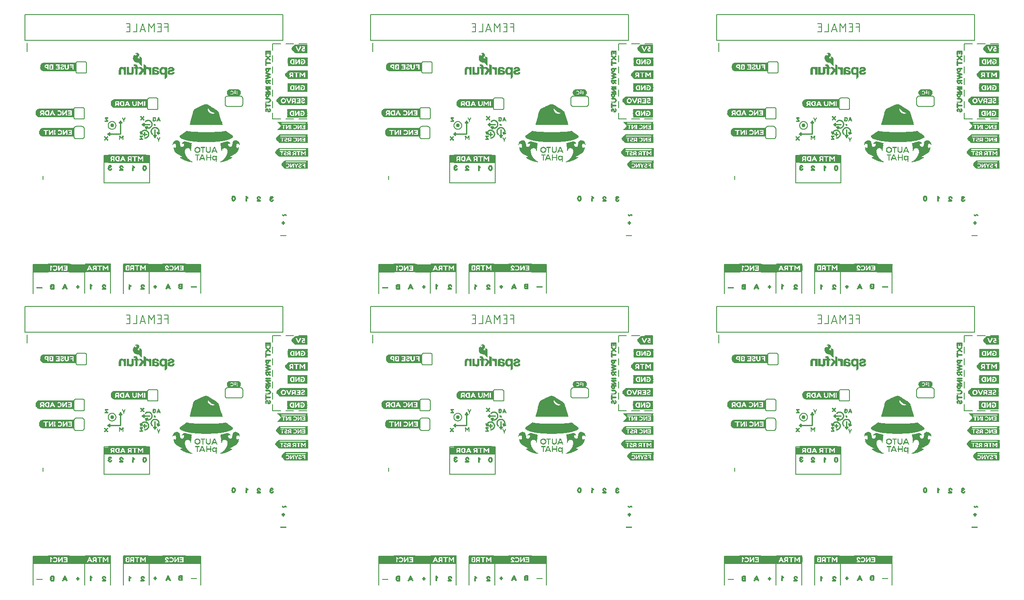
<source format=gbo>
G04 EAGLE Gerber RS-274X export*
G75*
%MOMM*%
%FSLAX34Y34*%
%LPD*%
%INSilkscreen Bottom*%
%IPPOS*%
%AMOC8*
5,1,8,0,0,1.08239X$1,22.5*%
G01*
%ADD10C,0.254000*%
%ADD11C,0.127000*%
%ADD12C,0.762000*%
%ADD13C,0.177800*%
%ADD14C,0.203200*%
%ADD15R,3.134356X1.536700*%
%ADD16R,3.309619X1.490975*%
%ADD17R,3.192775X1.498600*%
%ADD18R,3.014981X1.501138*%
%ADD19R,0.914400X1.473200*%
%ADD20R,0.878838X1.541781*%
%ADD21C,0.279400*%
%ADD22C,0.152400*%
%ADD23R,1.830000X0.030000*%
%ADD24R,2.010000X0.030000*%
%ADD25R,2.130000X0.020000*%
%ADD26R,2.250000X0.040000*%
%ADD27R,2.310000X0.030000*%
%ADD28R,2.370000X0.030000*%
%ADD29R,2.430000X0.020000*%
%ADD30R,0.930000X0.030000*%
%ADD31R,0.540000X0.030000*%
%ADD32R,0.750000X0.030000*%
%ADD33R,0.570000X0.040000*%
%ADD34R,0.150000X0.040000*%
%ADD35R,0.390000X0.040000*%
%ADD36R,0.660000X0.040000*%
%ADD37R,0.570000X0.030000*%
%ADD38R,0.120000X0.030000*%
%ADD39R,0.300000X0.030000*%
%ADD40R,0.600000X0.030000*%
%ADD41R,0.240000X0.030000*%
%ADD42R,0.090000X0.030000*%
%ADD43R,0.210000X0.030000*%
%ADD44R,0.630000X0.040000*%
%ADD45R,0.090000X0.040000*%
%ADD46R,0.060000X0.040000*%
%ADD47R,0.630000X0.030000*%
%ADD48R,0.660000X0.030000*%
%ADD49R,0.270000X0.030000*%
%ADD50R,0.720000X0.030000*%
%ADD51R,0.120000X0.040000*%
%ADD52R,1.080000X0.040000*%
%ADD53R,1.110000X0.030000*%
%ADD54R,0.150000X0.030000*%
%ADD55R,1.140000X0.030000*%
%ADD56R,0.180000X0.040000*%
%ADD57R,1.140000X0.040000*%
%ADD58R,0.060000X0.030000*%
%ADD59R,0.030000X0.030000*%
%ADD60R,0.030000X0.040000*%
%ADD61R,1.110000X0.040000*%
%ADD62R,1.080000X0.030000*%
%ADD63R,0.690000X0.030000*%
%ADD64R,0.780000X0.040000*%
%ADD65R,0.870000X0.030000*%
%ADD66R,2.430000X0.030000*%
%ADD67R,2.250000X0.030000*%
%ADD68R,2.130000X0.030000*%
%ADD69R,0.200000X0.040000*%
%ADD70R,0.440000X0.040000*%
%ADD71R,0.520000X0.040000*%
%ADD72R,0.600000X0.040000*%
%ADD73R,0.640000X0.040000*%
%ADD74R,0.680000X0.040000*%
%ADD75R,0.720000X0.040000*%
%ADD76R,0.320000X0.040000*%
%ADD77R,0.280000X0.040000*%
%ADD78R,0.240000X0.040000*%
%ADD79R,0.360000X0.040000*%
%ADD80R,0.040000X0.040000*%
%ADD81R,0.400000X0.040000*%
%ADD82R,0.480000X0.040000*%
%ADD83R,0.800000X0.040000*%
%ADD84R,0.840000X0.040000*%
%ADD85R,0.760000X0.040000*%
%ADD86R,0.160000X0.040000*%
%ADD87R,0.300000X0.040000*%
%ADD88R,0.330000X0.030000*%
%ADD89R,0.360000X0.030000*%
%ADD90R,0.390000X0.030000*%
%ADD91R,0.420000X0.030000*%
%ADD92R,0.210000X0.040000*%
%ADD93R,0.270000X0.040000*%
%ADD94R,0.510000X0.040000*%
%ADD95R,0.450000X0.030000*%
%ADD96R,0.180000X0.030000*%
%ADD97R,0.330000X0.040000*%
%ADD98R,0.480000X0.030000*%
%ADD99R,0.510000X0.030000*%
%ADD100R,0.450000X0.040000*%
%ADD101R,0.750000X0.040000*%
%ADD102R,6.360000X0.040000*%
%ADD103R,6.480000X0.040000*%
%ADD104R,6.560000X0.040000*%
%ADD105R,6.600000X0.040000*%
%ADD106R,6.640000X0.040000*%
%ADD107R,6.720000X0.040000*%
%ADD108R,2.880000X0.040000*%
%ADD109R,3.760000X0.040000*%
%ADD110R,0.560000X0.040000*%
%ADD111R,0.080000X0.040000*%
%ADD112R,1.120000X0.040000*%
%ADD113R,1.160000X0.040000*%
%ADD114R,1.040000X0.040000*%
%ADD115R,7.000000X0.040000*%
%ADD116R,7.120000X0.040000*%
%ADD117R,7.200000X0.040000*%
%ADD118R,7.240000X0.040000*%
%ADD119R,7.280000X0.040000*%
%ADD120R,7.360000X0.040000*%
%ADD121R,4.360000X0.040000*%
%ADD122R,0.960000X0.040000*%
%ADD123R,0.920000X0.040000*%
%ADD124R,0.880000X0.040000*%
%ADD125R,1.320000X0.040000*%
%ADD126R,1.280000X0.040000*%
%ADD127R,1.240000X0.040000*%
%ADD128R,1.200000X0.040000*%
%ADD129R,6.520000X0.040000*%
%ADD130R,6.760000X0.040000*%
%ADD131R,6.800000X0.040000*%
%ADD132R,6.880000X0.040000*%
%ADD133R,2.640000X0.040000*%
%ADD134R,4.080000X0.040000*%
%ADD135R,1.360000X0.040000*%
%ADD136R,1.000000X0.040000*%
%ADD137R,6.840000X0.040000*%
%ADD138R,6.920000X0.040000*%
%ADD139R,6.960000X0.040000*%
%ADD140R,7.040000X0.040000*%
%ADD141R,7.080000X0.040000*%
%ADD142R,7.400000X0.040000*%
%ADD143R,0.040000X0.640000*%
%ADD144R,0.040000X0.160000*%
%ADD145R,0.040000X0.120000*%
%ADD146R,0.040000X0.880000*%
%ADD147R,0.040000X0.360000*%
%ADD148R,0.040000X0.080000*%
%ADD149R,0.040000X0.280000*%
%ADD150R,0.040000X0.800000*%
%ADD151R,0.040000X0.240000*%
%ADD152R,0.040000X0.200000*%
%ADD153R,0.040000X1.000000*%
%ADD154R,0.040000X0.560000*%
%ADD155R,0.040000X0.480000*%
%ADD156R,0.040000X0.840000*%
%ADD157R,0.040000X0.320000*%
%ADD158R,0.040000X0.680000*%
%ADD159R,0.040000X1.040000*%
%ADD160R,0.040000X0.720000*%
%ADD161R,0.040000X0.760000*%
%ADD162R,0.040000X0.960000*%
%ADD163R,0.040000X0.400000*%
%ADD164R,0.040000X0.440000*%
%ADD165R,0.040000X0.600000*%
%ADD166R,0.040000X0.520000*%
%ADD167R,0.040000X1.120000*%
%ADD168R,2.400000X0.040000*%
%ADD169R,2.480000X0.040000*%
%ADD170R,2.520000X0.040000*%
%ADD171R,2.560000X0.040000*%
%ADD172R,2.600000X0.040000*%
%ADD173R,2.680000X0.040000*%
%ADD174R,3.840000X0.040000*%
%ADD175R,3.880000X0.040000*%
%ADD176R,3.920000X0.040000*%
%ADD177R,3.960000X0.040000*%
%ADD178R,4.000000X0.040000*%
%ADD179R,4.040000X0.040000*%
%ADD180R,5.400000X0.040000*%
%ADD181R,5.440000X0.040000*%
%ADD182R,5.480000X0.040000*%
%ADD183R,5.520000X0.040000*%
%ADD184R,5.560000X0.040000*%
%ADD185R,5.600000X0.040000*%
%ADD186R,5.640000X0.040000*%
%ADD187R,2.280000X0.040000*%
%ADD188R,5.680000X0.040000*%
%ADD189R,5.960000X0.040000*%
%ADD190R,6.000000X0.040000*%
%ADD191R,6.040000X0.040000*%
%ADD192R,6.080000X0.040000*%
%ADD193R,5.720000X0.040000*%
%ADD194R,5.760000X0.040000*%
%ADD195R,5.840000X0.040000*%
%ADD196R,5.880000X0.040000*%
%ADD197R,5.920000X0.040000*%
%ADD198R,6.200000X0.040000*%
%ADD199R,6.240000X0.040000*%
%ADD200R,6.280000X0.040000*%
%ADD201R,6.320000X0.040000*%
%ADD202R,4.520000X0.040000*%
%ADD203R,4.560000X0.040000*%
%ADD204R,4.600000X0.040000*%
%ADD205R,4.640000X0.040000*%
%ADD206R,4.920000X0.040000*%
%ADD207R,4.960000X0.040000*%
%ADD208R,5.000000X0.040000*%
%ADD209R,5.040000X0.040000*%
%ADD210R,1.400000X0.040000*%
%ADD211R,4.680000X0.040000*%
%ADD212R,2.800000X0.040000*%
%ADD213R,5.800000X0.040000*%
%ADD214R,4.280000X0.040000*%
%ADD215R,3.680000X0.040000*%
%ADD216R,5.080000X0.040000*%
%ADD217R,0.338581X0.042162*%
%ADD218R,0.508000X0.042419*%
%ADD219R,0.211581X0.042419*%
%ADD220R,0.592838X0.042419*%
%ADD221R,0.677163X0.042162*%
%ADD222R,0.211581X0.042162*%
%ADD223R,0.719581X0.042162*%
%ADD224R,0.762000X0.042419*%
%ADD225R,0.804163X0.042419*%
%ADD226R,0.889000X0.042162*%
%ADD227R,0.889000X0.042419*%
%ADD228R,0.931419X0.042419*%
%ADD229R,0.973838X0.042419*%
%ADD230R,0.254000X0.042419*%
%ADD231R,0.211838X0.042419*%
%ADD232R,1.016000X0.042162*%
%ADD233R,0.465838X0.042162*%
%ADD234R,0.211838X0.042162*%
%ADD235R,0.254000X0.042162*%
%ADD236R,1.058163X0.042419*%
%ADD237R,0.550162X0.042419*%
%ADD238R,1.058419X0.042419*%
%ADD239R,0.846581X0.042419*%
%ADD240R,1.100838X0.042419*%
%ADD241R,1.100581X0.042162*%
%ADD242R,0.381000X0.042162*%
%ADD243R,0.296419X0.042162*%
%ADD244R,1.143000X0.042162*%
%ADD245R,1.143000X0.042419*%
%ADD246R,0.296162X0.042419*%
%ADD247R,1.185163X0.042419*%
%ADD248R,1.185419X0.042419*%
%ADD249R,0.973581X0.042419*%
%ADD250R,1.227838X0.042419*%
%ADD251R,1.185163X0.042162*%
%ADD252R,0.931163X0.042162*%
%ADD253R,1.227581X0.042162*%
%ADD254R,1.270000X0.042419*%
%ADD255R,1.312419X0.042419*%
%ADD256R,0.846838X0.042419*%
%ADD257R,1.312419X0.042162*%
%ADD258R,1.354581X0.042419*%
%ADD259R,1.016000X0.042419*%
%ADD260R,1.354838X0.042419*%
%ADD261R,1.354838X0.042162*%
%ADD262R,0.931163X0.042419*%
%ADD263R,0.804163X0.042162*%
%ADD264R,0.804419X0.042419*%
%ADD265R,0.931419X0.042162*%
%ADD266R,0.423162X0.042419*%
%ADD267R,1.100838X0.042162*%
%ADD268R,0.338838X0.042419*%
%ADD269R,0.296419X0.042419*%
%ADD270R,1.270000X0.042162*%
%ADD271R,1.397000X0.042419*%
%ADD272R,1.439163X0.042162*%
%ADD273R,1.524000X0.042419*%
%ADD274R,1.608581X0.042419*%
%ADD275R,1.608838X0.042162*%
%ADD276R,1.693419X0.042419*%
%ADD277R,1.735838X0.042419*%
%ADD278R,1.735581X0.042162*%
%ADD279R,1.778000X0.042162*%
%ADD280R,1.820419X0.042419*%
%ADD281R,1.778000X0.042419*%
%ADD282R,1.862581X0.042419*%
%ADD283R,1.862581X0.042162*%
%ADD284R,0.635000X0.042162*%
%ADD285R,0.677419X0.042162*%
%ADD286R,1.905000X0.042419*%
%ADD287R,0.719838X0.042419*%
%ADD288R,1.947419X0.042419*%
%ADD289R,0.381000X0.042419*%
%ADD290R,0.423419X0.042419*%
%ADD291R,1.989581X0.042162*%
%ADD292R,0.338838X0.042162*%
%ADD293R,1.989581X0.042419*%
%ADD294R,2.032000X0.042419*%
%ADD295R,2.074419X0.042162*%
%ADD296R,0.042419X0.042162*%
%ADD297R,2.074419X0.042419*%
%ADD298R,0.042419X0.042419*%
%ADD299R,2.116581X0.042419*%
%ADD300R,0.084838X0.042419*%
%ADD301R,2.116581X0.042162*%
%ADD302R,0.084838X0.042162*%
%ADD303R,2.159000X0.042419*%
%ADD304R,2.201419X0.042419*%
%ADD305R,0.127000X0.042419*%
%ADD306R,2.201419X0.042162*%
%ADD307R,0.127000X0.042162*%
%ADD308R,2.286000X0.042419*%
%ADD309R,0.169419X0.042419*%
%ADD310R,2.243581X0.042419*%
%ADD311R,2.328419X0.042162*%
%ADD312R,2.370837X0.042419*%
%ADD313R,2.413000X0.042419*%
%ADD314R,0.338581X0.042419*%
%ADD315R,2.497838X0.042162*%
%ADD316R,0.423162X0.042162*%
%ADD317R,0.296162X0.042162*%
%ADD318R,2.624837X0.042419*%
%ADD319R,3.132581X0.042419*%
%ADD320R,3.175000X0.042419*%
%ADD321R,3.048000X0.042162*%
%ADD322R,3.090419X0.042162*%
%ADD323R,3.048000X0.042419*%
%ADD324R,0.677419X0.042419*%
%ADD325R,1.651000X0.042419*%
%ADD326R,1.566419X0.042162*%
%ADD327R,1.481581X0.042419*%
%ADD328R,0.846581X0.042162*%
%ADD329R,1.481581X0.042162*%
%ADD330R,1.524000X0.042162*%
%ADD331R,1.481838X0.042419*%
%ADD332R,1.481838X0.042162*%
%ADD333R,1.439419X0.042162*%
%ADD334R,1.439419X0.042419*%
%ADD335R,0.084581X0.042162*%
%ADD336R,1.566163X0.042162*%
%ADD337R,0.084581X0.042419*%
%ADD338R,1.566163X0.042419*%
%ADD339R,1.947163X0.042419*%
%ADD340R,1.397000X0.042162*%
%ADD341R,1.905000X0.042162*%
%ADD342R,1.566419X0.042419*%
%ADD343R,1.354581X0.042162*%
%ADD344R,0.719838X0.042162*%
%ADD345R,1.947163X0.042162*%
%ADD346R,3.556000X0.042419*%
%ADD347R,0.465581X0.042419*%
%ADD348R,4.614419X0.042419*%
%ADD349R,5.376419X0.042162*%
%ADD350R,6.011163X0.042419*%
%ADD351R,6.519163X0.042419*%
%ADD352R,0.550162X0.042162*%
%ADD353R,7.027163X0.042162*%
%ADD354R,7.408419X0.042419*%
%ADD355R,7.789163X0.042419*%
%ADD356R,8.128000X0.042162*%
%ADD357R,8.382000X0.042419*%
%ADD358R,8.678419X0.042419*%
%ADD359R,8.890000X0.042162*%
%ADD360R,9.144000X0.042419*%
%ADD361R,9.355581X0.042419*%
%ADD362R,9.567163X0.042162*%
%ADD363R,9.736838X0.042419*%
%ADD364R,9.906000X0.042419*%
%ADD365R,10.033000X0.042162*%
%ADD366R,10.160000X0.042419*%
%ADD367R,10.287000X0.042419*%
%ADD368R,10.371581X0.042162*%
%ADD369R,10.414000X0.042419*%
%ADD370R,10.456419X0.042419*%
%ADD371R,10.498838X0.042162*%
%ADD372R,10.498838X0.042419*%
%ADD373R,10.414000X0.042162*%
%ADD374R,10.329163X0.042419*%
%ADD375R,10.244838X0.042162*%
%ADD376R,10.075163X0.042419*%
%ADD377R,9.990837X0.042419*%
%ADD378R,9.906000X0.042162*%
%ADD379R,9.652000X0.042419*%
%ADD380R,9.482838X0.042162*%
%ADD381R,9.398000X0.042419*%
%ADD382R,9.271000X0.042419*%
%ADD383R,9.144000X0.042162*%
%ADD384R,9.059163X0.042419*%
%ADD385R,8.890000X0.042419*%
%ADD386R,8.805162X0.042162*%
%ADD387R,8.551163X0.042419*%
%ADD388R,8.466838X0.042162*%
%ADD389R,2.540000X0.042419*%
%ADD390R,1.608838X0.042419*%
%ADD391R,0.973581X0.042162*%
%ADD392R,6.434838X0.042419*%
%ADD393R,6.434838X0.042162*%
%ADD394R,6.392419X0.042419*%
%ADD395R,6.350000X0.042162*%
%ADD396R,6.350000X0.042419*%
%ADD397R,6.265163X0.042162*%
%ADD398R,6.265163X0.042419*%
%ADD399R,6.223000X0.042162*%
%ADD400R,6.180837X0.042419*%
%ADD401R,6.138419X0.042162*%
%ADD402R,6.138419X0.042419*%
%ADD403R,6.096000X0.042419*%
%ADD404R,6.053581X0.042162*%
%ADD405R,6.053581X0.042419*%
%ADD406R,5.969000X0.042162*%
%ADD407R,5.969000X0.042419*%
%ADD408R,5.926581X0.042162*%
%ADD409R,5.884419X0.042419*%
%ADD410R,5.842000X0.042162*%
%ADD411R,5.842000X0.042419*%
%ADD412R,5.799581X0.042419*%
%ADD413R,5.757419X0.042162*%
%ADD414R,5.757419X0.042419*%
%ADD415R,5.715000X0.042419*%
%ADD416R,5.672581X0.042162*%
%ADD417R,5.672581X0.042419*%
%ADD418R,5.630419X0.042162*%
%ADD419R,5.588000X0.042419*%
%ADD420R,5.588000X0.042162*%
%ADD421R,5.503419X0.042419*%
%ADD422R,5.503419X0.042162*%
%ADD423R,5.461000X0.042419*%
%ADD424R,5.418581X0.042419*%
%ADD425R,5.418581X0.042162*%
%ADD426R,5.376163X0.042419*%
%ADD427R,5.334000X0.042162*%
%ADD428R,5.291838X0.042419*%
%ADD429R,5.249419X0.042162*%
%ADD430R,5.207000X0.042419*%
%ADD431R,3.852419X0.042419*%
%ADD432R,3.683000X0.042162*%
%ADD433R,3.513581X0.042419*%
%ADD434R,3.429000X0.042419*%
%ADD435R,3.386581X0.042162*%
%ADD436R,3.302000X0.042419*%
%ADD437R,3.217419X0.042419*%
%ADD438R,3.175000X0.042162*%
%ADD439R,1.227581X0.042419*%
%ADD440R,3.132837X0.042419*%
%ADD441R,3.090419X0.042419*%
%ADD442R,3.005581X0.042162*%
%ADD443R,3.005581X0.042419*%
%ADD444R,2.963419X0.042419*%
%ADD445R,2.878581X0.042162*%
%ADD446R,2.878581X0.042419*%
%ADD447R,2.794000X0.042162*%
%ADD448R,2.751581X0.042419*%
%ADD449R,2.709163X0.042162*%
%ADD450R,1.312163X0.042419*%
%ADD451R,2.667000X0.042419*%
%ADD452R,2.624581X0.042419*%
%ADD453R,1.185419X0.042162*%
%ADD454R,2.582162X0.042162*%
%ADD455R,2.455163X0.042419*%
%ADD456R,3.556000X0.042162*%
%ADD457R,3.386837X0.042419*%
%ADD458R,3.217163X0.042419*%
%ADD459R,2.921000X0.042419*%
%ADD460R,2.751838X0.042419*%
%ADD461R,2.455419X0.042419*%
%ADD462R,1.651000X0.042162*%

G36*
X982019Y1024377D02*
X982019Y1024377D01*
X982070Y1024379D01*
X982102Y1024396D01*
X982138Y1024405D01*
X982177Y1024437D01*
X982222Y1024462D01*
X982243Y1024491D01*
X982272Y1024515D01*
X982293Y1024562D01*
X982322Y1024603D01*
X982330Y1024645D01*
X982343Y1024673D01*
X982341Y1024704D01*
X982350Y1024745D01*
X982350Y1037545D01*
X982345Y1037564D01*
X982347Y1037587D01*
X982147Y1039387D01*
X982136Y1039419D01*
X982130Y1039466D01*
X981930Y1040066D01*
X981918Y1040086D01*
X981909Y1040116D01*
X981609Y1040716D01*
X981601Y1040726D01*
X981595Y1040741D01*
X981295Y1041241D01*
X981281Y1041256D01*
X981273Y1041275D01*
X981195Y1041344D01*
X981175Y1041365D01*
X981170Y1041367D01*
X981165Y1041372D01*
X980682Y1041661D01*
X980298Y1041950D01*
X980263Y1041965D01*
X980211Y1041999D01*
X979211Y1042399D01*
X979177Y1042404D01*
X979132Y1042421D01*
X978532Y1042521D01*
X978505Y1042519D01*
X978469Y1042526D01*
X977669Y1042526D01*
X977634Y1042517D01*
X977577Y1042514D01*
X977223Y1042426D01*
X977069Y1042426D01*
X977054Y1042422D01*
X977039Y1042424D01*
X976908Y1042388D01*
X976901Y1042386D01*
X976900Y1042386D01*
X976899Y1042386D01*
X976699Y1042286D01*
X976680Y1042270D01*
X976657Y1042261D01*
X976614Y1042215D01*
X976566Y1042175D01*
X976556Y1042152D01*
X976539Y1042134D01*
X976521Y1042074D01*
X976496Y1042016D01*
X976497Y1041991D01*
X976490Y1041967D01*
X976500Y1041906D01*
X976503Y1041843D01*
X976515Y1041821D01*
X976519Y1041797D01*
X976569Y1041723D01*
X976586Y1041691D01*
X976594Y1041686D01*
X976600Y1041677D01*
X976700Y1041577D01*
X976733Y1041557D01*
X976799Y1041505D01*
X977199Y1041305D01*
X977222Y1041300D01*
X977249Y1041285D01*
X977464Y1041213D01*
X977774Y1040903D01*
X977925Y1040677D01*
X977989Y1040484D01*
X977989Y1040307D01*
X977917Y1040091D01*
X977757Y1039771D01*
X977527Y1039541D01*
X977291Y1039384D01*
X976861Y1039211D01*
X976432Y1039126D01*
X975716Y1039126D01*
X975025Y1039298D01*
X974529Y1039629D01*
X974209Y1040030D01*
X974050Y1040507D01*
X974050Y1041067D01*
X974295Y1041640D01*
X974955Y1042395D01*
X975754Y1043293D01*
X975754Y1043294D01*
X975756Y1043295D01*
X976456Y1044095D01*
X976471Y1044124D01*
X976502Y1044161D01*
X977002Y1045061D01*
X977012Y1045098D01*
X977041Y1045163D01*
X977241Y1046063D01*
X977240Y1046097D01*
X977250Y1046145D01*
X977250Y1046945D01*
X977241Y1046982D01*
X977230Y1047066D01*
X976930Y1047966D01*
X976910Y1047999D01*
X976879Y1048066D01*
X976379Y1048766D01*
X976353Y1048789D01*
X976322Y1048830D01*
X975422Y1049630D01*
X975391Y1049646D01*
X975351Y1049679D01*
X974251Y1050279D01*
X974215Y1050289D01*
X974137Y1050320D01*
X973037Y1050520D01*
X973008Y1050518D01*
X972969Y1050526D01*
X971969Y1050526D01*
X971933Y1050517D01*
X971849Y1050506D01*
X970949Y1050206D01*
X970944Y1050203D01*
X970936Y1050201D01*
X970136Y1049901D01*
X970121Y1049892D01*
X970099Y1049886D01*
X969933Y1049802D01*
X969499Y1049586D01*
X969477Y1049567D01*
X969441Y1049550D01*
X969041Y1049250D01*
X969026Y1049232D01*
X969000Y1049214D01*
X968900Y1049114D01*
X968887Y1049092D01*
X968867Y1049076D01*
X968842Y1049020D01*
X968809Y1048967D01*
X968807Y1048941D01*
X968796Y1048918D01*
X968798Y1048856D01*
X968793Y1048795D01*
X968802Y1048771D01*
X968803Y1048745D01*
X968832Y1048690D01*
X968854Y1048633D01*
X968873Y1048615D01*
X968885Y1048593D01*
X968936Y1048557D01*
X968981Y1048515D01*
X969006Y1048508D01*
X969027Y1048493D01*
X969112Y1048476D01*
X969147Y1048466D01*
X969157Y1048468D01*
X969169Y1048465D01*
X969469Y1048465D01*
X969506Y1048474D01*
X969590Y1048485D01*
X969831Y1048565D01*
X970023Y1048565D01*
X970377Y1048477D01*
X970385Y1048476D01*
X970395Y1048473D01*
X970845Y1048383D01*
X971169Y1048221D01*
X971489Y1047980D01*
X971625Y1047777D01*
X971709Y1047525D01*
X971721Y1047505D01*
X971729Y1047475D01*
X971817Y1047300D01*
X971869Y1047145D01*
X971809Y1046966D01*
X971807Y1046953D01*
X971800Y1046938D01*
X971716Y1046602D01*
X971553Y1046356D01*
X971546Y1046337D01*
X971529Y1046316D01*
X971357Y1045971D01*
X971127Y1045741D01*
X970858Y1045562D01*
X970852Y1045555D01*
X970841Y1045550D01*
X970450Y1045256D01*
X970178Y1045075D01*
X969747Y1044859D01*
X969480Y1044726D01*
X968931Y1044726D01*
X968738Y1044790D01*
X968589Y1044889D01*
X968450Y1045307D01*
X968450Y1046045D01*
X968438Y1046096D01*
X968437Y1046117D01*
X968436Y1046140D01*
X968436Y1046148D01*
X968418Y1046179D01*
X968410Y1046214D01*
X968377Y1046254D01*
X968352Y1046299D01*
X968323Y1046320D01*
X968300Y1046348D01*
X968253Y1046369D01*
X968210Y1046399D01*
X968175Y1046404D01*
X968142Y1046419D01*
X968090Y1046417D01*
X968039Y1046424D01*
X967999Y1046413D01*
X967969Y1046412D01*
X967941Y1046397D01*
X967899Y1046386D01*
X967889Y1046380D01*
X967128Y1046000D01*
X967099Y1045986D01*
X967095Y1045982D01*
X966985Y1045898D01*
X966185Y1044998D01*
X966170Y1044970D01*
X966141Y1044937D01*
X965441Y1043737D01*
X965432Y1043709D01*
X965411Y1043673D01*
X964911Y1042273D01*
X964908Y1042248D01*
X964896Y1042216D01*
X964596Y1040616D01*
X964597Y1040579D01*
X964590Y1040524D01*
X964690Y1038724D01*
X964699Y1038692D01*
X964703Y1038644D01*
X965203Y1036844D01*
X965220Y1036812D01*
X965237Y1036761D01*
X966237Y1034961D01*
X966254Y1034942D01*
X966269Y1034912D01*
X966969Y1034012D01*
X966977Y1034006D01*
X966981Y1033999D01*
X966990Y1033992D01*
X967000Y1033977D01*
X967800Y1033177D01*
X967810Y1033171D01*
X967819Y1033159D01*
X968619Y1032459D01*
X968644Y1032446D01*
X968674Y1032419D01*
X969674Y1031819D01*
X969699Y1031811D01*
X969728Y1031792D01*
X970728Y1031392D01*
X970747Y1031389D01*
X970769Y1031379D01*
X971869Y1031079D01*
X971886Y1031078D01*
X971907Y1031070D01*
X973107Y1030870D01*
X973134Y1030872D01*
X973169Y1030865D01*
X975038Y1030865D01*
X975536Y1030782D01*
X975952Y1030533D01*
X976902Y1029773D01*
X977377Y1029202D01*
X977390Y1029193D01*
X977400Y1029177D01*
X978678Y1027899D01*
X979160Y1027224D01*
X979180Y1027207D01*
X979200Y1027177D01*
X979788Y1026589D01*
X980277Y1026002D01*
X980290Y1025993D01*
X980300Y1025977D01*
X980781Y1025496D01*
X981065Y1025117D01*
X981083Y1025102D01*
X981100Y1025077D01*
X981374Y1024803D01*
X981553Y1024535D01*
X981573Y1024516D01*
X981585Y1024493D01*
X981635Y1024458D01*
X981679Y1024416D01*
X981705Y1024408D01*
X981727Y1024393D01*
X981809Y1024377D01*
X981845Y1024366D01*
X981856Y1024368D01*
X981869Y1024365D01*
X981969Y1024365D01*
X982019Y1024377D01*
G37*
G36*
X301020Y1024377D02*
X301020Y1024377D01*
X301071Y1024379D01*
X301103Y1024396D01*
X301139Y1024405D01*
X301178Y1024437D01*
X301223Y1024462D01*
X301244Y1024491D01*
X301272Y1024515D01*
X301293Y1024562D01*
X301323Y1024603D01*
X301331Y1024645D01*
X301343Y1024673D01*
X301342Y1024704D01*
X301350Y1024745D01*
X301350Y1037545D01*
X301346Y1037564D01*
X301348Y1037587D01*
X301148Y1039387D01*
X301137Y1039419D01*
X301131Y1039466D01*
X300931Y1040066D01*
X300918Y1040086D01*
X300910Y1040116D01*
X300610Y1040716D01*
X300602Y1040726D01*
X300596Y1040741D01*
X300296Y1041241D01*
X300282Y1041256D01*
X300273Y1041275D01*
X300196Y1041344D01*
X300175Y1041365D01*
X300170Y1041367D01*
X300166Y1041372D01*
X299682Y1041661D01*
X299298Y1041950D01*
X299263Y1041965D01*
X299211Y1041999D01*
X298211Y1042399D01*
X298178Y1042404D01*
X298132Y1042421D01*
X297532Y1042521D01*
X297506Y1042519D01*
X297470Y1042526D01*
X296670Y1042526D01*
X296634Y1042517D01*
X296578Y1042514D01*
X296223Y1042426D01*
X296070Y1042426D01*
X296055Y1042422D01*
X296039Y1042424D01*
X295908Y1042388D01*
X295901Y1042386D01*
X295900Y1042386D01*
X295700Y1042286D01*
X295681Y1042270D01*
X295657Y1042261D01*
X295615Y1042215D01*
X295567Y1042175D01*
X295557Y1042152D01*
X295539Y1042134D01*
X295522Y1042074D01*
X295496Y1042016D01*
X295497Y1041991D01*
X295490Y1041967D01*
X295501Y1041906D01*
X295504Y1041843D01*
X295516Y1041821D01*
X295520Y1041797D01*
X295569Y1041723D01*
X295587Y1041691D01*
X295595Y1041686D01*
X295601Y1041677D01*
X295701Y1041577D01*
X295733Y1041557D01*
X295800Y1041505D01*
X296200Y1041305D01*
X296223Y1041300D01*
X296250Y1041285D01*
X296465Y1041213D01*
X296774Y1040903D01*
X296925Y1040677D01*
X296990Y1040484D01*
X296990Y1040307D01*
X296918Y1040091D01*
X296757Y1039771D01*
X296528Y1039541D01*
X296292Y1039384D01*
X295861Y1039211D01*
X295432Y1039126D01*
X294717Y1039126D01*
X294026Y1039298D01*
X293530Y1039629D01*
X293209Y1040030D01*
X293050Y1040507D01*
X293050Y1041067D01*
X293296Y1041640D01*
X293956Y1042395D01*
X294754Y1043293D01*
X294755Y1043294D01*
X294756Y1043295D01*
X295456Y1044095D01*
X295472Y1044124D01*
X295502Y1044161D01*
X296002Y1045061D01*
X296013Y1045098D01*
X296041Y1045163D01*
X296241Y1046063D01*
X296241Y1046097D01*
X296250Y1046145D01*
X296250Y1046945D01*
X296242Y1046982D01*
X296231Y1047066D01*
X295931Y1047966D01*
X295910Y1047999D01*
X295879Y1048066D01*
X295379Y1048766D01*
X295353Y1048789D01*
X295323Y1048830D01*
X294423Y1049630D01*
X294392Y1049646D01*
X294352Y1049679D01*
X293252Y1050279D01*
X293216Y1050289D01*
X293138Y1050320D01*
X292038Y1050520D01*
X292009Y1050518D01*
X291970Y1050526D01*
X290970Y1050526D01*
X290933Y1050517D01*
X290850Y1050506D01*
X289950Y1050206D01*
X289944Y1050203D01*
X289936Y1050201D01*
X289136Y1049901D01*
X289122Y1049892D01*
X289100Y1049886D01*
X288934Y1049802D01*
X288500Y1049586D01*
X288478Y1049567D01*
X288442Y1049550D01*
X288042Y1049250D01*
X288027Y1049232D01*
X288001Y1049214D01*
X287901Y1049114D01*
X287887Y1049092D01*
X287868Y1049076D01*
X287842Y1049020D01*
X287810Y1048967D01*
X287807Y1048941D01*
X287797Y1048918D01*
X287799Y1048856D01*
X287793Y1048795D01*
X287802Y1048771D01*
X287803Y1048745D01*
X287833Y1048690D01*
X287855Y1048633D01*
X287874Y1048615D01*
X287886Y1048593D01*
X287936Y1048557D01*
X287982Y1048515D01*
X288007Y1048508D01*
X288028Y1048493D01*
X288112Y1048476D01*
X288148Y1048466D01*
X288158Y1048468D01*
X288170Y1048465D01*
X288470Y1048465D01*
X288507Y1048474D01*
X288590Y1048485D01*
X288832Y1048565D01*
X289023Y1048565D01*
X289378Y1048477D01*
X289386Y1048476D01*
X289395Y1048473D01*
X289845Y1048383D01*
X290169Y1048221D01*
X290490Y1047980D01*
X290625Y1047777D01*
X290709Y1047525D01*
X290722Y1047505D01*
X290730Y1047475D01*
X290818Y1047300D01*
X290869Y1047145D01*
X290809Y1046966D01*
X290808Y1046953D01*
X290801Y1046938D01*
X290717Y1046602D01*
X290554Y1046356D01*
X290546Y1046337D01*
X290530Y1046316D01*
X290357Y1045971D01*
X290128Y1045741D01*
X289859Y1045562D01*
X289852Y1045555D01*
X289842Y1045550D01*
X289450Y1045256D01*
X289179Y1045075D01*
X288747Y1044859D01*
X288480Y1044726D01*
X287932Y1044726D01*
X287738Y1044790D01*
X287589Y1044889D01*
X287450Y1045307D01*
X287450Y1046045D01*
X287438Y1046096D01*
X287438Y1046117D01*
X287437Y1046140D01*
X287436Y1046148D01*
X287419Y1046179D01*
X287411Y1046214D01*
X287378Y1046254D01*
X287353Y1046299D01*
X287323Y1046320D01*
X287301Y1046348D01*
X287253Y1046369D01*
X287211Y1046399D01*
X287175Y1046404D01*
X287142Y1046419D01*
X287091Y1046417D01*
X287039Y1046424D01*
X286999Y1046413D01*
X286969Y1046412D01*
X286942Y1046397D01*
X286900Y1046386D01*
X286889Y1046380D01*
X286129Y1046000D01*
X286100Y1045986D01*
X286096Y1045982D01*
X285986Y1045898D01*
X285186Y1044998D01*
X285171Y1044970D01*
X285142Y1044937D01*
X284442Y1043737D01*
X284433Y1043709D01*
X284412Y1043673D01*
X283912Y1042273D01*
X283909Y1042248D01*
X283896Y1042216D01*
X283596Y1040616D01*
X283598Y1040579D01*
X283590Y1040524D01*
X283690Y1038724D01*
X283700Y1038692D01*
X283704Y1038644D01*
X284204Y1036844D01*
X284221Y1036812D01*
X284238Y1036761D01*
X285238Y1034961D01*
X285255Y1034942D01*
X285270Y1034912D01*
X285970Y1034012D01*
X285977Y1034006D01*
X285981Y1033999D01*
X285991Y1033992D01*
X286001Y1033977D01*
X286801Y1033177D01*
X286811Y1033171D01*
X286820Y1033159D01*
X287620Y1032459D01*
X287645Y1032446D01*
X287674Y1032419D01*
X288674Y1031819D01*
X288699Y1031811D01*
X288729Y1031792D01*
X289729Y1031392D01*
X289748Y1031389D01*
X289770Y1031379D01*
X290870Y1031079D01*
X290887Y1031078D01*
X290907Y1031070D01*
X292107Y1030870D01*
X292134Y1030872D01*
X292170Y1030865D01*
X294039Y1030865D01*
X294536Y1030782D01*
X294952Y1030533D01*
X295902Y1029773D01*
X296378Y1029202D01*
X296390Y1029193D01*
X296401Y1029177D01*
X297679Y1027899D01*
X298161Y1027224D01*
X298181Y1027207D01*
X298201Y1027177D01*
X298789Y1026589D01*
X299278Y1026002D01*
X299290Y1025993D01*
X299301Y1025977D01*
X299782Y1025496D01*
X300066Y1025117D01*
X300084Y1025102D01*
X300101Y1025077D01*
X300374Y1024803D01*
X300554Y1024535D01*
X300573Y1024516D01*
X300586Y1024493D01*
X300636Y1024458D01*
X300680Y1024416D01*
X300706Y1024408D01*
X300728Y1024393D01*
X300809Y1024377D01*
X300846Y1024366D01*
X300857Y1024368D01*
X300870Y1024365D01*
X300970Y1024365D01*
X301020Y1024377D01*
G37*
G36*
X1662993Y1024377D02*
X1662993Y1024377D01*
X1663044Y1024379D01*
X1663076Y1024396D01*
X1663112Y1024405D01*
X1663151Y1024437D01*
X1663196Y1024462D01*
X1663217Y1024491D01*
X1663246Y1024515D01*
X1663267Y1024562D01*
X1663296Y1024603D01*
X1663304Y1024645D01*
X1663317Y1024673D01*
X1663315Y1024704D01*
X1663324Y1024745D01*
X1663324Y1037545D01*
X1663319Y1037564D01*
X1663321Y1037587D01*
X1663121Y1039387D01*
X1663110Y1039419D01*
X1663104Y1039466D01*
X1662904Y1040066D01*
X1662892Y1040086D01*
X1662883Y1040116D01*
X1662583Y1040716D01*
X1662575Y1040726D01*
X1662569Y1040741D01*
X1662269Y1041241D01*
X1662255Y1041256D01*
X1662247Y1041275D01*
X1662169Y1041344D01*
X1662149Y1041365D01*
X1662144Y1041367D01*
X1662139Y1041372D01*
X1661656Y1041661D01*
X1661272Y1041950D01*
X1661237Y1041965D01*
X1661185Y1041999D01*
X1660185Y1042399D01*
X1660151Y1042404D01*
X1660106Y1042421D01*
X1659506Y1042521D01*
X1659479Y1042519D01*
X1659443Y1042526D01*
X1658643Y1042526D01*
X1658608Y1042517D01*
X1658551Y1042514D01*
X1658197Y1042426D01*
X1658043Y1042426D01*
X1658028Y1042422D01*
X1658013Y1042424D01*
X1657882Y1042388D01*
X1657875Y1042386D01*
X1657874Y1042386D01*
X1657873Y1042386D01*
X1657673Y1042286D01*
X1657654Y1042270D01*
X1657631Y1042261D01*
X1657588Y1042215D01*
X1657540Y1042175D01*
X1657530Y1042152D01*
X1657513Y1042134D01*
X1657495Y1042074D01*
X1657470Y1042016D01*
X1657471Y1041991D01*
X1657464Y1041967D01*
X1657474Y1041906D01*
X1657477Y1041843D01*
X1657489Y1041821D01*
X1657493Y1041797D01*
X1657543Y1041723D01*
X1657560Y1041691D01*
X1657568Y1041686D01*
X1657574Y1041677D01*
X1657674Y1041577D01*
X1657707Y1041557D01*
X1657773Y1041505D01*
X1658173Y1041305D01*
X1658196Y1041300D01*
X1658223Y1041285D01*
X1658438Y1041213D01*
X1658748Y1040903D01*
X1658899Y1040677D01*
X1658963Y1040484D01*
X1658963Y1040307D01*
X1658891Y1040091D01*
X1658731Y1039771D01*
X1658501Y1039541D01*
X1658265Y1039384D01*
X1657835Y1039211D01*
X1657406Y1039126D01*
X1656690Y1039126D01*
X1655999Y1039298D01*
X1655503Y1039629D01*
X1655183Y1040030D01*
X1655024Y1040507D01*
X1655024Y1041067D01*
X1655269Y1041640D01*
X1655929Y1042395D01*
X1656728Y1043293D01*
X1656728Y1043294D01*
X1656730Y1043295D01*
X1657430Y1044095D01*
X1657445Y1044124D01*
X1657476Y1044161D01*
X1657976Y1045061D01*
X1657986Y1045098D01*
X1658015Y1045163D01*
X1658215Y1046063D01*
X1658214Y1046097D01*
X1658224Y1046145D01*
X1658224Y1046945D01*
X1658215Y1046982D01*
X1658204Y1047066D01*
X1657904Y1047966D01*
X1657884Y1047999D01*
X1657853Y1048066D01*
X1657353Y1048766D01*
X1657327Y1048789D01*
X1657296Y1048830D01*
X1656396Y1049630D01*
X1656365Y1049646D01*
X1656325Y1049679D01*
X1655225Y1050279D01*
X1655189Y1050289D01*
X1655111Y1050320D01*
X1654011Y1050520D01*
X1653982Y1050518D01*
X1653943Y1050526D01*
X1652943Y1050526D01*
X1652907Y1050517D01*
X1652823Y1050506D01*
X1651923Y1050206D01*
X1651918Y1050203D01*
X1651910Y1050201D01*
X1651110Y1049901D01*
X1651095Y1049892D01*
X1651073Y1049886D01*
X1650907Y1049802D01*
X1650473Y1049586D01*
X1650451Y1049567D01*
X1650415Y1049550D01*
X1650015Y1049250D01*
X1650000Y1049232D01*
X1649974Y1049214D01*
X1649874Y1049114D01*
X1649861Y1049092D01*
X1649841Y1049076D01*
X1649816Y1049020D01*
X1649783Y1048967D01*
X1649781Y1048941D01*
X1649770Y1048918D01*
X1649772Y1048856D01*
X1649767Y1048795D01*
X1649776Y1048771D01*
X1649777Y1048745D01*
X1649806Y1048690D01*
X1649828Y1048633D01*
X1649847Y1048615D01*
X1649859Y1048593D01*
X1649910Y1048557D01*
X1649955Y1048515D01*
X1649980Y1048508D01*
X1650001Y1048493D01*
X1650086Y1048476D01*
X1650121Y1048466D01*
X1650131Y1048468D01*
X1650143Y1048465D01*
X1650443Y1048465D01*
X1650480Y1048474D01*
X1650564Y1048485D01*
X1650805Y1048565D01*
X1650997Y1048565D01*
X1651351Y1048477D01*
X1651359Y1048476D01*
X1651369Y1048473D01*
X1651819Y1048383D01*
X1652143Y1048221D01*
X1652463Y1047980D01*
X1652599Y1047777D01*
X1652683Y1047525D01*
X1652695Y1047505D01*
X1652703Y1047475D01*
X1652791Y1047300D01*
X1652843Y1047145D01*
X1652783Y1046966D01*
X1652781Y1046953D01*
X1652774Y1046938D01*
X1652690Y1046602D01*
X1652527Y1046356D01*
X1652520Y1046337D01*
X1652503Y1046316D01*
X1652331Y1045971D01*
X1652101Y1045741D01*
X1651832Y1045562D01*
X1651826Y1045555D01*
X1651815Y1045550D01*
X1651424Y1045256D01*
X1651152Y1045075D01*
X1650721Y1044859D01*
X1650454Y1044726D01*
X1649905Y1044726D01*
X1649712Y1044790D01*
X1649563Y1044889D01*
X1649424Y1045307D01*
X1649424Y1046045D01*
X1649412Y1046096D01*
X1649411Y1046117D01*
X1649410Y1046140D01*
X1649410Y1046148D01*
X1649392Y1046179D01*
X1649384Y1046214D01*
X1649351Y1046254D01*
X1649326Y1046299D01*
X1649297Y1046320D01*
X1649274Y1046348D01*
X1649227Y1046369D01*
X1649184Y1046399D01*
X1649149Y1046404D01*
X1649116Y1046419D01*
X1649064Y1046417D01*
X1649013Y1046424D01*
X1648973Y1046413D01*
X1648943Y1046412D01*
X1648915Y1046397D01*
X1648873Y1046386D01*
X1648863Y1046380D01*
X1648102Y1046000D01*
X1648073Y1045986D01*
X1648069Y1045982D01*
X1647959Y1045898D01*
X1647159Y1044998D01*
X1647144Y1044970D01*
X1647115Y1044937D01*
X1646415Y1043737D01*
X1646406Y1043709D01*
X1646385Y1043673D01*
X1645885Y1042273D01*
X1645882Y1042248D01*
X1645870Y1042216D01*
X1645570Y1040616D01*
X1645571Y1040579D01*
X1645564Y1040524D01*
X1645664Y1038724D01*
X1645673Y1038692D01*
X1645677Y1038644D01*
X1646177Y1036844D01*
X1646194Y1036812D01*
X1646211Y1036761D01*
X1647211Y1034961D01*
X1647228Y1034942D01*
X1647243Y1034912D01*
X1647943Y1034012D01*
X1647951Y1034006D01*
X1647955Y1033999D01*
X1647964Y1033992D01*
X1647974Y1033977D01*
X1648774Y1033177D01*
X1648784Y1033171D01*
X1648793Y1033159D01*
X1649593Y1032459D01*
X1649618Y1032446D01*
X1649648Y1032419D01*
X1650648Y1031819D01*
X1650673Y1031811D01*
X1650702Y1031792D01*
X1651702Y1031392D01*
X1651721Y1031389D01*
X1651743Y1031379D01*
X1652843Y1031079D01*
X1652860Y1031078D01*
X1652881Y1031070D01*
X1654081Y1030870D01*
X1654108Y1030872D01*
X1654143Y1030865D01*
X1656012Y1030865D01*
X1656510Y1030782D01*
X1656926Y1030533D01*
X1657876Y1029773D01*
X1658351Y1029202D01*
X1658364Y1029193D01*
X1658374Y1029177D01*
X1659652Y1027899D01*
X1660134Y1027224D01*
X1660154Y1027207D01*
X1660174Y1027177D01*
X1660762Y1026589D01*
X1661251Y1026002D01*
X1661264Y1025993D01*
X1661274Y1025977D01*
X1661755Y1025496D01*
X1662039Y1025117D01*
X1662057Y1025102D01*
X1662074Y1025077D01*
X1662348Y1024803D01*
X1662527Y1024535D01*
X1662547Y1024516D01*
X1662559Y1024493D01*
X1662609Y1024458D01*
X1662653Y1024416D01*
X1662679Y1024408D01*
X1662701Y1024393D01*
X1662783Y1024377D01*
X1662819Y1024366D01*
X1662830Y1024368D01*
X1662843Y1024365D01*
X1662943Y1024365D01*
X1662993Y1024377D01*
G37*
G36*
X301020Y448965D02*
X301020Y448965D01*
X301071Y448967D01*
X301103Y448985D01*
X301139Y448993D01*
X301178Y449026D01*
X301223Y449050D01*
X301244Y449080D01*
X301272Y449103D01*
X301293Y449150D01*
X301323Y449192D01*
X301331Y449233D01*
X301343Y449261D01*
X301342Y449292D01*
X301350Y449334D01*
X301350Y462134D01*
X301346Y462152D01*
X301348Y462176D01*
X301148Y463976D01*
X301137Y464007D01*
X301131Y464054D01*
X300931Y464654D01*
X300918Y464674D01*
X300910Y464704D01*
X300610Y465304D01*
X300602Y465314D01*
X300596Y465329D01*
X300296Y465829D01*
X300282Y465844D01*
X300273Y465863D01*
X300196Y465933D01*
X300175Y465954D01*
X300170Y465956D01*
X300166Y465960D01*
X299682Y466250D01*
X299298Y466538D01*
X299263Y466553D01*
X299211Y466587D01*
X298211Y466987D01*
X298178Y466992D01*
X298132Y467009D01*
X297532Y467109D01*
X297506Y467107D01*
X297470Y467114D01*
X296670Y467114D01*
X296634Y467106D01*
X296578Y467103D01*
X296223Y467014D01*
X296070Y467014D01*
X296055Y467011D01*
X296039Y467013D01*
X295908Y466976D01*
X295901Y466975D01*
X295901Y466974D01*
X295900Y466974D01*
X295700Y466874D01*
X295681Y466858D01*
X295657Y466849D01*
X295615Y466803D01*
X295567Y466763D01*
X295557Y466740D01*
X295539Y466722D01*
X295522Y466662D01*
X295496Y466605D01*
X295497Y466580D01*
X295490Y466556D01*
X295501Y466494D01*
X295504Y466432D01*
X295516Y466410D01*
X295520Y466385D01*
X295569Y466312D01*
X295587Y466280D01*
X295595Y466274D01*
X295601Y466265D01*
X295701Y466165D01*
X295733Y466145D01*
X295800Y466094D01*
X296200Y465894D01*
X296223Y465888D01*
X296250Y465873D01*
X296465Y465801D01*
X296774Y465492D01*
X296925Y465265D01*
X296990Y465072D01*
X296990Y464896D01*
X296918Y464680D01*
X296757Y464359D01*
X296528Y464129D01*
X296292Y463972D01*
X295861Y463800D01*
X295432Y463714D01*
X294717Y463714D01*
X294026Y463887D01*
X293530Y464217D01*
X293209Y464618D01*
X293050Y465096D01*
X293050Y465656D01*
X293296Y466229D01*
X293956Y466983D01*
X294754Y467881D01*
X294755Y467882D01*
X294756Y467883D01*
X295456Y468683D01*
X295472Y468713D01*
X295502Y468749D01*
X296002Y469649D01*
X296013Y469687D01*
X296041Y469751D01*
X296241Y470651D01*
X296241Y470685D01*
X296250Y470734D01*
X296250Y471534D01*
X296242Y471571D01*
X296231Y471654D01*
X295931Y472554D01*
X295910Y472587D01*
X295879Y472655D01*
X295379Y473355D01*
X295353Y473378D01*
X295323Y473418D01*
X294423Y474218D01*
X294392Y474235D01*
X294352Y474268D01*
X293252Y474868D01*
X293216Y474878D01*
X293138Y474908D01*
X292038Y475108D01*
X292009Y475107D01*
X291970Y475114D01*
X290970Y475114D01*
X290933Y475106D01*
X290850Y475095D01*
X289950Y474795D01*
X289944Y474791D01*
X289936Y474790D01*
X289136Y474490D01*
X289122Y474480D01*
X289100Y474474D01*
X288934Y474391D01*
X288500Y474174D01*
X288478Y474155D01*
X288442Y474138D01*
X288042Y473838D01*
X288027Y473820D01*
X288001Y473803D01*
X287901Y473703D01*
X287887Y473681D01*
X287868Y473664D01*
X287842Y473608D01*
X287810Y473556D01*
X287807Y473530D01*
X287797Y473506D01*
X287799Y473445D01*
X287793Y473383D01*
X287802Y473359D01*
X287803Y473333D01*
X287833Y473279D01*
X287855Y473221D01*
X287874Y473204D01*
X287886Y473181D01*
X287936Y473145D01*
X287982Y473103D01*
X288007Y473096D01*
X288028Y473081D01*
X288112Y473065D01*
X288148Y473054D01*
X288158Y473056D01*
X288170Y473054D01*
X288470Y473054D01*
X288507Y473062D01*
X288590Y473073D01*
X288832Y473154D01*
X289023Y473154D01*
X289378Y473065D01*
X289386Y473065D01*
X289395Y473061D01*
X289845Y472971D01*
X290169Y472809D01*
X290490Y472569D01*
X290625Y472365D01*
X290709Y472114D01*
X290722Y472094D01*
X290730Y472064D01*
X290818Y471888D01*
X290869Y471734D01*
X290809Y471554D01*
X290808Y471541D01*
X290801Y471526D01*
X290717Y471190D01*
X290554Y470945D01*
X290546Y470925D01*
X290530Y470904D01*
X290357Y470559D01*
X290128Y470329D01*
X289859Y470150D01*
X289852Y470143D01*
X289842Y470138D01*
X289450Y469844D01*
X289179Y469663D01*
X288747Y469448D01*
X288480Y469314D01*
X287932Y469314D01*
X287738Y469379D01*
X287589Y469478D01*
X287450Y469896D01*
X287450Y470634D01*
X287438Y470684D01*
X287438Y470705D01*
X287437Y470729D01*
X287436Y470736D01*
X287419Y470768D01*
X287411Y470803D01*
X287378Y470843D01*
X287353Y470888D01*
X287323Y470908D01*
X287301Y470936D01*
X287253Y470957D01*
X287211Y470987D01*
X287175Y470992D01*
X287142Y471007D01*
X287091Y471005D01*
X287039Y471013D01*
X286999Y471002D01*
X286969Y471001D01*
X286942Y470986D01*
X286900Y470974D01*
X286889Y470969D01*
X286129Y470588D01*
X286100Y470574D01*
X286096Y470571D01*
X285986Y470486D01*
X285186Y469586D01*
X285171Y469559D01*
X285142Y469525D01*
X284442Y468325D01*
X284433Y468297D01*
X284412Y468262D01*
X283912Y466862D01*
X283909Y466836D01*
X283896Y466804D01*
X283596Y465204D01*
X283598Y465168D01*
X283590Y465113D01*
X283690Y463313D01*
X283700Y463281D01*
X283704Y463232D01*
X284204Y461432D01*
X284221Y461401D01*
X284238Y461349D01*
X285238Y459549D01*
X285255Y459530D01*
X285270Y459500D01*
X285970Y458600D01*
X285977Y458594D01*
X285981Y458587D01*
X285991Y458581D01*
X286001Y458565D01*
X286801Y457765D01*
X286811Y457759D01*
X286820Y457748D01*
X287620Y457048D01*
X287645Y457034D01*
X287674Y457008D01*
X288674Y456408D01*
X288699Y456400D01*
X288729Y456381D01*
X289729Y455981D01*
X289748Y455978D01*
X289770Y455967D01*
X290870Y455667D01*
X290887Y455666D01*
X290907Y455659D01*
X292107Y455459D01*
X292134Y455461D01*
X292170Y455454D01*
X294039Y455454D01*
X294536Y455371D01*
X294952Y455121D01*
X295902Y454361D01*
X296378Y453790D01*
X296390Y453781D01*
X296401Y453765D01*
X297679Y452487D01*
X298161Y451813D01*
X298181Y451795D01*
X298201Y451765D01*
X298789Y451177D01*
X299278Y450590D01*
X299290Y450581D01*
X299301Y450565D01*
X299782Y450084D01*
X300066Y449706D01*
X300084Y449691D01*
X300101Y449665D01*
X300374Y449392D01*
X300554Y449123D01*
X300573Y449105D01*
X300586Y449081D01*
X300636Y449046D01*
X300680Y449004D01*
X300706Y448997D01*
X300728Y448981D01*
X300809Y448965D01*
X300846Y448954D01*
X300857Y448956D01*
X300870Y448954D01*
X300970Y448954D01*
X301020Y448965D01*
G37*
G36*
X1662993Y448965D02*
X1662993Y448965D01*
X1663044Y448967D01*
X1663076Y448985D01*
X1663112Y448993D01*
X1663151Y449026D01*
X1663196Y449050D01*
X1663217Y449080D01*
X1663246Y449103D01*
X1663267Y449150D01*
X1663296Y449192D01*
X1663304Y449233D01*
X1663317Y449261D01*
X1663315Y449292D01*
X1663324Y449334D01*
X1663324Y462134D01*
X1663319Y462152D01*
X1663321Y462176D01*
X1663121Y463976D01*
X1663110Y464007D01*
X1663104Y464054D01*
X1662904Y464654D01*
X1662892Y464674D01*
X1662883Y464704D01*
X1662583Y465304D01*
X1662575Y465314D01*
X1662569Y465329D01*
X1662269Y465829D01*
X1662255Y465844D01*
X1662247Y465863D01*
X1662169Y465933D01*
X1662149Y465954D01*
X1662144Y465956D01*
X1662139Y465960D01*
X1661656Y466250D01*
X1661272Y466538D01*
X1661237Y466553D01*
X1661185Y466587D01*
X1660185Y466987D01*
X1660151Y466992D01*
X1660106Y467009D01*
X1659506Y467109D01*
X1659479Y467107D01*
X1659443Y467114D01*
X1658643Y467114D01*
X1658608Y467106D01*
X1658551Y467103D01*
X1658197Y467014D01*
X1658043Y467014D01*
X1658028Y467011D01*
X1658013Y467013D01*
X1657882Y466976D01*
X1657875Y466975D01*
X1657874Y466974D01*
X1657873Y466974D01*
X1657673Y466874D01*
X1657654Y466858D01*
X1657631Y466849D01*
X1657588Y466803D01*
X1657540Y466763D01*
X1657530Y466740D01*
X1657513Y466722D01*
X1657495Y466662D01*
X1657470Y466605D01*
X1657471Y466580D01*
X1657464Y466556D01*
X1657474Y466494D01*
X1657477Y466432D01*
X1657489Y466410D01*
X1657493Y466385D01*
X1657543Y466312D01*
X1657560Y466280D01*
X1657568Y466274D01*
X1657574Y466265D01*
X1657674Y466165D01*
X1657707Y466145D01*
X1657773Y466094D01*
X1658173Y465894D01*
X1658196Y465888D01*
X1658223Y465873D01*
X1658438Y465801D01*
X1658748Y465492D01*
X1658899Y465265D01*
X1658963Y465072D01*
X1658963Y464896D01*
X1658891Y464680D01*
X1658731Y464359D01*
X1658501Y464129D01*
X1658265Y463972D01*
X1657835Y463800D01*
X1657406Y463714D01*
X1656690Y463714D01*
X1655999Y463887D01*
X1655503Y464217D01*
X1655183Y464618D01*
X1655024Y465096D01*
X1655024Y465656D01*
X1655269Y466229D01*
X1655929Y466983D01*
X1656728Y467881D01*
X1656728Y467882D01*
X1656730Y467883D01*
X1657430Y468683D01*
X1657445Y468713D01*
X1657476Y468749D01*
X1657976Y469649D01*
X1657986Y469687D01*
X1658015Y469751D01*
X1658215Y470651D01*
X1658214Y470685D01*
X1658224Y470734D01*
X1658224Y471534D01*
X1658215Y471571D01*
X1658204Y471654D01*
X1657904Y472554D01*
X1657884Y472587D01*
X1657853Y472655D01*
X1657353Y473355D01*
X1657327Y473378D01*
X1657296Y473418D01*
X1656396Y474218D01*
X1656365Y474235D01*
X1656325Y474268D01*
X1655225Y474868D01*
X1655189Y474878D01*
X1655111Y474908D01*
X1654011Y475108D01*
X1653982Y475107D01*
X1653943Y475114D01*
X1652943Y475114D01*
X1652907Y475106D01*
X1652823Y475095D01*
X1651923Y474795D01*
X1651918Y474791D01*
X1651910Y474790D01*
X1651110Y474490D01*
X1651095Y474480D01*
X1651073Y474474D01*
X1650907Y474391D01*
X1650473Y474174D01*
X1650451Y474155D01*
X1650415Y474138D01*
X1650015Y473838D01*
X1650000Y473820D01*
X1649974Y473803D01*
X1649874Y473703D01*
X1649861Y473681D01*
X1649841Y473664D01*
X1649816Y473608D01*
X1649783Y473556D01*
X1649781Y473530D01*
X1649770Y473506D01*
X1649772Y473445D01*
X1649767Y473383D01*
X1649776Y473359D01*
X1649777Y473333D01*
X1649806Y473279D01*
X1649828Y473221D01*
X1649847Y473204D01*
X1649859Y473181D01*
X1649910Y473145D01*
X1649955Y473103D01*
X1649980Y473096D01*
X1650001Y473081D01*
X1650086Y473065D01*
X1650121Y473054D01*
X1650131Y473056D01*
X1650143Y473054D01*
X1650443Y473054D01*
X1650480Y473062D01*
X1650564Y473073D01*
X1650805Y473154D01*
X1650997Y473154D01*
X1651351Y473065D01*
X1651359Y473065D01*
X1651369Y473061D01*
X1651819Y472971D01*
X1652143Y472809D01*
X1652463Y472569D01*
X1652599Y472365D01*
X1652683Y472114D01*
X1652695Y472094D01*
X1652703Y472064D01*
X1652791Y471888D01*
X1652843Y471734D01*
X1652783Y471554D01*
X1652781Y471541D01*
X1652774Y471526D01*
X1652690Y471190D01*
X1652527Y470945D01*
X1652520Y470925D01*
X1652503Y470904D01*
X1652331Y470559D01*
X1652101Y470329D01*
X1651832Y470150D01*
X1651826Y470143D01*
X1651815Y470138D01*
X1651424Y469844D01*
X1651152Y469663D01*
X1650721Y469448D01*
X1650454Y469314D01*
X1649905Y469314D01*
X1649712Y469379D01*
X1649563Y469478D01*
X1649424Y469896D01*
X1649424Y470634D01*
X1649412Y470684D01*
X1649411Y470705D01*
X1649410Y470729D01*
X1649410Y470736D01*
X1649392Y470768D01*
X1649384Y470803D01*
X1649351Y470843D01*
X1649326Y470888D01*
X1649297Y470908D01*
X1649274Y470936D01*
X1649227Y470957D01*
X1649184Y470987D01*
X1649149Y470992D01*
X1649116Y471007D01*
X1649064Y471005D01*
X1649013Y471013D01*
X1648973Y471002D01*
X1648943Y471001D01*
X1648915Y470986D01*
X1648873Y470974D01*
X1648863Y470969D01*
X1648102Y470588D01*
X1648073Y470574D01*
X1648069Y470571D01*
X1647959Y470486D01*
X1647159Y469586D01*
X1647144Y469559D01*
X1647115Y469525D01*
X1646415Y468325D01*
X1646406Y468297D01*
X1646385Y468262D01*
X1645885Y466862D01*
X1645882Y466836D01*
X1645870Y466804D01*
X1645570Y465204D01*
X1645571Y465168D01*
X1645564Y465113D01*
X1645664Y463313D01*
X1645673Y463281D01*
X1645677Y463232D01*
X1646177Y461432D01*
X1646194Y461401D01*
X1646211Y461349D01*
X1647211Y459549D01*
X1647228Y459530D01*
X1647243Y459500D01*
X1647943Y458600D01*
X1647951Y458594D01*
X1647955Y458587D01*
X1647964Y458581D01*
X1647974Y458565D01*
X1648774Y457765D01*
X1648784Y457759D01*
X1648793Y457748D01*
X1649593Y457048D01*
X1649618Y457034D01*
X1649648Y457008D01*
X1650648Y456408D01*
X1650673Y456400D01*
X1650702Y456381D01*
X1651702Y455981D01*
X1651721Y455978D01*
X1651743Y455967D01*
X1652843Y455667D01*
X1652860Y455666D01*
X1652881Y455659D01*
X1654081Y455459D01*
X1654108Y455461D01*
X1654143Y455454D01*
X1656012Y455454D01*
X1656510Y455371D01*
X1656926Y455121D01*
X1657876Y454361D01*
X1658351Y453790D01*
X1658364Y453781D01*
X1658374Y453765D01*
X1659652Y452487D01*
X1660134Y451813D01*
X1660154Y451795D01*
X1660174Y451765D01*
X1660762Y451177D01*
X1661251Y450590D01*
X1661264Y450581D01*
X1661274Y450565D01*
X1661755Y450084D01*
X1662039Y449706D01*
X1662057Y449691D01*
X1662074Y449665D01*
X1662348Y449392D01*
X1662527Y449123D01*
X1662547Y449105D01*
X1662559Y449081D01*
X1662609Y449046D01*
X1662653Y449004D01*
X1662679Y448997D01*
X1662701Y448981D01*
X1662783Y448965D01*
X1662819Y448954D01*
X1662830Y448956D01*
X1662843Y448954D01*
X1662943Y448954D01*
X1662993Y448965D01*
G37*
G36*
X982019Y448965D02*
X982019Y448965D01*
X982070Y448967D01*
X982102Y448985D01*
X982138Y448993D01*
X982177Y449026D01*
X982222Y449050D01*
X982243Y449080D01*
X982272Y449103D01*
X982293Y449150D01*
X982322Y449192D01*
X982330Y449233D01*
X982343Y449261D01*
X982341Y449292D01*
X982350Y449334D01*
X982350Y462134D01*
X982345Y462152D01*
X982347Y462176D01*
X982147Y463976D01*
X982136Y464007D01*
X982130Y464054D01*
X981930Y464654D01*
X981918Y464674D01*
X981909Y464704D01*
X981609Y465304D01*
X981601Y465314D01*
X981595Y465329D01*
X981295Y465829D01*
X981281Y465844D01*
X981273Y465863D01*
X981195Y465933D01*
X981175Y465954D01*
X981170Y465956D01*
X981165Y465960D01*
X980682Y466250D01*
X980298Y466538D01*
X980263Y466553D01*
X980211Y466587D01*
X979211Y466987D01*
X979177Y466992D01*
X979132Y467009D01*
X978532Y467109D01*
X978505Y467107D01*
X978469Y467114D01*
X977669Y467114D01*
X977634Y467106D01*
X977577Y467103D01*
X977223Y467014D01*
X977069Y467014D01*
X977054Y467011D01*
X977039Y467013D01*
X976908Y466976D01*
X976901Y466975D01*
X976900Y466974D01*
X976899Y466974D01*
X976699Y466874D01*
X976680Y466858D01*
X976657Y466849D01*
X976614Y466803D01*
X976566Y466763D01*
X976556Y466740D01*
X976539Y466722D01*
X976521Y466662D01*
X976496Y466605D01*
X976497Y466580D01*
X976490Y466556D01*
X976500Y466494D01*
X976503Y466432D01*
X976515Y466410D01*
X976519Y466385D01*
X976569Y466312D01*
X976586Y466280D01*
X976594Y466274D01*
X976600Y466265D01*
X976700Y466165D01*
X976733Y466145D01*
X976799Y466094D01*
X977199Y465894D01*
X977222Y465888D01*
X977249Y465873D01*
X977464Y465801D01*
X977774Y465492D01*
X977925Y465265D01*
X977989Y465072D01*
X977989Y464896D01*
X977917Y464680D01*
X977757Y464359D01*
X977527Y464129D01*
X977291Y463972D01*
X976861Y463800D01*
X976432Y463714D01*
X975716Y463714D01*
X975025Y463887D01*
X974529Y464217D01*
X974209Y464618D01*
X974050Y465096D01*
X974050Y465656D01*
X974295Y466229D01*
X974955Y466983D01*
X975754Y467881D01*
X975754Y467882D01*
X975756Y467883D01*
X976456Y468683D01*
X976471Y468713D01*
X976502Y468749D01*
X977002Y469649D01*
X977012Y469687D01*
X977041Y469751D01*
X977241Y470651D01*
X977240Y470685D01*
X977250Y470734D01*
X977250Y471534D01*
X977241Y471571D01*
X977230Y471654D01*
X976930Y472554D01*
X976910Y472587D01*
X976879Y472655D01*
X976379Y473355D01*
X976353Y473378D01*
X976322Y473418D01*
X975422Y474218D01*
X975391Y474235D01*
X975351Y474268D01*
X974251Y474868D01*
X974215Y474878D01*
X974137Y474908D01*
X973037Y475108D01*
X973008Y475107D01*
X972969Y475114D01*
X971969Y475114D01*
X971933Y475106D01*
X971849Y475095D01*
X970949Y474795D01*
X970944Y474791D01*
X970936Y474790D01*
X970136Y474490D01*
X970121Y474480D01*
X970099Y474474D01*
X969933Y474391D01*
X969499Y474174D01*
X969477Y474155D01*
X969441Y474138D01*
X969041Y473838D01*
X969026Y473820D01*
X969000Y473803D01*
X968900Y473703D01*
X968887Y473681D01*
X968867Y473664D01*
X968842Y473608D01*
X968809Y473556D01*
X968807Y473530D01*
X968796Y473506D01*
X968798Y473445D01*
X968793Y473383D01*
X968802Y473359D01*
X968803Y473333D01*
X968832Y473279D01*
X968854Y473221D01*
X968873Y473204D01*
X968885Y473181D01*
X968936Y473145D01*
X968981Y473103D01*
X969006Y473096D01*
X969027Y473081D01*
X969112Y473065D01*
X969147Y473054D01*
X969157Y473056D01*
X969169Y473054D01*
X969469Y473054D01*
X969506Y473062D01*
X969590Y473073D01*
X969831Y473154D01*
X970023Y473154D01*
X970377Y473065D01*
X970385Y473065D01*
X970395Y473061D01*
X970845Y472971D01*
X971169Y472809D01*
X971489Y472569D01*
X971625Y472365D01*
X971709Y472114D01*
X971721Y472094D01*
X971729Y472064D01*
X971817Y471888D01*
X971869Y471734D01*
X971809Y471554D01*
X971807Y471541D01*
X971800Y471526D01*
X971716Y471190D01*
X971553Y470945D01*
X971546Y470925D01*
X971529Y470904D01*
X971357Y470559D01*
X971127Y470329D01*
X970858Y470150D01*
X970852Y470143D01*
X970841Y470138D01*
X970450Y469844D01*
X970178Y469663D01*
X969747Y469448D01*
X969480Y469314D01*
X968931Y469314D01*
X968738Y469379D01*
X968589Y469478D01*
X968450Y469896D01*
X968450Y470634D01*
X968438Y470684D01*
X968437Y470705D01*
X968436Y470729D01*
X968436Y470736D01*
X968418Y470768D01*
X968410Y470803D01*
X968377Y470843D01*
X968352Y470888D01*
X968323Y470908D01*
X968300Y470936D01*
X968253Y470957D01*
X968210Y470987D01*
X968175Y470992D01*
X968142Y471007D01*
X968090Y471005D01*
X968039Y471013D01*
X967999Y471002D01*
X967969Y471001D01*
X967941Y470986D01*
X967899Y470974D01*
X967889Y470969D01*
X967128Y470588D01*
X967099Y470574D01*
X967095Y470571D01*
X966985Y470486D01*
X966185Y469586D01*
X966170Y469559D01*
X966141Y469525D01*
X965441Y468325D01*
X965432Y468297D01*
X965411Y468262D01*
X964911Y466862D01*
X964908Y466836D01*
X964896Y466804D01*
X964596Y465204D01*
X964597Y465168D01*
X964590Y465113D01*
X964690Y463313D01*
X964699Y463281D01*
X964703Y463232D01*
X965203Y461432D01*
X965220Y461401D01*
X965237Y461349D01*
X966237Y459549D01*
X966254Y459530D01*
X966269Y459500D01*
X966969Y458600D01*
X966977Y458594D01*
X966981Y458587D01*
X966990Y458581D01*
X967000Y458565D01*
X967800Y457765D01*
X967810Y457759D01*
X967819Y457748D01*
X968619Y457048D01*
X968644Y457034D01*
X968674Y457008D01*
X969674Y456408D01*
X969699Y456400D01*
X969728Y456381D01*
X970728Y455981D01*
X970747Y455978D01*
X970769Y455967D01*
X971869Y455667D01*
X971886Y455666D01*
X971907Y455659D01*
X973107Y455459D01*
X973134Y455461D01*
X973169Y455454D01*
X975038Y455454D01*
X975536Y455371D01*
X975952Y455121D01*
X976902Y454361D01*
X977377Y453790D01*
X977390Y453781D01*
X977400Y453765D01*
X978678Y452487D01*
X979160Y451813D01*
X979180Y451795D01*
X979200Y451765D01*
X979788Y451177D01*
X980277Y450590D01*
X980290Y450581D01*
X980300Y450565D01*
X980781Y450084D01*
X981065Y449706D01*
X981083Y449691D01*
X981100Y449665D01*
X981374Y449392D01*
X981553Y449123D01*
X981573Y449105D01*
X981585Y449081D01*
X981635Y449046D01*
X981679Y449004D01*
X981705Y448997D01*
X981727Y448981D01*
X981809Y448965D01*
X981845Y448954D01*
X981856Y448956D01*
X981869Y448954D01*
X981969Y448954D01*
X982019Y448965D01*
G37*
G36*
X1027708Y998876D02*
X1027708Y998876D01*
X1027770Y998879D01*
X1027793Y998891D01*
X1027818Y998896D01*
X1027890Y998944D01*
X1027922Y998962D01*
X1027928Y998970D01*
X1027938Y998977D01*
X1028823Y999862D01*
X1030307Y1001049D01*
X1030318Y1001063D01*
X1030338Y1001077D01*
X1031223Y1001962D01*
X1031707Y1002349D01*
X1031713Y1002357D01*
X1031722Y1002362D01*
X1031766Y1002424D01*
X1031814Y1002485D01*
X1031816Y1002495D01*
X1031822Y1002503D01*
X1031838Y1002584D01*
X1031843Y1002595D01*
X1031842Y1002607D01*
X1031850Y1002645D01*
X1031850Y1021145D01*
X1031849Y1021150D01*
X1031850Y1021154D01*
X1031829Y1021234D01*
X1031810Y1021314D01*
X1031807Y1021318D01*
X1031806Y1021322D01*
X1031753Y1021384D01*
X1031700Y1021448D01*
X1031696Y1021450D01*
X1031693Y1021453D01*
X1031562Y1021514D01*
X1031162Y1021614D01*
X1031153Y1021614D01*
X1031144Y1021618D01*
X1030644Y1021718D01*
X1030613Y1021717D01*
X1030569Y1021726D01*
X1030116Y1021726D01*
X1029762Y1021814D01*
X1029753Y1021814D01*
X1029744Y1021818D01*
X1029253Y1021917D01*
X1028862Y1022014D01*
X1028853Y1022014D01*
X1028844Y1022018D01*
X1027844Y1022218D01*
X1027843Y1022218D01*
X1027842Y1022219D01*
X1027757Y1022216D01*
X1027671Y1022213D01*
X1027670Y1022212D01*
X1027669Y1022212D01*
X1027594Y1022172D01*
X1027518Y1022131D01*
X1027517Y1022130D01*
X1027516Y1022129D01*
X1027468Y1022060D01*
X1027418Y1021990D01*
X1027417Y1021989D01*
X1027417Y1021988D01*
X1027389Y1021845D01*
X1027389Y1021063D01*
X1027238Y1021214D01*
X1027222Y1021224D01*
X1027207Y1021242D01*
X1026707Y1021642D01*
X1026687Y1021652D01*
X1026665Y1021672D01*
X1025665Y1022272D01*
X1025653Y1022275D01*
X1025532Y1022321D01*
X1024332Y1022521D01*
X1024305Y1022519D01*
X1024269Y1022526D01*
X1023569Y1022526D01*
X1023558Y1022523D01*
X1023544Y1022525D01*
X1022044Y1022425D01*
X1022007Y1022414D01*
X1021941Y1022404D01*
X1020541Y1021904D01*
X1020513Y1021885D01*
X1020465Y1021866D01*
X1019365Y1021166D01*
X1019338Y1021139D01*
X1019287Y1021100D01*
X1018387Y1020100D01*
X1018374Y1020076D01*
X1018349Y1020050D01*
X1017649Y1018950D01*
X1017636Y1018913D01*
X1017606Y1018857D01*
X1017206Y1017557D01*
X1017205Y1017542D01*
X1017198Y1017525D01*
X1016898Y1016125D01*
X1016898Y1016101D01*
X1016890Y1016071D01*
X1016790Y1014571D01*
X1016794Y1014548D01*
X1016790Y1014518D01*
X1016890Y1013118D01*
X1016898Y1013094D01*
X1016899Y1013060D01*
X1017199Y1011760D01*
X1017211Y1011735D01*
X1017218Y1011699D01*
X1017718Y1010499D01*
X1017729Y1010485D01*
X1017736Y1010463D01*
X1018336Y1009363D01*
X1018362Y1009334D01*
X1018400Y1009277D01*
X1019300Y1008377D01*
X1019322Y1008363D01*
X1019346Y1008338D01*
X1020446Y1007538D01*
X1020481Y1007523D01*
X1020549Y1007485D01*
X1021749Y1007085D01*
X1021779Y1007082D01*
X1021819Y1007069D01*
X1023319Y1006869D01*
X1023358Y1006872D01*
X1023432Y1006870D01*
X1025232Y1007170D01*
X1025268Y1007185D01*
X1025339Y1007205D01*
X1025469Y1007270D01*
X1025939Y1007505D01*
X1025950Y1007514D01*
X1025965Y1007519D01*
X1026965Y1008119D01*
X1026985Y1008139D01*
X1027066Y1008208D01*
X1027289Y1008486D01*
X1027289Y999245D01*
X1027295Y999220D01*
X1027293Y999195D01*
X1027314Y999137D01*
X1027329Y999077D01*
X1027345Y999057D01*
X1027354Y999033D01*
X1027399Y998991D01*
X1027439Y998943D01*
X1027462Y998933D01*
X1027481Y998915D01*
X1027541Y998897D01*
X1027597Y998872D01*
X1027623Y998873D01*
X1027647Y998866D01*
X1027708Y998876D01*
G37*
G36*
X346709Y998876D02*
X346709Y998876D01*
X346771Y998879D01*
X346793Y998891D01*
X346819Y998896D01*
X346890Y998944D01*
X346923Y998962D01*
X346929Y998970D01*
X346939Y998977D01*
X347824Y999862D01*
X349307Y1001049D01*
X349319Y1001063D01*
X349339Y1001077D01*
X350224Y1001962D01*
X350707Y1002349D01*
X350714Y1002357D01*
X350723Y1002362D01*
X350767Y1002424D01*
X350815Y1002485D01*
X350817Y1002495D01*
X350823Y1002503D01*
X350838Y1002584D01*
X350843Y1002595D01*
X350843Y1002607D01*
X350850Y1002645D01*
X350850Y1021145D01*
X350849Y1021150D01*
X350850Y1021154D01*
X350829Y1021234D01*
X350811Y1021314D01*
X350808Y1021318D01*
X350807Y1021322D01*
X350753Y1021384D01*
X350701Y1021448D01*
X350696Y1021450D01*
X350693Y1021453D01*
X350562Y1021514D01*
X350162Y1021614D01*
X350154Y1021614D01*
X350145Y1021618D01*
X349645Y1021718D01*
X349613Y1021717D01*
X349570Y1021726D01*
X349117Y1021726D01*
X348762Y1021814D01*
X348754Y1021814D01*
X348745Y1021818D01*
X348253Y1021917D01*
X347862Y1022014D01*
X347854Y1022014D01*
X347845Y1022018D01*
X346845Y1022218D01*
X346843Y1022218D01*
X346842Y1022219D01*
X346758Y1022216D01*
X346671Y1022213D01*
X346670Y1022212D01*
X346669Y1022212D01*
X346595Y1022172D01*
X346519Y1022131D01*
X346518Y1022130D01*
X346517Y1022129D01*
X346469Y1022060D01*
X346418Y1021990D01*
X346418Y1021989D01*
X346417Y1021988D01*
X346390Y1021845D01*
X346390Y1021063D01*
X346239Y1021214D01*
X346223Y1021224D01*
X346207Y1021242D01*
X345707Y1021642D01*
X345687Y1021652D01*
X345666Y1021672D01*
X344666Y1022272D01*
X344653Y1022275D01*
X344532Y1022321D01*
X343332Y1022521D01*
X343306Y1022519D01*
X343270Y1022526D01*
X342570Y1022526D01*
X342559Y1022523D01*
X342545Y1022525D01*
X341045Y1022425D01*
X341008Y1022414D01*
X340942Y1022404D01*
X339542Y1021904D01*
X339513Y1021885D01*
X339466Y1021866D01*
X338366Y1021166D01*
X338339Y1021139D01*
X338287Y1021100D01*
X337387Y1020100D01*
X337374Y1020076D01*
X337349Y1020050D01*
X336649Y1018950D01*
X336636Y1018913D01*
X336607Y1018857D01*
X336207Y1017557D01*
X336205Y1017542D01*
X336198Y1017525D01*
X335898Y1016125D01*
X335899Y1016101D01*
X335891Y1016071D01*
X335791Y1014571D01*
X335794Y1014548D01*
X335791Y1014518D01*
X335891Y1013118D01*
X335898Y1013094D01*
X335899Y1013060D01*
X336199Y1011760D01*
X336211Y1011735D01*
X336219Y1011699D01*
X336719Y1010499D01*
X336729Y1010485D01*
X336736Y1010463D01*
X337336Y1009363D01*
X337362Y1009334D01*
X337401Y1009277D01*
X338301Y1008377D01*
X338323Y1008363D01*
X338346Y1008338D01*
X339446Y1007538D01*
X339482Y1007523D01*
X339550Y1007485D01*
X340750Y1007085D01*
X340780Y1007082D01*
X340820Y1007069D01*
X342320Y1006869D01*
X342359Y1006872D01*
X342432Y1006870D01*
X344232Y1007170D01*
X344268Y1007185D01*
X344340Y1007205D01*
X344470Y1007270D01*
X344940Y1007505D01*
X344950Y1007514D01*
X344966Y1007519D01*
X345966Y1008119D01*
X345986Y1008139D01*
X346067Y1008208D01*
X346290Y1008486D01*
X346290Y999245D01*
X346296Y999220D01*
X346293Y999195D01*
X346315Y999137D01*
X346329Y999077D01*
X346346Y999057D01*
X346355Y999033D01*
X346400Y998991D01*
X346439Y998943D01*
X346463Y998933D01*
X346482Y998915D01*
X346541Y998897D01*
X346597Y998872D01*
X346623Y998873D01*
X346648Y998866D01*
X346709Y998876D01*
G37*
G36*
X1708682Y423465D02*
X1708682Y423465D01*
X1708744Y423467D01*
X1708767Y423480D01*
X1708792Y423484D01*
X1708864Y423532D01*
X1708896Y423550D01*
X1708902Y423558D01*
X1708912Y423565D01*
X1709797Y424450D01*
X1711281Y425637D01*
X1711292Y425652D01*
X1711312Y425665D01*
X1712197Y426550D01*
X1712681Y426937D01*
X1712687Y426945D01*
X1712696Y426950D01*
X1712740Y427012D01*
X1712788Y427073D01*
X1712790Y427083D01*
X1712796Y427092D01*
X1712812Y427173D01*
X1712817Y427184D01*
X1712816Y427196D01*
X1712824Y427234D01*
X1712824Y445734D01*
X1712823Y445738D01*
X1712824Y445743D01*
X1712803Y445822D01*
X1712784Y445903D01*
X1712781Y445906D01*
X1712780Y445910D01*
X1712727Y445972D01*
X1712674Y446036D01*
X1712670Y446038D01*
X1712667Y446041D01*
X1712536Y446103D01*
X1712136Y446203D01*
X1712127Y446203D01*
X1712118Y446207D01*
X1711618Y446307D01*
X1711587Y446306D01*
X1711543Y446314D01*
X1711090Y446314D01*
X1710736Y446403D01*
X1710727Y446403D01*
X1710718Y446407D01*
X1710227Y446505D01*
X1709836Y446603D01*
X1709827Y446603D01*
X1709818Y446607D01*
X1708818Y446807D01*
X1708817Y446807D01*
X1708816Y446807D01*
X1708731Y446804D01*
X1708645Y446801D01*
X1708644Y446801D01*
X1708643Y446801D01*
X1708568Y446760D01*
X1708492Y446719D01*
X1708491Y446718D01*
X1708490Y446718D01*
X1708442Y446649D01*
X1708392Y446578D01*
X1708391Y446577D01*
X1708391Y446576D01*
X1708363Y446434D01*
X1708363Y445652D01*
X1708212Y445803D01*
X1708196Y445813D01*
X1708181Y445831D01*
X1707681Y446231D01*
X1707661Y446240D01*
X1707639Y446260D01*
X1706639Y446860D01*
X1706627Y446864D01*
X1706506Y446909D01*
X1705306Y447109D01*
X1705279Y447107D01*
X1705243Y447114D01*
X1704543Y447114D01*
X1704532Y447111D01*
X1704518Y447113D01*
X1703018Y447013D01*
X1702981Y447002D01*
X1702915Y446992D01*
X1701515Y446492D01*
X1701487Y446473D01*
X1701439Y446455D01*
X1700339Y445755D01*
X1700312Y445727D01*
X1700261Y445688D01*
X1699361Y444688D01*
X1699348Y444665D01*
X1699323Y444638D01*
X1698623Y443538D01*
X1698610Y443502D01*
X1698580Y443446D01*
X1698180Y442146D01*
X1698179Y442131D01*
X1698172Y442114D01*
X1697872Y440714D01*
X1697872Y440690D01*
X1697864Y440659D01*
X1697764Y439159D01*
X1697768Y439137D01*
X1697764Y439107D01*
X1697864Y437707D01*
X1697872Y437682D01*
X1697873Y437648D01*
X1698173Y436348D01*
X1698185Y436324D01*
X1698192Y436288D01*
X1698692Y435088D01*
X1698703Y435073D01*
X1698710Y435052D01*
X1699310Y433952D01*
X1699336Y433923D01*
X1699374Y433865D01*
X1700274Y432965D01*
X1700296Y432951D01*
X1700320Y432926D01*
X1701420Y432126D01*
X1701455Y432111D01*
X1701523Y432073D01*
X1702723Y431673D01*
X1702753Y431670D01*
X1702793Y431657D01*
X1704293Y431457D01*
X1704332Y431461D01*
X1704406Y431459D01*
X1706206Y431759D01*
X1706242Y431774D01*
X1706313Y431794D01*
X1706443Y431859D01*
X1706913Y432094D01*
X1706924Y432102D01*
X1706939Y432108D01*
X1707939Y432708D01*
X1707959Y432727D01*
X1708040Y432796D01*
X1708263Y433075D01*
X1708263Y423834D01*
X1708269Y423809D01*
X1708267Y423783D01*
X1708288Y423725D01*
X1708303Y423665D01*
X1708319Y423645D01*
X1708328Y423621D01*
X1708373Y423579D01*
X1708413Y423531D01*
X1708436Y423521D01*
X1708455Y423503D01*
X1708515Y423486D01*
X1708571Y423461D01*
X1708597Y423462D01*
X1708621Y423454D01*
X1708682Y423465D01*
G37*
G36*
X1708682Y998876D02*
X1708682Y998876D01*
X1708744Y998879D01*
X1708767Y998891D01*
X1708792Y998896D01*
X1708864Y998944D01*
X1708896Y998962D01*
X1708902Y998970D01*
X1708912Y998977D01*
X1709797Y999862D01*
X1711281Y1001049D01*
X1711292Y1001063D01*
X1711312Y1001077D01*
X1712197Y1001962D01*
X1712681Y1002349D01*
X1712687Y1002357D01*
X1712696Y1002362D01*
X1712740Y1002424D01*
X1712788Y1002485D01*
X1712790Y1002495D01*
X1712796Y1002503D01*
X1712812Y1002584D01*
X1712817Y1002595D01*
X1712816Y1002607D01*
X1712824Y1002645D01*
X1712824Y1021145D01*
X1712823Y1021150D01*
X1712824Y1021154D01*
X1712803Y1021234D01*
X1712784Y1021314D01*
X1712781Y1021318D01*
X1712780Y1021322D01*
X1712727Y1021384D01*
X1712674Y1021448D01*
X1712670Y1021450D01*
X1712667Y1021453D01*
X1712536Y1021514D01*
X1712136Y1021614D01*
X1712127Y1021614D01*
X1712118Y1021618D01*
X1711618Y1021718D01*
X1711587Y1021717D01*
X1711543Y1021726D01*
X1711090Y1021726D01*
X1710736Y1021814D01*
X1710727Y1021814D01*
X1710718Y1021818D01*
X1710227Y1021917D01*
X1709836Y1022014D01*
X1709827Y1022014D01*
X1709818Y1022018D01*
X1708818Y1022218D01*
X1708817Y1022218D01*
X1708816Y1022219D01*
X1708731Y1022216D01*
X1708645Y1022213D01*
X1708644Y1022212D01*
X1708643Y1022212D01*
X1708568Y1022172D01*
X1708492Y1022131D01*
X1708491Y1022130D01*
X1708490Y1022129D01*
X1708442Y1022060D01*
X1708392Y1021990D01*
X1708391Y1021989D01*
X1708391Y1021988D01*
X1708363Y1021845D01*
X1708363Y1021063D01*
X1708212Y1021214D01*
X1708196Y1021224D01*
X1708181Y1021242D01*
X1707681Y1021642D01*
X1707661Y1021652D01*
X1707639Y1021672D01*
X1706639Y1022272D01*
X1706627Y1022275D01*
X1706506Y1022321D01*
X1705306Y1022521D01*
X1705279Y1022519D01*
X1705243Y1022526D01*
X1704543Y1022526D01*
X1704532Y1022523D01*
X1704518Y1022525D01*
X1703018Y1022425D01*
X1702981Y1022414D01*
X1702915Y1022404D01*
X1701515Y1021904D01*
X1701487Y1021885D01*
X1701439Y1021866D01*
X1700339Y1021166D01*
X1700312Y1021139D01*
X1700261Y1021100D01*
X1699361Y1020100D01*
X1699348Y1020076D01*
X1699323Y1020050D01*
X1698623Y1018950D01*
X1698610Y1018913D01*
X1698580Y1018857D01*
X1698180Y1017557D01*
X1698179Y1017542D01*
X1698172Y1017525D01*
X1697872Y1016125D01*
X1697872Y1016101D01*
X1697864Y1016071D01*
X1697764Y1014571D01*
X1697768Y1014548D01*
X1697764Y1014518D01*
X1697864Y1013118D01*
X1697872Y1013094D01*
X1697873Y1013060D01*
X1698173Y1011760D01*
X1698185Y1011735D01*
X1698192Y1011699D01*
X1698692Y1010499D01*
X1698703Y1010485D01*
X1698710Y1010463D01*
X1699310Y1009363D01*
X1699336Y1009334D01*
X1699374Y1009277D01*
X1700274Y1008377D01*
X1700296Y1008363D01*
X1700320Y1008338D01*
X1701420Y1007538D01*
X1701455Y1007523D01*
X1701523Y1007485D01*
X1702723Y1007085D01*
X1702753Y1007082D01*
X1702793Y1007069D01*
X1704293Y1006869D01*
X1704332Y1006872D01*
X1704406Y1006870D01*
X1706206Y1007170D01*
X1706242Y1007185D01*
X1706313Y1007205D01*
X1706443Y1007270D01*
X1706913Y1007505D01*
X1706924Y1007514D01*
X1706939Y1007519D01*
X1707939Y1008119D01*
X1707959Y1008139D01*
X1708040Y1008208D01*
X1708263Y1008486D01*
X1708263Y999245D01*
X1708269Y999220D01*
X1708267Y999195D01*
X1708288Y999137D01*
X1708303Y999077D01*
X1708319Y999057D01*
X1708328Y999033D01*
X1708373Y998991D01*
X1708413Y998943D01*
X1708436Y998933D01*
X1708455Y998915D01*
X1708515Y998897D01*
X1708571Y998872D01*
X1708597Y998873D01*
X1708621Y998866D01*
X1708682Y998876D01*
G37*
G36*
X346709Y423465D02*
X346709Y423465D01*
X346771Y423467D01*
X346793Y423480D01*
X346819Y423484D01*
X346890Y423532D01*
X346923Y423550D01*
X346929Y423558D01*
X346939Y423565D01*
X347824Y424450D01*
X349307Y425637D01*
X349319Y425652D01*
X349339Y425665D01*
X350224Y426550D01*
X350707Y426937D01*
X350714Y426945D01*
X350723Y426950D01*
X350767Y427012D01*
X350815Y427073D01*
X350817Y427083D01*
X350823Y427092D01*
X350838Y427173D01*
X350843Y427184D01*
X350843Y427196D01*
X350850Y427234D01*
X350850Y445734D01*
X350849Y445738D01*
X350850Y445743D01*
X350829Y445822D01*
X350811Y445903D01*
X350808Y445906D01*
X350807Y445910D01*
X350753Y445972D01*
X350701Y446036D01*
X350696Y446038D01*
X350693Y446041D01*
X350562Y446103D01*
X350162Y446203D01*
X350154Y446203D01*
X350145Y446207D01*
X349645Y446307D01*
X349613Y446306D01*
X349570Y446314D01*
X349117Y446314D01*
X348762Y446403D01*
X348754Y446403D01*
X348745Y446407D01*
X348253Y446505D01*
X347862Y446603D01*
X347854Y446603D01*
X347845Y446607D01*
X346845Y446807D01*
X346843Y446807D01*
X346842Y446807D01*
X346758Y446804D01*
X346671Y446801D01*
X346670Y446801D01*
X346669Y446801D01*
X346595Y446760D01*
X346519Y446719D01*
X346518Y446718D01*
X346517Y446718D01*
X346469Y446649D01*
X346418Y446578D01*
X346418Y446577D01*
X346417Y446576D01*
X346390Y446434D01*
X346390Y445652D01*
X346239Y445803D01*
X346223Y445813D01*
X346207Y445831D01*
X345707Y446231D01*
X345687Y446240D01*
X345666Y446260D01*
X344666Y446860D01*
X344653Y446864D01*
X344532Y446909D01*
X343332Y447109D01*
X343306Y447107D01*
X343270Y447114D01*
X342570Y447114D01*
X342559Y447111D01*
X342545Y447113D01*
X341045Y447013D01*
X341008Y447002D01*
X340942Y446992D01*
X339542Y446492D01*
X339513Y446473D01*
X339466Y446455D01*
X338366Y445755D01*
X338339Y445727D01*
X338287Y445688D01*
X337387Y444688D01*
X337374Y444665D01*
X337349Y444638D01*
X336649Y443538D01*
X336636Y443502D01*
X336607Y443446D01*
X336207Y442146D01*
X336205Y442131D01*
X336198Y442114D01*
X335898Y440714D01*
X335899Y440690D01*
X335891Y440659D01*
X335791Y439159D01*
X335794Y439137D01*
X335791Y439107D01*
X335891Y437707D01*
X335898Y437682D01*
X335899Y437648D01*
X336199Y436348D01*
X336211Y436324D01*
X336219Y436288D01*
X336719Y435088D01*
X336729Y435073D01*
X336736Y435052D01*
X337336Y433952D01*
X337362Y433923D01*
X337401Y433865D01*
X338301Y432965D01*
X338323Y432951D01*
X338346Y432926D01*
X339446Y432126D01*
X339482Y432111D01*
X339550Y432073D01*
X340750Y431673D01*
X340780Y431670D01*
X340820Y431657D01*
X342320Y431457D01*
X342359Y431461D01*
X342432Y431459D01*
X344232Y431759D01*
X344268Y431774D01*
X344340Y431794D01*
X344470Y431859D01*
X344940Y432094D01*
X344950Y432102D01*
X344966Y432108D01*
X345966Y432708D01*
X345986Y432727D01*
X346067Y432796D01*
X346290Y433075D01*
X346290Y423834D01*
X346296Y423809D01*
X346293Y423783D01*
X346315Y423725D01*
X346329Y423665D01*
X346346Y423645D01*
X346355Y423621D01*
X346400Y423579D01*
X346439Y423531D01*
X346463Y423521D01*
X346482Y423503D01*
X346541Y423486D01*
X346597Y423461D01*
X346623Y423462D01*
X346648Y423454D01*
X346709Y423465D01*
G37*
G36*
X1027708Y423465D02*
X1027708Y423465D01*
X1027770Y423467D01*
X1027793Y423480D01*
X1027818Y423484D01*
X1027890Y423532D01*
X1027922Y423550D01*
X1027928Y423558D01*
X1027938Y423565D01*
X1028823Y424450D01*
X1030307Y425637D01*
X1030318Y425652D01*
X1030338Y425665D01*
X1031223Y426550D01*
X1031707Y426937D01*
X1031713Y426945D01*
X1031722Y426950D01*
X1031766Y427012D01*
X1031814Y427073D01*
X1031816Y427083D01*
X1031822Y427092D01*
X1031838Y427173D01*
X1031843Y427184D01*
X1031842Y427196D01*
X1031850Y427234D01*
X1031850Y445734D01*
X1031849Y445738D01*
X1031850Y445743D01*
X1031829Y445822D01*
X1031810Y445903D01*
X1031807Y445906D01*
X1031806Y445910D01*
X1031753Y445972D01*
X1031700Y446036D01*
X1031696Y446038D01*
X1031693Y446041D01*
X1031562Y446103D01*
X1031162Y446203D01*
X1031153Y446203D01*
X1031144Y446207D01*
X1030644Y446307D01*
X1030613Y446306D01*
X1030569Y446314D01*
X1030116Y446314D01*
X1029762Y446403D01*
X1029753Y446403D01*
X1029744Y446407D01*
X1029253Y446505D01*
X1028862Y446603D01*
X1028853Y446603D01*
X1028844Y446607D01*
X1027844Y446807D01*
X1027843Y446807D01*
X1027842Y446807D01*
X1027757Y446804D01*
X1027671Y446801D01*
X1027670Y446801D01*
X1027669Y446801D01*
X1027594Y446760D01*
X1027518Y446719D01*
X1027517Y446718D01*
X1027516Y446718D01*
X1027468Y446649D01*
X1027418Y446578D01*
X1027417Y446577D01*
X1027417Y446576D01*
X1027389Y446434D01*
X1027389Y445652D01*
X1027238Y445803D01*
X1027222Y445813D01*
X1027207Y445831D01*
X1026707Y446231D01*
X1026687Y446240D01*
X1026665Y446260D01*
X1025665Y446860D01*
X1025653Y446864D01*
X1025532Y446909D01*
X1024332Y447109D01*
X1024305Y447107D01*
X1024269Y447114D01*
X1023569Y447114D01*
X1023558Y447111D01*
X1023544Y447113D01*
X1022044Y447013D01*
X1022007Y447002D01*
X1021941Y446992D01*
X1020541Y446492D01*
X1020513Y446473D01*
X1020465Y446455D01*
X1019365Y445755D01*
X1019338Y445727D01*
X1019287Y445688D01*
X1018387Y444688D01*
X1018374Y444665D01*
X1018349Y444638D01*
X1017649Y443538D01*
X1017636Y443502D01*
X1017606Y443446D01*
X1017206Y442146D01*
X1017205Y442131D01*
X1017198Y442114D01*
X1016898Y440714D01*
X1016898Y440690D01*
X1016890Y440659D01*
X1016790Y439159D01*
X1016794Y439137D01*
X1016790Y439107D01*
X1016890Y437707D01*
X1016898Y437682D01*
X1016899Y437648D01*
X1017199Y436348D01*
X1017211Y436324D01*
X1017218Y436288D01*
X1017718Y435088D01*
X1017729Y435073D01*
X1017736Y435052D01*
X1018336Y433952D01*
X1018362Y433923D01*
X1018400Y433865D01*
X1019300Y432965D01*
X1019322Y432951D01*
X1019346Y432926D01*
X1020446Y432126D01*
X1020481Y432111D01*
X1020549Y432073D01*
X1021749Y431673D01*
X1021779Y431670D01*
X1021819Y431657D01*
X1023319Y431457D01*
X1023358Y431461D01*
X1023432Y431459D01*
X1025232Y431759D01*
X1025268Y431774D01*
X1025339Y431794D01*
X1025469Y431859D01*
X1025939Y432094D01*
X1025950Y432102D01*
X1025965Y432108D01*
X1026965Y432708D01*
X1026985Y432727D01*
X1027066Y432796D01*
X1027289Y433075D01*
X1027289Y423834D01*
X1027295Y423809D01*
X1027293Y423783D01*
X1027314Y423725D01*
X1027329Y423665D01*
X1027345Y423645D01*
X1027354Y423621D01*
X1027399Y423579D01*
X1027439Y423531D01*
X1027462Y423521D01*
X1027481Y423503D01*
X1027541Y423486D01*
X1027597Y423461D01*
X1027623Y423462D01*
X1027647Y423454D01*
X1027708Y423465D01*
G37*
G36*
X330700Y1006872D02*
X330700Y1006872D01*
X330745Y1006873D01*
X331208Y1006965D01*
X331670Y1006965D01*
X331706Y1006974D01*
X331762Y1006977D01*
X332162Y1007077D01*
X332182Y1007087D01*
X332211Y1007092D01*
X332711Y1007292D01*
X332723Y1007301D01*
X332740Y1007305D01*
X333140Y1007505D01*
X333156Y1007519D01*
X333181Y1007529D01*
X333461Y1007716D01*
X333840Y1007905D01*
X333869Y1007929D01*
X333939Y1007977D01*
X334239Y1008277D01*
X334255Y1008303D01*
X334286Y1008335D01*
X334481Y1008626D01*
X334774Y1009017D01*
X334778Y1009026D01*
X334786Y1009035D01*
X334986Y1009335D01*
X334987Y1009336D01*
X334988Y1009337D01*
X335043Y1009471D01*
X335133Y1009921D01*
X335310Y1010275D01*
X335314Y1010291D01*
X335323Y1010303D01*
X335349Y1010437D01*
X335350Y1010444D01*
X335350Y1010445D01*
X335350Y1010908D01*
X335443Y1011371D01*
X335443Y1011381D01*
X335444Y1011513D01*
X335244Y1012613D01*
X335235Y1012635D01*
X335231Y1012666D01*
X334931Y1013566D01*
X334914Y1013592D01*
X334900Y1013634D01*
X334500Y1014334D01*
X334477Y1014359D01*
X334417Y1014434D01*
X333717Y1015034D01*
X333691Y1015048D01*
X333659Y1015076D01*
X332959Y1015476D01*
X332933Y1015483D01*
X332903Y1015501D01*
X332103Y1015801D01*
X332084Y1015804D01*
X332062Y1015814D01*
X331262Y1016014D01*
X331240Y1016015D01*
X331212Y1016023D01*
X330312Y1016123D01*
X328518Y1016323D01*
X327849Y1016418D01*
X327183Y1016609D01*
X326630Y1016793D01*
X326229Y1017033D01*
X326050Y1017272D01*
X326050Y1018156D01*
X326282Y1018620D01*
X326339Y1018677D01*
X326359Y1018709D01*
X326410Y1018775D01*
X326453Y1018862D01*
X326860Y1019065D01*
X326970Y1019065D01*
X326985Y1019069D01*
X327000Y1019066D01*
X327132Y1019103D01*
X327139Y1019105D01*
X327140Y1019105D01*
X327260Y1019165D01*
X328880Y1019165D01*
X329745Y1018733D01*
X330057Y1018420D01*
X330118Y1018300D01*
X330209Y1018025D01*
X330222Y1018005D01*
X330230Y1017975D01*
X330290Y1017856D01*
X330290Y1017445D01*
X330301Y1017396D01*
X330303Y1017345D01*
X330321Y1017313D01*
X330329Y1017277D01*
X330362Y1017237D01*
X330386Y1017193D01*
X330416Y1017171D01*
X330439Y1017143D01*
X330486Y1017122D01*
X330528Y1017093D01*
X330570Y1017085D01*
X330597Y1017072D01*
X330628Y1017073D01*
X330670Y1017065D01*
X334570Y1017065D01*
X334650Y1017084D01*
X334730Y1017100D01*
X334734Y1017103D01*
X334739Y1017105D01*
X334802Y1017157D01*
X334866Y1017207D01*
X334868Y1017212D01*
X334872Y1017215D01*
X334906Y1017290D01*
X334941Y1017363D01*
X334941Y1017369D01*
X334943Y1017373D01*
X334942Y1017401D01*
X334945Y1017508D01*
X334745Y1018708D01*
X334735Y1018732D01*
X334735Y1018733D01*
X334734Y1018754D01*
X334732Y1018758D01*
X334731Y1018766D01*
X334531Y1019366D01*
X334511Y1019398D01*
X334474Y1019474D01*
X334186Y1019858D01*
X333896Y1020341D01*
X333884Y1020354D01*
X333874Y1020374D01*
X333574Y1020774D01*
X333549Y1020795D01*
X333542Y1020807D01*
X333527Y1020818D01*
X333498Y1020850D01*
X333098Y1021150D01*
X333082Y1021157D01*
X333066Y1021172D01*
X332066Y1021772D01*
X332041Y1021779D01*
X332011Y1021799D01*
X331511Y1021999D01*
X331482Y1022003D01*
X331445Y1022018D01*
X330968Y1022114D01*
X330390Y1022306D01*
X330364Y1022309D01*
X330332Y1022321D01*
X329739Y1022419D01*
X329245Y1022518D01*
X329213Y1022517D01*
X329170Y1022526D01*
X326870Y1022526D01*
X326839Y1022519D01*
X326795Y1022518D01*
X326332Y1022426D01*
X325770Y1022426D01*
X325739Y1022419D01*
X325695Y1022418D01*
X325195Y1022318D01*
X325169Y1022306D01*
X325129Y1022299D01*
X324661Y1022111D01*
X324195Y1022018D01*
X324169Y1022006D01*
X324129Y1021999D01*
X323629Y1021799D01*
X323598Y1021777D01*
X323542Y1021750D01*
X322342Y1020850D01*
X322317Y1020820D01*
X322266Y1020774D01*
X321966Y1020374D01*
X321954Y1020347D01*
X321930Y1020316D01*
X321730Y1019916D01*
X321727Y1019902D01*
X321717Y1019887D01*
X321517Y1019387D01*
X321512Y1019358D01*
X321497Y1019320D01*
X321397Y1018820D01*
X321398Y1018789D01*
X321390Y1018745D01*
X321390Y1010135D01*
X321330Y1010016D01*
X321326Y1010000D01*
X321317Y1009988D01*
X321291Y1009854D01*
X321290Y1009847D01*
X321290Y1009846D01*
X321290Y1009845D01*
X321290Y1009035D01*
X321230Y1008916D01*
X321226Y1008900D01*
X321217Y1008888D01*
X321208Y1008842D01*
X321207Y1008839D01*
X321207Y1008836D01*
X321191Y1008754D01*
X321190Y1008747D01*
X321190Y1008746D01*
X321190Y1008745D01*
X321190Y1008635D01*
X321130Y1008516D01*
X321126Y1008500D01*
X321117Y1008488D01*
X321091Y1008354D01*
X321090Y1008347D01*
X321090Y1008346D01*
X321090Y1008345D01*
X321090Y1008135D01*
X321057Y1008071D01*
X321001Y1008014D01*
X320961Y1007950D01*
X320917Y1007888D01*
X320915Y1007876D01*
X320910Y1007867D01*
X320906Y1007830D01*
X320890Y1007745D01*
X320890Y1007645D01*
X320901Y1007596D01*
X320903Y1007545D01*
X320921Y1007513D01*
X320929Y1007477D01*
X320962Y1007437D01*
X320986Y1007393D01*
X321016Y1007371D01*
X321039Y1007343D01*
X321086Y1007322D01*
X321128Y1007293D01*
X321170Y1007285D01*
X321197Y1007272D01*
X321228Y1007273D01*
X321270Y1007265D01*
X325170Y1007265D01*
X325220Y1007277D01*
X325271Y1007279D01*
X325303Y1007296D01*
X325339Y1007305D01*
X325378Y1007337D01*
X325423Y1007362D01*
X325444Y1007391D01*
X325472Y1007415D01*
X325493Y1007462D01*
X325523Y1007503D01*
X325531Y1007545D01*
X325543Y1007573D01*
X325543Y1007583D01*
X325579Y1007641D01*
X325623Y1007703D01*
X325625Y1007715D01*
X325630Y1007724D01*
X325634Y1007761D01*
X325636Y1007774D01*
X325639Y1007777D01*
X325679Y1007841D01*
X325723Y1007903D01*
X325725Y1007915D01*
X325730Y1007924D01*
X325734Y1007961D01*
X325750Y1008045D01*
X325750Y1008195D01*
X325763Y1008215D01*
X325901Y1008077D01*
X325928Y1008060D01*
X325959Y1008029D01*
X326259Y1007829D01*
X326295Y1007816D01*
X326350Y1007785D01*
X326601Y1007701D01*
X326859Y1007529D01*
X326895Y1007516D01*
X326950Y1007485D01*
X328150Y1007085D01*
X328187Y1007081D01*
X328270Y1007065D01*
X328508Y1007065D01*
X328750Y1006985D01*
X328787Y1006981D01*
X328870Y1006965D01*
X329208Y1006965D01*
X329450Y1006885D01*
X329487Y1006881D01*
X329570Y1006865D01*
X330670Y1006865D01*
X330700Y1006872D01*
G37*
G36*
X1011700Y431461D02*
X1011700Y431461D01*
X1011744Y431461D01*
X1012207Y431554D01*
X1012669Y431554D01*
X1012705Y431562D01*
X1012762Y431565D01*
X1013162Y431665D01*
X1013182Y431675D01*
X1013211Y431681D01*
X1013711Y431881D01*
X1013722Y431889D01*
X1013739Y431894D01*
X1014139Y432094D01*
X1014155Y432107D01*
X1014180Y432117D01*
X1014461Y432304D01*
X1014839Y432494D01*
X1014868Y432518D01*
X1014938Y432565D01*
X1015238Y432865D01*
X1015255Y432892D01*
X1015286Y432923D01*
X1015480Y433214D01*
X1015774Y433606D01*
X1015777Y433615D01*
X1015786Y433623D01*
X1015986Y433923D01*
X1015986Y433924D01*
X1015987Y433925D01*
X1016042Y434059D01*
X1016132Y434509D01*
X1016309Y434864D01*
X1016313Y434879D01*
X1016322Y434892D01*
X1016348Y435026D01*
X1016350Y435032D01*
X1016349Y435033D01*
X1016350Y435034D01*
X1016350Y435496D01*
X1016442Y435959D01*
X1016442Y435969D01*
X1016443Y436102D01*
X1016243Y437202D01*
X1016234Y437223D01*
X1016230Y437254D01*
X1015930Y438154D01*
X1015914Y438181D01*
X1015900Y438223D01*
X1015500Y438923D01*
X1015477Y438947D01*
X1015417Y439023D01*
X1014717Y439623D01*
X1014690Y439637D01*
X1014658Y439664D01*
X1013958Y440064D01*
X1013933Y440072D01*
X1013903Y440090D01*
X1013103Y440390D01*
X1013084Y440392D01*
X1013062Y440403D01*
X1012262Y440603D01*
X1012239Y440603D01*
X1012211Y440612D01*
X1011311Y440712D01*
X1009517Y440911D01*
X1008849Y441007D01*
X1008182Y441197D01*
X1007629Y441381D01*
X1007229Y441622D01*
X1007050Y441861D01*
X1007050Y442744D01*
X1007282Y443209D01*
X1007338Y443265D01*
X1007358Y443297D01*
X1007409Y443364D01*
X1007453Y443450D01*
X1007859Y443654D01*
X1007969Y443654D01*
X1007984Y443657D01*
X1008000Y443655D01*
X1008131Y443691D01*
X1008138Y443693D01*
X1008139Y443694D01*
X1008259Y443754D01*
X1009880Y443754D01*
X1010744Y443321D01*
X1011057Y443009D01*
X1011117Y442888D01*
X1011209Y442614D01*
X1011221Y442594D01*
X1011229Y442564D01*
X1011289Y442444D01*
X1011289Y442034D01*
X1011301Y441984D01*
X1011303Y441933D01*
X1011320Y441901D01*
X1011329Y441865D01*
X1011361Y441826D01*
X1011385Y441781D01*
X1011415Y441760D01*
X1011439Y441731D01*
X1011485Y441711D01*
X1011527Y441681D01*
X1011569Y441673D01*
X1011597Y441661D01*
X1011627Y441662D01*
X1011669Y441654D01*
X1015569Y441654D01*
X1015649Y441672D01*
X1015729Y441689D01*
X1015733Y441692D01*
X1015738Y441693D01*
X1015801Y441745D01*
X1015866Y441795D01*
X1015868Y441800D01*
X1015872Y441803D01*
X1015905Y441878D01*
X1015941Y441952D01*
X1015941Y441957D01*
X1015943Y441961D01*
X1015942Y441989D01*
X1015944Y442096D01*
X1015744Y443296D01*
X1015735Y443320D01*
X1015734Y443322D01*
X1015734Y443342D01*
X1015731Y443347D01*
X1015730Y443354D01*
X1015530Y443954D01*
X1015510Y443986D01*
X1015474Y444062D01*
X1015185Y444446D01*
X1014895Y444929D01*
X1014883Y444942D01*
X1014874Y444962D01*
X1014574Y445362D01*
X1014548Y445383D01*
X1014542Y445396D01*
X1014526Y445406D01*
X1014498Y445438D01*
X1014098Y445738D01*
X1014081Y445745D01*
X1014065Y445760D01*
X1013065Y446360D01*
X1013040Y446368D01*
X1013011Y446387D01*
X1012511Y446587D01*
X1012481Y446591D01*
X1012444Y446607D01*
X1011967Y446702D01*
X1011390Y446895D01*
X1011364Y446897D01*
X1011332Y446909D01*
X1010739Y447008D01*
X1010244Y447107D01*
X1010213Y447106D01*
X1010169Y447114D01*
X1007869Y447114D01*
X1007839Y447107D01*
X1007795Y447107D01*
X1007332Y447014D01*
X1006769Y447014D01*
X1006739Y447007D01*
X1006695Y447007D01*
X1006195Y446907D01*
X1006168Y446895D01*
X1006128Y446887D01*
X1005661Y446700D01*
X1005195Y446607D01*
X1005168Y446595D01*
X1005128Y446587D01*
X1004628Y446387D01*
X1004597Y446365D01*
X1004541Y446338D01*
X1003341Y445438D01*
X1003316Y445408D01*
X1003265Y445362D01*
X1002965Y444962D01*
X1002954Y444935D01*
X1002929Y444904D01*
X1002729Y444504D01*
X1002726Y444490D01*
X1002716Y444475D01*
X1002516Y443975D01*
X1002512Y443946D01*
X1002496Y443908D01*
X1002396Y443408D01*
X1002398Y443377D01*
X1002389Y443334D01*
X1002389Y434724D01*
X1002329Y434604D01*
X1002326Y434589D01*
X1002317Y434576D01*
X1002291Y434442D01*
X1002289Y434435D01*
X1002289Y434434D01*
X1002289Y433624D01*
X1002229Y433504D01*
X1002226Y433489D01*
X1002217Y433476D01*
X1002208Y433430D01*
X1002207Y433427D01*
X1002207Y433424D01*
X1002191Y433342D01*
X1002189Y433335D01*
X1002189Y433334D01*
X1002189Y433224D01*
X1002129Y433104D01*
X1002126Y433089D01*
X1002117Y433076D01*
X1002091Y432942D01*
X1002089Y432935D01*
X1002089Y432934D01*
X1002089Y432724D01*
X1002057Y432659D01*
X1002000Y432603D01*
X1001960Y432538D01*
X1001917Y432476D01*
X1001914Y432464D01*
X1001909Y432456D01*
X1001906Y432419D01*
X1001889Y432334D01*
X1001889Y432234D01*
X1001901Y432184D01*
X1001903Y432133D01*
X1001920Y432101D01*
X1001929Y432065D01*
X1001961Y432026D01*
X1001985Y431981D01*
X1002015Y431960D01*
X1002039Y431931D01*
X1002085Y431911D01*
X1002127Y431881D01*
X1002169Y431873D01*
X1002197Y431861D01*
X1002227Y431862D01*
X1002269Y431854D01*
X1006169Y431854D01*
X1006219Y431865D01*
X1006270Y431867D01*
X1006302Y431885D01*
X1006338Y431893D01*
X1006377Y431926D01*
X1006422Y431950D01*
X1006443Y431980D01*
X1006472Y432003D01*
X1006493Y432050D01*
X1006522Y432092D01*
X1006530Y432133D01*
X1006543Y432161D01*
X1006542Y432171D01*
X1006578Y432230D01*
X1006622Y432292D01*
X1006624Y432304D01*
X1006630Y432312D01*
X1006633Y432349D01*
X1006636Y432363D01*
X1006638Y432365D01*
X1006678Y432430D01*
X1006722Y432492D01*
X1006724Y432504D01*
X1006730Y432512D01*
X1006733Y432549D01*
X1006750Y432634D01*
X1006750Y432783D01*
X1006762Y432803D01*
X1006900Y432665D01*
X1006927Y432648D01*
X1006958Y432617D01*
X1007258Y432417D01*
X1007294Y432404D01*
X1007349Y432373D01*
X1007601Y432289D01*
X1007858Y432117D01*
X1007894Y432104D01*
X1007949Y432073D01*
X1009149Y431673D01*
X1009187Y431670D01*
X1009269Y431654D01*
X1009508Y431654D01*
X1009749Y431573D01*
X1009787Y431570D01*
X1009869Y431554D01*
X1010208Y431554D01*
X1010449Y431473D01*
X1010487Y431470D01*
X1010569Y431454D01*
X1011669Y431454D01*
X1011700Y431461D01*
G37*
G36*
X1692674Y431461D02*
X1692674Y431461D01*
X1692718Y431461D01*
X1693181Y431554D01*
X1693643Y431554D01*
X1693679Y431562D01*
X1693736Y431565D01*
X1694136Y431665D01*
X1694156Y431675D01*
X1694185Y431681D01*
X1694685Y431881D01*
X1694696Y431889D01*
X1694713Y431894D01*
X1695113Y432094D01*
X1695129Y432107D01*
X1695154Y432117D01*
X1695435Y432304D01*
X1695813Y432494D01*
X1695842Y432518D01*
X1695912Y432565D01*
X1696212Y432865D01*
X1696229Y432892D01*
X1696260Y432923D01*
X1696454Y433214D01*
X1696748Y433606D01*
X1696751Y433615D01*
X1696760Y433623D01*
X1696960Y433923D01*
X1696960Y433924D01*
X1696961Y433925D01*
X1697016Y434059D01*
X1697106Y434509D01*
X1697283Y434864D01*
X1697287Y434879D01*
X1697296Y434892D01*
X1697322Y435026D01*
X1697324Y435032D01*
X1697323Y435033D01*
X1697324Y435034D01*
X1697324Y435496D01*
X1697416Y435959D01*
X1697416Y435969D01*
X1697417Y436102D01*
X1697217Y437202D01*
X1697208Y437223D01*
X1697204Y437254D01*
X1696904Y438154D01*
X1696888Y438181D01*
X1696874Y438223D01*
X1696474Y438923D01*
X1696451Y438947D01*
X1696391Y439023D01*
X1695691Y439623D01*
X1695664Y439637D01*
X1695632Y439664D01*
X1694932Y440064D01*
X1694907Y440072D01*
X1694877Y440090D01*
X1694077Y440390D01*
X1694058Y440392D01*
X1694036Y440403D01*
X1693236Y440603D01*
X1693213Y440603D01*
X1693185Y440612D01*
X1692285Y440712D01*
X1690491Y440911D01*
X1689823Y441007D01*
X1689156Y441197D01*
X1688603Y441381D01*
X1688203Y441622D01*
X1688024Y441861D01*
X1688024Y442744D01*
X1688256Y443209D01*
X1688312Y443265D01*
X1688332Y443297D01*
X1688383Y443364D01*
X1688427Y443450D01*
X1688833Y443654D01*
X1688943Y443654D01*
X1688958Y443657D01*
X1688974Y443655D01*
X1689105Y443691D01*
X1689112Y443693D01*
X1689113Y443694D01*
X1689233Y443754D01*
X1690854Y443754D01*
X1691718Y443321D01*
X1692031Y443009D01*
X1692091Y442888D01*
X1692183Y442614D01*
X1692195Y442594D01*
X1692203Y442564D01*
X1692263Y442444D01*
X1692263Y442034D01*
X1692275Y441984D01*
X1692277Y441933D01*
X1692294Y441901D01*
X1692303Y441865D01*
X1692335Y441826D01*
X1692359Y441781D01*
X1692389Y441760D01*
X1692413Y441731D01*
X1692459Y441711D01*
X1692501Y441681D01*
X1692543Y441673D01*
X1692571Y441661D01*
X1692601Y441662D01*
X1692643Y441654D01*
X1696543Y441654D01*
X1696623Y441672D01*
X1696703Y441689D01*
X1696707Y441692D01*
X1696712Y441693D01*
X1696775Y441745D01*
X1696840Y441795D01*
X1696842Y441800D01*
X1696846Y441803D01*
X1696879Y441878D01*
X1696915Y441952D01*
X1696915Y441957D01*
X1696917Y441961D01*
X1696916Y441989D01*
X1696918Y442096D01*
X1696718Y443296D01*
X1696709Y443320D01*
X1696708Y443322D01*
X1696708Y443342D01*
X1696705Y443347D01*
X1696704Y443354D01*
X1696504Y443954D01*
X1696484Y443986D01*
X1696448Y444062D01*
X1696159Y444446D01*
X1695869Y444929D01*
X1695857Y444942D01*
X1695848Y444962D01*
X1695548Y445362D01*
X1695522Y445383D01*
X1695516Y445396D01*
X1695500Y445406D01*
X1695472Y445438D01*
X1695072Y445738D01*
X1695055Y445745D01*
X1695039Y445760D01*
X1694039Y446360D01*
X1694014Y446368D01*
X1693985Y446387D01*
X1693485Y446587D01*
X1693455Y446591D01*
X1693418Y446607D01*
X1692941Y446702D01*
X1692364Y446895D01*
X1692338Y446897D01*
X1692306Y446909D01*
X1691713Y447008D01*
X1691218Y447107D01*
X1691187Y447106D01*
X1691143Y447114D01*
X1688843Y447114D01*
X1688813Y447107D01*
X1688769Y447107D01*
X1688306Y447014D01*
X1687743Y447014D01*
X1687713Y447007D01*
X1687669Y447007D01*
X1687169Y446907D01*
X1687142Y446895D01*
X1687102Y446887D01*
X1686635Y446700D01*
X1686169Y446607D01*
X1686142Y446595D01*
X1686102Y446587D01*
X1685602Y446387D01*
X1685571Y446365D01*
X1685515Y446338D01*
X1684315Y445438D01*
X1684290Y445408D01*
X1684239Y445362D01*
X1683939Y444962D01*
X1683928Y444935D01*
X1683903Y444904D01*
X1683703Y444504D01*
X1683700Y444490D01*
X1683690Y444475D01*
X1683490Y443975D01*
X1683486Y443946D01*
X1683470Y443908D01*
X1683370Y443408D01*
X1683372Y443377D01*
X1683363Y443334D01*
X1683363Y434724D01*
X1683303Y434604D01*
X1683300Y434589D01*
X1683291Y434576D01*
X1683265Y434442D01*
X1683263Y434435D01*
X1683263Y434434D01*
X1683263Y433624D01*
X1683203Y433504D01*
X1683200Y433489D01*
X1683191Y433476D01*
X1683182Y433430D01*
X1683181Y433427D01*
X1683181Y433424D01*
X1683165Y433342D01*
X1683163Y433335D01*
X1683163Y433334D01*
X1683163Y433224D01*
X1683103Y433104D01*
X1683100Y433089D01*
X1683091Y433076D01*
X1683065Y432942D01*
X1683063Y432935D01*
X1683063Y432934D01*
X1683063Y432724D01*
X1683031Y432659D01*
X1682974Y432603D01*
X1682934Y432538D01*
X1682891Y432476D01*
X1682888Y432464D01*
X1682883Y432456D01*
X1682880Y432419D01*
X1682863Y432334D01*
X1682863Y432234D01*
X1682875Y432184D01*
X1682877Y432133D01*
X1682894Y432101D01*
X1682903Y432065D01*
X1682935Y432026D01*
X1682959Y431981D01*
X1682989Y431960D01*
X1683013Y431931D01*
X1683059Y431911D01*
X1683101Y431881D01*
X1683143Y431873D01*
X1683171Y431861D01*
X1683201Y431862D01*
X1683243Y431854D01*
X1687143Y431854D01*
X1687193Y431865D01*
X1687244Y431867D01*
X1687276Y431885D01*
X1687312Y431893D01*
X1687351Y431926D01*
X1687396Y431950D01*
X1687417Y431980D01*
X1687446Y432003D01*
X1687467Y432050D01*
X1687496Y432092D01*
X1687504Y432133D01*
X1687517Y432161D01*
X1687516Y432171D01*
X1687552Y432230D01*
X1687596Y432292D01*
X1687598Y432304D01*
X1687604Y432312D01*
X1687607Y432349D01*
X1687610Y432363D01*
X1687612Y432365D01*
X1687652Y432430D01*
X1687696Y432492D01*
X1687698Y432504D01*
X1687704Y432512D01*
X1687707Y432549D01*
X1687724Y432634D01*
X1687724Y432783D01*
X1687736Y432803D01*
X1687874Y432665D01*
X1687901Y432648D01*
X1687932Y432617D01*
X1688232Y432417D01*
X1688268Y432404D01*
X1688323Y432373D01*
X1688575Y432289D01*
X1688832Y432117D01*
X1688868Y432104D01*
X1688923Y432073D01*
X1690123Y431673D01*
X1690161Y431670D01*
X1690243Y431654D01*
X1690482Y431654D01*
X1690723Y431573D01*
X1690761Y431570D01*
X1690843Y431554D01*
X1691182Y431554D01*
X1691423Y431473D01*
X1691461Y431470D01*
X1691543Y431454D01*
X1692643Y431454D01*
X1692674Y431461D01*
G37*
G36*
X330700Y431461D02*
X330700Y431461D01*
X330745Y431461D01*
X331208Y431554D01*
X331670Y431554D01*
X331706Y431562D01*
X331762Y431565D01*
X332162Y431665D01*
X332182Y431675D01*
X332211Y431681D01*
X332711Y431881D01*
X332723Y431889D01*
X332740Y431894D01*
X333140Y432094D01*
X333156Y432107D01*
X333181Y432117D01*
X333461Y432304D01*
X333840Y432494D01*
X333869Y432518D01*
X333939Y432565D01*
X334239Y432865D01*
X334255Y432892D01*
X334286Y432923D01*
X334481Y433214D01*
X334774Y433606D01*
X334778Y433615D01*
X334786Y433623D01*
X334986Y433923D01*
X334987Y433924D01*
X334988Y433925D01*
X335043Y434059D01*
X335133Y434509D01*
X335310Y434864D01*
X335314Y434879D01*
X335323Y434892D01*
X335349Y435026D01*
X335350Y435032D01*
X335350Y435033D01*
X335350Y435034D01*
X335350Y435496D01*
X335443Y435959D01*
X335443Y435969D01*
X335444Y436102D01*
X335244Y437202D01*
X335235Y437223D01*
X335231Y437254D01*
X334931Y438154D01*
X334914Y438181D01*
X334900Y438223D01*
X334500Y438923D01*
X334477Y438947D01*
X334417Y439023D01*
X333717Y439623D01*
X333691Y439637D01*
X333659Y439664D01*
X332959Y440064D01*
X332933Y440072D01*
X332903Y440090D01*
X332103Y440390D01*
X332084Y440392D01*
X332062Y440403D01*
X331262Y440603D01*
X331240Y440603D01*
X331212Y440612D01*
X330312Y440712D01*
X328518Y440911D01*
X327849Y441007D01*
X327183Y441197D01*
X326630Y441381D01*
X326229Y441622D01*
X326050Y441861D01*
X326050Y442744D01*
X326282Y443209D01*
X326339Y443265D01*
X326359Y443297D01*
X326410Y443364D01*
X326453Y443450D01*
X326860Y443654D01*
X326970Y443654D01*
X326985Y443657D01*
X327000Y443655D01*
X327132Y443691D01*
X327139Y443693D01*
X327139Y443694D01*
X327140Y443694D01*
X327260Y443754D01*
X328880Y443754D01*
X329745Y443321D01*
X330057Y443009D01*
X330118Y442888D01*
X330209Y442614D01*
X330222Y442594D01*
X330230Y442564D01*
X330290Y442444D01*
X330290Y442034D01*
X330301Y441984D01*
X330303Y441933D01*
X330321Y441901D01*
X330329Y441865D01*
X330362Y441826D01*
X330386Y441781D01*
X330416Y441760D01*
X330439Y441731D01*
X330486Y441711D01*
X330528Y441681D01*
X330570Y441673D01*
X330597Y441661D01*
X330628Y441662D01*
X330670Y441654D01*
X334570Y441654D01*
X334650Y441672D01*
X334730Y441689D01*
X334734Y441692D01*
X334739Y441693D01*
X334802Y441745D01*
X334866Y441795D01*
X334868Y441800D01*
X334872Y441803D01*
X334906Y441878D01*
X334941Y441952D01*
X334941Y441957D01*
X334943Y441961D01*
X334942Y441989D01*
X334945Y442096D01*
X334745Y443296D01*
X334735Y443320D01*
X334735Y443322D01*
X334734Y443342D01*
X334732Y443347D01*
X334731Y443354D01*
X334531Y443954D01*
X334511Y443986D01*
X334474Y444062D01*
X334186Y444446D01*
X333896Y444929D01*
X333884Y444942D01*
X333874Y444962D01*
X333574Y445362D01*
X333549Y445383D01*
X333542Y445396D01*
X333527Y445406D01*
X333498Y445438D01*
X333098Y445738D01*
X333082Y445745D01*
X333066Y445760D01*
X332066Y446360D01*
X332041Y446368D01*
X332011Y446387D01*
X331511Y446587D01*
X331482Y446591D01*
X331445Y446607D01*
X330968Y446702D01*
X330390Y446895D01*
X330364Y446897D01*
X330332Y446909D01*
X329739Y447008D01*
X329245Y447107D01*
X329213Y447106D01*
X329170Y447114D01*
X326870Y447114D01*
X326839Y447107D01*
X326795Y447107D01*
X326332Y447014D01*
X325770Y447014D01*
X325739Y447007D01*
X325695Y447007D01*
X325195Y446907D01*
X325169Y446895D01*
X325129Y446887D01*
X324661Y446700D01*
X324195Y446607D01*
X324169Y446595D01*
X324129Y446587D01*
X323629Y446387D01*
X323598Y446365D01*
X323542Y446338D01*
X322342Y445438D01*
X322317Y445408D01*
X322266Y445362D01*
X321966Y444962D01*
X321954Y444935D01*
X321930Y444904D01*
X321730Y444504D01*
X321727Y444490D01*
X321717Y444475D01*
X321517Y443975D01*
X321512Y443946D01*
X321497Y443908D01*
X321397Y443408D01*
X321398Y443377D01*
X321390Y443334D01*
X321390Y434724D01*
X321330Y434604D01*
X321326Y434589D01*
X321317Y434576D01*
X321291Y434442D01*
X321290Y434435D01*
X321290Y434434D01*
X321290Y433624D01*
X321230Y433504D01*
X321226Y433489D01*
X321217Y433476D01*
X321208Y433430D01*
X321207Y433427D01*
X321207Y433424D01*
X321191Y433342D01*
X321190Y433335D01*
X321190Y433334D01*
X321190Y433224D01*
X321130Y433104D01*
X321126Y433089D01*
X321117Y433076D01*
X321091Y432942D01*
X321090Y432935D01*
X321090Y432934D01*
X321090Y432724D01*
X321057Y432659D01*
X321001Y432603D01*
X320961Y432538D01*
X320917Y432476D01*
X320915Y432464D01*
X320910Y432456D01*
X320906Y432419D01*
X320890Y432334D01*
X320890Y432234D01*
X320901Y432184D01*
X320903Y432133D01*
X320921Y432101D01*
X320929Y432065D01*
X320962Y432026D01*
X320986Y431981D01*
X321016Y431960D01*
X321039Y431931D01*
X321086Y431911D01*
X321128Y431881D01*
X321170Y431873D01*
X321197Y431861D01*
X321228Y431862D01*
X321270Y431854D01*
X325170Y431854D01*
X325220Y431865D01*
X325271Y431867D01*
X325303Y431885D01*
X325339Y431893D01*
X325378Y431926D01*
X325423Y431950D01*
X325444Y431980D01*
X325472Y432003D01*
X325493Y432050D01*
X325523Y432092D01*
X325531Y432133D01*
X325543Y432161D01*
X325543Y432171D01*
X325579Y432230D01*
X325623Y432292D01*
X325625Y432304D01*
X325630Y432312D01*
X325634Y432349D01*
X325636Y432363D01*
X325639Y432365D01*
X325679Y432430D01*
X325723Y432492D01*
X325725Y432504D01*
X325730Y432512D01*
X325734Y432549D01*
X325750Y432634D01*
X325750Y432783D01*
X325763Y432803D01*
X325901Y432665D01*
X325928Y432648D01*
X325959Y432617D01*
X326259Y432417D01*
X326295Y432404D01*
X326350Y432373D01*
X326601Y432289D01*
X326859Y432117D01*
X326895Y432104D01*
X326950Y432073D01*
X328150Y431673D01*
X328187Y431670D01*
X328270Y431654D01*
X328508Y431654D01*
X328750Y431573D01*
X328787Y431570D01*
X328870Y431554D01*
X329208Y431554D01*
X329450Y431473D01*
X329487Y431470D01*
X329570Y431454D01*
X330670Y431454D01*
X330700Y431461D01*
G37*
G36*
X1011700Y1006872D02*
X1011700Y1006872D01*
X1011744Y1006873D01*
X1012207Y1006965D01*
X1012669Y1006965D01*
X1012705Y1006974D01*
X1012762Y1006977D01*
X1013162Y1007077D01*
X1013182Y1007087D01*
X1013211Y1007092D01*
X1013711Y1007292D01*
X1013722Y1007301D01*
X1013739Y1007305D01*
X1014139Y1007505D01*
X1014155Y1007519D01*
X1014180Y1007529D01*
X1014461Y1007716D01*
X1014839Y1007905D01*
X1014868Y1007929D01*
X1014938Y1007977D01*
X1015238Y1008277D01*
X1015255Y1008303D01*
X1015286Y1008335D01*
X1015480Y1008626D01*
X1015774Y1009017D01*
X1015777Y1009026D01*
X1015786Y1009035D01*
X1015986Y1009335D01*
X1015986Y1009336D01*
X1015987Y1009337D01*
X1016042Y1009471D01*
X1016132Y1009921D01*
X1016309Y1010275D01*
X1016313Y1010291D01*
X1016322Y1010303D01*
X1016348Y1010437D01*
X1016350Y1010444D01*
X1016349Y1010445D01*
X1016350Y1010445D01*
X1016350Y1010908D01*
X1016442Y1011371D01*
X1016442Y1011381D01*
X1016443Y1011513D01*
X1016243Y1012613D01*
X1016234Y1012635D01*
X1016230Y1012666D01*
X1015930Y1013566D01*
X1015914Y1013592D01*
X1015900Y1013634D01*
X1015500Y1014334D01*
X1015477Y1014359D01*
X1015417Y1014434D01*
X1014717Y1015034D01*
X1014690Y1015048D01*
X1014658Y1015076D01*
X1013958Y1015476D01*
X1013933Y1015483D01*
X1013903Y1015501D01*
X1013103Y1015801D01*
X1013084Y1015804D01*
X1013062Y1015814D01*
X1012262Y1016014D01*
X1012239Y1016015D01*
X1012211Y1016023D01*
X1011311Y1016123D01*
X1009517Y1016323D01*
X1008849Y1016418D01*
X1008182Y1016609D01*
X1007629Y1016793D01*
X1007229Y1017033D01*
X1007050Y1017272D01*
X1007050Y1018156D01*
X1007282Y1018620D01*
X1007338Y1018677D01*
X1007358Y1018709D01*
X1007409Y1018775D01*
X1007453Y1018862D01*
X1007859Y1019065D01*
X1007969Y1019065D01*
X1007984Y1019069D01*
X1008000Y1019066D01*
X1008131Y1019103D01*
X1008138Y1019105D01*
X1008139Y1019105D01*
X1008259Y1019165D01*
X1009880Y1019165D01*
X1010744Y1018733D01*
X1011057Y1018420D01*
X1011117Y1018300D01*
X1011209Y1018025D01*
X1011221Y1018005D01*
X1011229Y1017975D01*
X1011289Y1017856D01*
X1011289Y1017445D01*
X1011301Y1017396D01*
X1011303Y1017345D01*
X1011320Y1017313D01*
X1011329Y1017277D01*
X1011361Y1017237D01*
X1011385Y1017193D01*
X1011415Y1017171D01*
X1011439Y1017143D01*
X1011485Y1017122D01*
X1011527Y1017093D01*
X1011569Y1017085D01*
X1011597Y1017072D01*
X1011627Y1017073D01*
X1011669Y1017065D01*
X1015569Y1017065D01*
X1015649Y1017084D01*
X1015729Y1017100D01*
X1015733Y1017103D01*
X1015738Y1017105D01*
X1015801Y1017157D01*
X1015866Y1017207D01*
X1015868Y1017212D01*
X1015872Y1017215D01*
X1015905Y1017290D01*
X1015941Y1017363D01*
X1015941Y1017369D01*
X1015943Y1017373D01*
X1015942Y1017401D01*
X1015944Y1017508D01*
X1015744Y1018708D01*
X1015735Y1018732D01*
X1015734Y1018733D01*
X1015734Y1018754D01*
X1015731Y1018758D01*
X1015730Y1018766D01*
X1015530Y1019366D01*
X1015510Y1019398D01*
X1015474Y1019474D01*
X1015185Y1019858D01*
X1014895Y1020341D01*
X1014883Y1020354D01*
X1014874Y1020374D01*
X1014574Y1020774D01*
X1014548Y1020795D01*
X1014542Y1020807D01*
X1014526Y1020818D01*
X1014498Y1020850D01*
X1014098Y1021150D01*
X1014081Y1021157D01*
X1014065Y1021172D01*
X1013065Y1021772D01*
X1013040Y1021779D01*
X1013011Y1021799D01*
X1012511Y1021999D01*
X1012481Y1022003D01*
X1012444Y1022018D01*
X1011967Y1022114D01*
X1011390Y1022306D01*
X1011364Y1022309D01*
X1011332Y1022321D01*
X1010739Y1022419D01*
X1010244Y1022518D01*
X1010213Y1022517D01*
X1010169Y1022526D01*
X1007869Y1022526D01*
X1007839Y1022519D01*
X1007795Y1022518D01*
X1007332Y1022426D01*
X1006769Y1022426D01*
X1006739Y1022419D01*
X1006695Y1022418D01*
X1006195Y1022318D01*
X1006168Y1022306D01*
X1006128Y1022299D01*
X1005661Y1022111D01*
X1005195Y1022018D01*
X1005168Y1022006D01*
X1005128Y1021999D01*
X1004628Y1021799D01*
X1004597Y1021777D01*
X1004541Y1021750D01*
X1003341Y1020850D01*
X1003316Y1020820D01*
X1003265Y1020774D01*
X1002965Y1020374D01*
X1002954Y1020347D01*
X1002929Y1020316D01*
X1002729Y1019916D01*
X1002726Y1019902D01*
X1002716Y1019887D01*
X1002516Y1019387D01*
X1002512Y1019358D01*
X1002496Y1019320D01*
X1002396Y1018820D01*
X1002398Y1018789D01*
X1002389Y1018745D01*
X1002389Y1010135D01*
X1002329Y1010016D01*
X1002326Y1010000D01*
X1002317Y1009988D01*
X1002291Y1009854D01*
X1002289Y1009847D01*
X1002289Y1009846D01*
X1002289Y1009845D01*
X1002289Y1009035D01*
X1002229Y1008916D01*
X1002226Y1008900D01*
X1002217Y1008888D01*
X1002208Y1008842D01*
X1002207Y1008839D01*
X1002207Y1008836D01*
X1002191Y1008754D01*
X1002189Y1008747D01*
X1002189Y1008746D01*
X1002189Y1008745D01*
X1002189Y1008635D01*
X1002129Y1008516D01*
X1002126Y1008500D01*
X1002117Y1008488D01*
X1002091Y1008354D01*
X1002089Y1008347D01*
X1002089Y1008346D01*
X1002089Y1008345D01*
X1002089Y1008135D01*
X1002057Y1008071D01*
X1002000Y1008014D01*
X1001960Y1007950D01*
X1001917Y1007888D01*
X1001914Y1007876D01*
X1001909Y1007867D01*
X1001906Y1007830D01*
X1001889Y1007745D01*
X1001889Y1007645D01*
X1001901Y1007596D01*
X1001903Y1007545D01*
X1001920Y1007513D01*
X1001929Y1007477D01*
X1001961Y1007437D01*
X1001985Y1007393D01*
X1002015Y1007371D01*
X1002039Y1007343D01*
X1002085Y1007322D01*
X1002127Y1007293D01*
X1002169Y1007285D01*
X1002197Y1007272D01*
X1002227Y1007273D01*
X1002269Y1007265D01*
X1006169Y1007265D01*
X1006219Y1007277D01*
X1006270Y1007279D01*
X1006302Y1007296D01*
X1006338Y1007305D01*
X1006377Y1007337D01*
X1006422Y1007362D01*
X1006443Y1007391D01*
X1006472Y1007415D01*
X1006493Y1007462D01*
X1006522Y1007503D01*
X1006530Y1007545D01*
X1006543Y1007573D01*
X1006542Y1007583D01*
X1006578Y1007641D01*
X1006622Y1007703D01*
X1006624Y1007715D01*
X1006630Y1007724D01*
X1006633Y1007761D01*
X1006636Y1007774D01*
X1006638Y1007777D01*
X1006678Y1007841D01*
X1006722Y1007903D01*
X1006724Y1007915D01*
X1006730Y1007924D01*
X1006733Y1007961D01*
X1006750Y1008045D01*
X1006750Y1008195D01*
X1006762Y1008215D01*
X1006900Y1008077D01*
X1006927Y1008060D01*
X1006958Y1008029D01*
X1007258Y1007829D01*
X1007294Y1007816D01*
X1007349Y1007785D01*
X1007601Y1007701D01*
X1007858Y1007529D01*
X1007894Y1007516D01*
X1007949Y1007485D01*
X1009149Y1007085D01*
X1009187Y1007081D01*
X1009269Y1007065D01*
X1009508Y1007065D01*
X1009749Y1006985D01*
X1009787Y1006981D01*
X1009869Y1006965D01*
X1010208Y1006965D01*
X1010449Y1006885D01*
X1010487Y1006881D01*
X1010569Y1006865D01*
X1011669Y1006865D01*
X1011700Y1006872D01*
G37*
G36*
X1692674Y1006872D02*
X1692674Y1006872D01*
X1692718Y1006873D01*
X1693181Y1006965D01*
X1693643Y1006965D01*
X1693679Y1006974D01*
X1693736Y1006977D01*
X1694136Y1007077D01*
X1694156Y1007087D01*
X1694185Y1007092D01*
X1694685Y1007292D01*
X1694696Y1007301D01*
X1694713Y1007305D01*
X1695113Y1007505D01*
X1695129Y1007519D01*
X1695154Y1007529D01*
X1695435Y1007716D01*
X1695813Y1007905D01*
X1695842Y1007929D01*
X1695912Y1007977D01*
X1696212Y1008277D01*
X1696229Y1008303D01*
X1696260Y1008335D01*
X1696454Y1008626D01*
X1696748Y1009017D01*
X1696751Y1009026D01*
X1696760Y1009035D01*
X1696960Y1009335D01*
X1696960Y1009336D01*
X1696961Y1009337D01*
X1697016Y1009471D01*
X1697106Y1009921D01*
X1697283Y1010275D01*
X1697287Y1010291D01*
X1697296Y1010303D01*
X1697322Y1010437D01*
X1697324Y1010444D01*
X1697323Y1010445D01*
X1697324Y1010445D01*
X1697324Y1010908D01*
X1697416Y1011371D01*
X1697416Y1011381D01*
X1697417Y1011513D01*
X1697217Y1012613D01*
X1697208Y1012635D01*
X1697204Y1012666D01*
X1696904Y1013566D01*
X1696888Y1013592D01*
X1696874Y1013634D01*
X1696474Y1014334D01*
X1696451Y1014359D01*
X1696391Y1014434D01*
X1695691Y1015034D01*
X1695664Y1015048D01*
X1695632Y1015076D01*
X1694932Y1015476D01*
X1694907Y1015483D01*
X1694877Y1015501D01*
X1694077Y1015801D01*
X1694058Y1015804D01*
X1694036Y1015814D01*
X1693236Y1016014D01*
X1693213Y1016015D01*
X1693185Y1016023D01*
X1692285Y1016123D01*
X1690491Y1016323D01*
X1689823Y1016418D01*
X1689156Y1016609D01*
X1688603Y1016793D01*
X1688203Y1017033D01*
X1688024Y1017272D01*
X1688024Y1018156D01*
X1688256Y1018620D01*
X1688312Y1018677D01*
X1688332Y1018709D01*
X1688383Y1018775D01*
X1688427Y1018862D01*
X1688833Y1019065D01*
X1688943Y1019065D01*
X1688958Y1019069D01*
X1688974Y1019066D01*
X1689105Y1019103D01*
X1689112Y1019105D01*
X1689113Y1019105D01*
X1689233Y1019165D01*
X1690854Y1019165D01*
X1691718Y1018733D01*
X1692031Y1018420D01*
X1692091Y1018300D01*
X1692183Y1018025D01*
X1692195Y1018005D01*
X1692203Y1017975D01*
X1692263Y1017856D01*
X1692263Y1017445D01*
X1692275Y1017396D01*
X1692277Y1017345D01*
X1692294Y1017313D01*
X1692303Y1017277D01*
X1692335Y1017237D01*
X1692359Y1017193D01*
X1692389Y1017171D01*
X1692413Y1017143D01*
X1692459Y1017122D01*
X1692501Y1017093D01*
X1692543Y1017085D01*
X1692571Y1017072D01*
X1692601Y1017073D01*
X1692643Y1017065D01*
X1696543Y1017065D01*
X1696623Y1017084D01*
X1696703Y1017100D01*
X1696707Y1017103D01*
X1696712Y1017105D01*
X1696775Y1017157D01*
X1696840Y1017207D01*
X1696842Y1017212D01*
X1696846Y1017215D01*
X1696879Y1017290D01*
X1696915Y1017363D01*
X1696915Y1017369D01*
X1696917Y1017373D01*
X1696916Y1017401D01*
X1696918Y1017508D01*
X1696718Y1018708D01*
X1696709Y1018732D01*
X1696708Y1018733D01*
X1696708Y1018754D01*
X1696705Y1018758D01*
X1696704Y1018766D01*
X1696504Y1019366D01*
X1696484Y1019398D01*
X1696448Y1019474D01*
X1696159Y1019858D01*
X1695869Y1020341D01*
X1695857Y1020354D01*
X1695848Y1020374D01*
X1695548Y1020774D01*
X1695522Y1020795D01*
X1695516Y1020807D01*
X1695500Y1020818D01*
X1695472Y1020850D01*
X1695072Y1021150D01*
X1695055Y1021157D01*
X1695039Y1021172D01*
X1694039Y1021772D01*
X1694014Y1021779D01*
X1693985Y1021799D01*
X1693485Y1021999D01*
X1693455Y1022003D01*
X1693418Y1022018D01*
X1692941Y1022114D01*
X1692364Y1022306D01*
X1692338Y1022309D01*
X1692306Y1022321D01*
X1691713Y1022419D01*
X1691218Y1022518D01*
X1691187Y1022517D01*
X1691143Y1022526D01*
X1688843Y1022526D01*
X1688813Y1022519D01*
X1688769Y1022518D01*
X1688306Y1022426D01*
X1687743Y1022426D01*
X1687713Y1022419D01*
X1687669Y1022418D01*
X1687169Y1022318D01*
X1687142Y1022306D01*
X1687102Y1022299D01*
X1686635Y1022111D01*
X1686169Y1022018D01*
X1686142Y1022006D01*
X1686102Y1021999D01*
X1685602Y1021799D01*
X1685571Y1021777D01*
X1685515Y1021750D01*
X1684315Y1020850D01*
X1684290Y1020820D01*
X1684239Y1020774D01*
X1683939Y1020374D01*
X1683928Y1020347D01*
X1683903Y1020316D01*
X1683703Y1019916D01*
X1683700Y1019902D01*
X1683690Y1019887D01*
X1683490Y1019387D01*
X1683486Y1019358D01*
X1683470Y1019320D01*
X1683370Y1018820D01*
X1683372Y1018789D01*
X1683363Y1018745D01*
X1683363Y1010135D01*
X1683303Y1010016D01*
X1683300Y1010000D01*
X1683291Y1009988D01*
X1683265Y1009854D01*
X1683263Y1009847D01*
X1683263Y1009846D01*
X1683263Y1009845D01*
X1683263Y1009035D01*
X1683203Y1008916D01*
X1683200Y1008900D01*
X1683191Y1008888D01*
X1683182Y1008842D01*
X1683181Y1008839D01*
X1683181Y1008836D01*
X1683165Y1008754D01*
X1683163Y1008747D01*
X1683163Y1008746D01*
X1683163Y1008745D01*
X1683163Y1008635D01*
X1683103Y1008516D01*
X1683100Y1008500D01*
X1683091Y1008488D01*
X1683065Y1008354D01*
X1683063Y1008347D01*
X1683063Y1008346D01*
X1683063Y1008345D01*
X1683063Y1008135D01*
X1683031Y1008071D01*
X1682974Y1008014D01*
X1682934Y1007950D01*
X1682891Y1007888D01*
X1682888Y1007876D01*
X1682883Y1007867D01*
X1682880Y1007830D01*
X1682863Y1007745D01*
X1682863Y1007645D01*
X1682875Y1007596D01*
X1682877Y1007545D01*
X1682894Y1007513D01*
X1682903Y1007477D01*
X1682935Y1007437D01*
X1682959Y1007393D01*
X1682989Y1007371D01*
X1683013Y1007343D01*
X1683059Y1007322D01*
X1683101Y1007293D01*
X1683143Y1007285D01*
X1683171Y1007272D01*
X1683201Y1007273D01*
X1683243Y1007265D01*
X1687143Y1007265D01*
X1687193Y1007277D01*
X1687244Y1007279D01*
X1687276Y1007296D01*
X1687312Y1007305D01*
X1687351Y1007337D01*
X1687396Y1007362D01*
X1687417Y1007391D01*
X1687446Y1007415D01*
X1687467Y1007462D01*
X1687496Y1007503D01*
X1687504Y1007545D01*
X1687517Y1007573D01*
X1687516Y1007583D01*
X1687552Y1007641D01*
X1687596Y1007703D01*
X1687598Y1007715D01*
X1687604Y1007724D01*
X1687607Y1007761D01*
X1687610Y1007774D01*
X1687612Y1007777D01*
X1687652Y1007841D01*
X1687696Y1007903D01*
X1687698Y1007915D01*
X1687704Y1007924D01*
X1687707Y1007961D01*
X1687724Y1008045D01*
X1687724Y1008195D01*
X1687736Y1008215D01*
X1687874Y1008077D01*
X1687901Y1008060D01*
X1687932Y1008029D01*
X1688232Y1007829D01*
X1688268Y1007816D01*
X1688323Y1007785D01*
X1688575Y1007701D01*
X1688832Y1007529D01*
X1688868Y1007516D01*
X1688923Y1007485D01*
X1690123Y1007085D01*
X1690161Y1007081D01*
X1690243Y1007065D01*
X1690482Y1007065D01*
X1690723Y1006985D01*
X1690761Y1006981D01*
X1690843Y1006965D01*
X1691182Y1006965D01*
X1691423Y1006885D01*
X1691461Y1006881D01*
X1691543Y1006865D01*
X1692643Y1006865D01*
X1692674Y1006872D01*
G37*
G36*
X1661676Y431861D02*
X1661676Y431861D01*
X1661709Y431859D01*
X1661759Y431881D01*
X1661812Y431893D01*
X1661838Y431914D01*
X1661868Y431927D01*
X1661916Y431978D01*
X1661946Y432003D01*
X1661952Y432018D01*
X1661967Y432034D01*
X1665623Y437940D01*
X1666663Y436969D01*
X1666663Y432234D01*
X1666675Y432184D01*
X1666677Y432133D01*
X1666694Y432101D01*
X1666703Y432065D01*
X1666735Y432026D01*
X1666759Y431981D01*
X1666789Y431960D01*
X1666813Y431931D01*
X1666859Y431911D01*
X1666901Y431881D01*
X1666943Y431873D01*
X1666971Y431861D01*
X1667001Y431862D01*
X1667043Y431854D01*
X1670943Y431854D01*
X1670993Y431865D01*
X1671044Y431867D01*
X1671076Y431885D01*
X1671112Y431893D01*
X1671151Y431926D01*
X1671196Y431950D01*
X1671217Y431980D01*
X1671246Y432003D01*
X1671267Y432050D01*
X1671296Y432092D01*
X1671304Y432133D01*
X1671317Y432161D01*
X1671315Y432192D01*
X1671324Y432234D01*
X1671324Y449634D01*
X1671313Y449677D01*
X1671313Y449722D01*
X1671294Y449760D01*
X1671284Y449803D01*
X1671256Y449837D01*
X1671236Y449877D01*
X1671196Y449909D01*
X1671174Y449936D01*
X1671150Y449947D01*
X1671124Y449969D01*
X1667224Y452069D01*
X1667168Y452084D01*
X1667116Y452107D01*
X1667086Y452106D01*
X1667056Y452114D01*
X1667000Y452103D01*
X1666943Y452101D01*
X1666916Y452086D01*
X1666886Y452080D01*
X1666841Y452045D01*
X1666790Y452018D01*
X1666773Y451993D01*
X1666749Y451975D01*
X1666724Y451923D01*
X1666691Y451876D01*
X1666684Y451842D01*
X1666673Y451819D01*
X1666673Y451784D01*
X1666663Y451734D01*
X1666663Y442278D01*
X1662418Y446697D01*
X1662351Y446741D01*
X1662286Y446786D01*
X1662278Y446788D01*
X1662272Y446792D01*
X1662240Y446795D01*
X1662143Y446814D01*
X1657543Y446814D01*
X1657516Y446808D01*
X1657489Y446810D01*
X1657433Y446788D01*
X1657375Y446775D01*
X1657353Y446757D01*
X1657328Y446747D01*
X1657287Y446703D01*
X1657241Y446664D01*
X1657230Y446639D01*
X1657211Y446619D01*
X1657195Y446561D01*
X1657170Y446506D01*
X1657171Y446479D01*
X1657164Y446452D01*
X1657174Y446393D01*
X1657177Y446333D01*
X1657190Y446309D01*
X1657195Y446282D01*
X1657241Y446214D01*
X1657259Y446181D01*
X1657269Y446174D01*
X1657277Y446162D01*
X1662354Y441181D01*
X1656625Y432442D01*
X1656600Y432373D01*
X1656570Y432306D01*
X1656571Y432293D01*
X1656566Y432280D01*
X1656574Y432207D01*
X1656577Y432133D01*
X1656583Y432121D01*
X1656585Y432107D01*
X1656624Y432045D01*
X1656659Y431981D01*
X1656671Y431973D01*
X1656678Y431961D01*
X1656741Y431923D01*
X1656801Y431881D01*
X1656816Y431878D01*
X1656827Y431872D01*
X1656865Y431869D01*
X1656943Y431854D01*
X1661643Y431854D01*
X1661676Y431861D01*
G37*
G36*
X299702Y431861D02*
X299702Y431861D01*
X299736Y431859D01*
X299786Y431881D01*
X299839Y431893D01*
X299864Y431914D01*
X299895Y431927D01*
X299942Y431978D01*
X299972Y432003D01*
X299979Y432018D01*
X299993Y432034D01*
X303649Y437940D01*
X304690Y436969D01*
X304690Y432234D01*
X304701Y432184D01*
X304703Y432133D01*
X304721Y432101D01*
X304729Y432065D01*
X304762Y432026D01*
X304786Y431981D01*
X304816Y431960D01*
X304839Y431931D01*
X304886Y431911D01*
X304928Y431881D01*
X304970Y431873D01*
X304997Y431861D01*
X305028Y431862D01*
X305070Y431854D01*
X308970Y431854D01*
X309020Y431865D01*
X309071Y431867D01*
X309103Y431885D01*
X309139Y431893D01*
X309178Y431926D01*
X309223Y431950D01*
X309244Y431980D01*
X309272Y432003D01*
X309293Y432050D01*
X309323Y432092D01*
X309331Y432133D01*
X309343Y432161D01*
X309342Y432192D01*
X309350Y432234D01*
X309350Y449634D01*
X309340Y449677D01*
X309340Y449722D01*
X309321Y449760D01*
X309311Y449803D01*
X309282Y449837D01*
X309262Y449877D01*
X309223Y449909D01*
X309201Y449936D01*
X309177Y449947D01*
X309150Y449969D01*
X305250Y452069D01*
X305195Y452084D01*
X305142Y452107D01*
X305112Y452106D01*
X305083Y452114D01*
X305027Y452103D01*
X304969Y452101D01*
X304943Y452086D01*
X304913Y452080D01*
X304867Y452045D01*
X304817Y452018D01*
X304800Y451993D01*
X304776Y451975D01*
X304750Y451923D01*
X304717Y451876D01*
X304711Y451842D01*
X304699Y451819D01*
X304699Y451784D01*
X304690Y451734D01*
X304690Y442278D01*
X300444Y446697D01*
X300377Y446741D01*
X300312Y446786D01*
X300304Y446788D01*
X300299Y446792D01*
X300266Y446795D01*
X300170Y446814D01*
X295570Y446814D01*
X295543Y446808D01*
X295516Y446810D01*
X295460Y446788D01*
X295401Y446775D01*
X295380Y446757D01*
X295354Y446747D01*
X295314Y446703D01*
X295268Y446664D01*
X295256Y446639D01*
X295238Y446619D01*
X295221Y446561D01*
X295197Y446506D01*
X295198Y446479D01*
X295190Y446452D01*
X295201Y446393D01*
X295203Y446333D01*
X295216Y446309D01*
X295221Y446282D01*
X295268Y446214D01*
X295286Y446181D01*
X295295Y446174D01*
X295304Y446162D01*
X300381Y441181D01*
X294652Y432442D01*
X294627Y432373D01*
X294597Y432306D01*
X294597Y432293D01*
X294592Y432280D01*
X294600Y432207D01*
X294603Y432133D01*
X294610Y432121D01*
X294611Y432107D01*
X294651Y432045D01*
X294686Y431981D01*
X294697Y431973D01*
X294705Y431961D01*
X294768Y431923D01*
X294828Y431881D01*
X294843Y431878D01*
X294853Y431872D01*
X294892Y431869D01*
X294970Y431854D01*
X299670Y431854D01*
X299702Y431861D01*
G37*
G36*
X980702Y431861D02*
X980702Y431861D01*
X980735Y431859D01*
X980785Y431881D01*
X980838Y431893D01*
X980864Y431914D01*
X980894Y431927D01*
X980942Y431978D01*
X980972Y432003D01*
X980978Y432018D01*
X980993Y432034D01*
X984649Y437940D01*
X985689Y436969D01*
X985689Y432234D01*
X985701Y432184D01*
X985703Y432133D01*
X985720Y432101D01*
X985729Y432065D01*
X985761Y432026D01*
X985785Y431981D01*
X985815Y431960D01*
X985839Y431931D01*
X985885Y431911D01*
X985927Y431881D01*
X985969Y431873D01*
X985997Y431861D01*
X986027Y431862D01*
X986069Y431854D01*
X989969Y431854D01*
X990019Y431865D01*
X990070Y431867D01*
X990102Y431885D01*
X990138Y431893D01*
X990177Y431926D01*
X990222Y431950D01*
X990243Y431980D01*
X990272Y432003D01*
X990293Y432050D01*
X990322Y432092D01*
X990330Y432133D01*
X990343Y432161D01*
X990341Y432192D01*
X990350Y432234D01*
X990350Y449634D01*
X990339Y449677D01*
X990339Y449722D01*
X990320Y449760D01*
X990310Y449803D01*
X990282Y449837D01*
X990262Y449877D01*
X990222Y449909D01*
X990200Y449936D01*
X990176Y449947D01*
X990150Y449969D01*
X986250Y452069D01*
X986194Y452084D01*
X986142Y452107D01*
X986112Y452106D01*
X986082Y452114D01*
X986026Y452103D01*
X985969Y452101D01*
X985942Y452086D01*
X985912Y452080D01*
X985867Y452045D01*
X985816Y452018D01*
X985799Y451993D01*
X985775Y451975D01*
X985750Y451923D01*
X985717Y451876D01*
X985710Y451842D01*
X985699Y451819D01*
X985699Y451784D01*
X985689Y451734D01*
X985689Y442278D01*
X981444Y446697D01*
X981377Y446741D01*
X981312Y446786D01*
X981304Y446788D01*
X981298Y446792D01*
X981266Y446795D01*
X981169Y446814D01*
X976569Y446814D01*
X976542Y446808D01*
X976515Y446810D01*
X976459Y446788D01*
X976401Y446775D01*
X976379Y446757D01*
X976354Y446747D01*
X976313Y446703D01*
X976267Y446664D01*
X976256Y446639D01*
X976237Y446619D01*
X976221Y446561D01*
X976196Y446506D01*
X976197Y446479D01*
X976190Y446452D01*
X976200Y446393D01*
X976203Y446333D01*
X976216Y446309D01*
X976221Y446282D01*
X976267Y446214D01*
X976285Y446181D01*
X976295Y446174D01*
X976303Y446162D01*
X981380Y441181D01*
X975651Y432442D01*
X975626Y432373D01*
X975596Y432306D01*
X975597Y432293D01*
X975592Y432280D01*
X975600Y432207D01*
X975603Y432133D01*
X975609Y432121D01*
X975611Y432107D01*
X975650Y432045D01*
X975685Y431981D01*
X975697Y431973D01*
X975704Y431961D01*
X975767Y431923D01*
X975827Y431881D01*
X975842Y431878D01*
X975853Y431872D01*
X975891Y431869D01*
X975969Y431854D01*
X980669Y431854D01*
X980702Y431861D01*
G37*
G36*
X980702Y1007273D02*
X980702Y1007273D01*
X980735Y1007271D01*
X980785Y1007292D01*
X980838Y1007305D01*
X980864Y1007326D01*
X980894Y1007339D01*
X980942Y1007390D01*
X980972Y1007415D01*
X980978Y1007430D01*
X980993Y1007445D01*
X984649Y1013351D01*
X985689Y1012380D01*
X985689Y1007645D01*
X985701Y1007596D01*
X985703Y1007545D01*
X985720Y1007513D01*
X985729Y1007477D01*
X985761Y1007437D01*
X985785Y1007393D01*
X985815Y1007371D01*
X985839Y1007343D01*
X985885Y1007322D01*
X985927Y1007293D01*
X985969Y1007285D01*
X985997Y1007272D01*
X986027Y1007273D01*
X986069Y1007265D01*
X989969Y1007265D01*
X990019Y1007277D01*
X990070Y1007279D01*
X990102Y1007296D01*
X990138Y1007305D01*
X990177Y1007337D01*
X990222Y1007362D01*
X990243Y1007391D01*
X990272Y1007415D01*
X990293Y1007462D01*
X990322Y1007503D01*
X990330Y1007545D01*
X990343Y1007573D01*
X990341Y1007604D01*
X990350Y1007645D01*
X990350Y1025045D01*
X990339Y1025089D01*
X990339Y1025134D01*
X990320Y1025172D01*
X990310Y1025214D01*
X990282Y1025249D01*
X990262Y1025288D01*
X990222Y1025321D01*
X990200Y1025348D01*
X990176Y1025358D01*
X990150Y1025380D01*
X986250Y1027480D01*
X986194Y1027495D01*
X986142Y1027519D01*
X986112Y1027518D01*
X986082Y1027525D01*
X986026Y1027514D01*
X985969Y1027512D01*
X985942Y1027498D01*
X985912Y1027492D01*
X985867Y1027457D01*
X985816Y1027429D01*
X985799Y1027405D01*
X985775Y1027386D01*
X985750Y1027335D01*
X985717Y1027288D01*
X985710Y1027254D01*
X985699Y1027231D01*
X985699Y1027196D01*
X985689Y1027145D01*
X985689Y1017690D01*
X981444Y1022109D01*
X981377Y1022152D01*
X981312Y1022198D01*
X981304Y1022200D01*
X981298Y1022203D01*
X981266Y1022207D01*
X981169Y1022226D01*
X976569Y1022226D01*
X976542Y1022219D01*
X976515Y1022222D01*
X976459Y1022200D01*
X976401Y1022186D01*
X976379Y1022169D01*
X976354Y1022159D01*
X976313Y1022114D01*
X976267Y1022076D01*
X976256Y1022051D01*
X976237Y1022030D01*
X976221Y1021973D01*
X976196Y1021918D01*
X976197Y1021890D01*
X976190Y1021864D01*
X976200Y1021805D01*
X976203Y1021745D01*
X976216Y1021720D01*
X976221Y1021693D01*
X976267Y1021626D01*
X976285Y1021593D01*
X976295Y1021586D01*
X976303Y1021574D01*
X981380Y1016593D01*
X975651Y1007854D01*
X975626Y1007785D01*
X975596Y1007718D01*
X975597Y1007704D01*
X975592Y1007691D01*
X975600Y1007618D01*
X975603Y1007545D01*
X975609Y1007533D01*
X975611Y1007519D01*
X975650Y1007457D01*
X975685Y1007393D01*
X975697Y1007385D01*
X975704Y1007373D01*
X975767Y1007335D01*
X975827Y1007293D01*
X975842Y1007290D01*
X975853Y1007284D01*
X975891Y1007280D01*
X975969Y1007265D01*
X980669Y1007265D01*
X980702Y1007273D01*
G37*
G36*
X1661676Y1007273D02*
X1661676Y1007273D01*
X1661709Y1007271D01*
X1661759Y1007292D01*
X1661812Y1007305D01*
X1661838Y1007326D01*
X1661868Y1007339D01*
X1661916Y1007390D01*
X1661946Y1007415D01*
X1661952Y1007430D01*
X1661967Y1007445D01*
X1665623Y1013351D01*
X1666663Y1012380D01*
X1666663Y1007645D01*
X1666675Y1007596D01*
X1666677Y1007545D01*
X1666694Y1007513D01*
X1666703Y1007477D01*
X1666735Y1007437D01*
X1666759Y1007393D01*
X1666789Y1007371D01*
X1666813Y1007343D01*
X1666859Y1007322D01*
X1666901Y1007293D01*
X1666943Y1007285D01*
X1666971Y1007272D01*
X1667001Y1007273D01*
X1667043Y1007265D01*
X1670943Y1007265D01*
X1670993Y1007277D01*
X1671044Y1007279D01*
X1671076Y1007296D01*
X1671112Y1007305D01*
X1671151Y1007337D01*
X1671196Y1007362D01*
X1671217Y1007391D01*
X1671246Y1007415D01*
X1671267Y1007462D01*
X1671296Y1007503D01*
X1671304Y1007545D01*
X1671317Y1007573D01*
X1671315Y1007604D01*
X1671324Y1007645D01*
X1671324Y1025045D01*
X1671313Y1025089D01*
X1671313Y1025134D01*
X1671294Y1025172D01*
X1671284Y1025214D01*
X1671256Y1025249D01*
X1671236Y1025288D01*
X1671196Y1025321D01*
X1671174Y1025348D01*
X1671150Y1025358D01*
X1671124Y1025380D01*
X1667224Y1027480D01*
X1667168Y1027495D01*
X1667116Y1027519D01*
X1667086Y1027518D01*
X1667056Y1027525D01*
X1667000Y1027514D01*
X1666943Y1027512D01*
X1666916Y1027498D01*
X1666886Y1027492D01*
X1666841Y1027457D01*
X1666790Y1027429D01*
X1666773Y1027405D01*
X1666749Y1027386D01*
X1666724Y1027335D01*
X1666691Y1027288D01*
X1666684Y1027254D01*
X1666673Y1027231D01*
X1666673Y1027196D01*
X1666663Y1027145D01*
X1666663Y1017690D01*
X1662418Y1022109D01*
X1662351Y1022152D01*
X1662286Y1022198D01*
X1662278Y1022200D01*
X1662272Y1022203D01*
X1662240Y1022207D01*
X1662143Y1022226D01*
X1657543Y1022226D01*
X1657516Y1022219D01*
X1657489Y1022222D01*
X1657433Y1022200D01*
X1657375Y1022186D01*
X1657353Y1022169D01*
X1657328Y1022159D01*
X1657287Y1022114D01*
X1657241Y1022076D01*
X1657230Y1022051D01*
X1657211Y1022030D01*
X1657195Y1021973D01*
X1657170Y1021918D01*
X1657171Y1021890D01*
X1657164Y1021864D01*
X1657174Y1021805D01*
X1657177Y1021745D01*
X1657190Y1021720D01*
X1657195Y1021693D01*
X1657241Y1021626D01*
X1657259Y1021593D01*
X1657269Y1021586D01*
X1657277Y1021574D01*
X1662354Y1016593D01*
X1656625Y1007854D01*
X1656600Y1007785D01*
X1656570Y1007718D01*
X1656571Y1007704D01*
X1656566Y1007691D01*
X1656574Y1007618D01*
X1656577Y1007545D01*
X1656583Y1007533D01*
X1656585Y1007519D01*
X1656624Y1007457D01*
X1656659Y1007393D01*
X1656671Y1007385D01*
X1656678Y1007373D01*
X1656741Y1007335D01*
X1656801Y1007293D01*
X1656816Y1007290D01*
X1656827Y1007284D01*
X1656865Y1007280D01*
X1656943Y1007265D01*
X1661643Y1007265D01*
X1661676Y1007273D01*
G37*
G36*
X299702Y1007273D02*
X299702Y1007273D01*
X299736Y1007271D01*
X299786Y1007292D01*
X299839Y1007305D01*
X299864Y1007326D01*
X299895Y1007339D01*
X299942Y1007390D01*
X299972Y1007415D01*
X299979Y1007430D01*
X299993Y1007445D01*
X303649Y1013351D01*
X304690Y1012380D01*
X304690Y1007645D01*
X304701Y1007596D01*
X304703Y1007545D01*
X304721Y1007513D01*
X304729Y1007477D01*
X304762Y1007437D01*
X304786Y1007393D01*
X304816Y1007371D01*
X304839Y1007343D01*
X304886Y1007322D01*
X304928Y1007293D01*
X304970Y1007285D01*
X304997Y1007272D01*
X305028Y1007273D01*
X305070Y1007265D01*
X308970Y1007265D01*
X309020Y1007277D01*
X309071Y1007279D01*
X309103Y1007296D01*
X309139Y1007305D01*
X309178Y1007337D01*
X309223Y1007362D01*
X309244Y1007391D01*
X309272Y1007415D01*
X309293Y1007462D01*
X309323Y1007503D01*
X309331Y1007545D01*
X309343Y1007573D01*
X309342Y1007604D01*
X309350Y1007645D01*
X309350Y1025045D01*
X309340Y1025089D01*
X309340Y1025134D01*
X309321Y1025172D01*
X309311Y1025214D01*
X309282Y1025249D01*
X309262Y1025288D01*
X309223Y1025321D01*
X309201Y1025348D01*
X309177Y1025358D01*
X309150Y1025380D01*
X305250Y1027480D01*
X305195Y1027495D01*
X305142Y1027519D01*
X305112Y1027518D01*
X305083Y1027525D01*
X305027Y1027514D01*
X304969Y1027512D01*
X304943Y1027498D01*
X304913Y1027492D01*
X304867Y1027457D01*
X304817Y1027429D01*
X304800Y1027405D01*
X304776Y1027386D01*
X304750Y1027335D01*
X304717Y1027288D01*
X304711Y1027254D01*
X304699Y1027231D01*
X304699Y1027196D01*
X304690Y1027145D01*
X304690Y1017690D01*
X300444Y1022109D01*
X300377Y1022152D01*
X300312Y1022198D01*
X300304Y1022200D01*
X300299Y1022203D01*
X300266Y1022207D01*
X300170Y1022226D01*
X295570Y1022226D01*
X295543Y1022219D01*
X295516Y1022222D01*
X295460Y1022200D01*
X295401Y1022186D01*
X295380Y1022169D01*
X295354Y1022159D01*
X295314Y1022114D01*
X295268Y1022076D01*
X295256Y1022051D01*
X295238Y1022030D01*
X295221Y1021973D01*
X295197Y1021918D01*
X295198Y1021890D01*
X295190Y1021864D01*
X295201Y1021805D01*
X295203Y1021745D01*
X295216Y1021720D01*
X295221Y1021693D01*
X295268Y1021626D01*
X295286Y1021593D01*
X295295Y1021586D01*
X295304Y1021574D01*
X300381Y1016593D01*
X294652Y1007854D01*
X294627Y1007785D01*
X294597Y1007718D01*
X294597Y1007704D01*
X294592Y1007691D01*
X294600Y1007618D01*
X294603Y1007545D01*
X294610Y1007533D01*
X294611Y1007519D01*
X294651Y1007457D01*
X294686Y1007393D01*
X294697Y1007385D01*
X294705Y1007373D01*
X294768Y1007335D01*
X294828Y1007293D01*
X294843Y1007290D01*
X294853Y1007284D01*
X294892Y1007280D01*
X294970Y1007265D01*
X299670Y1007265D01*
X299702Y1007273D01*
G37*
G36*
X1622193Y1007277D02*
X1622193Y1007277D01*
X1622244Y1007279D01*
X1622276Y1007296D01*
X1622312Y1007305D01*
X1622351Y1007337D01*
X1622396Y1007362D01*
X1622417Y1007391D01*
X1622446Y1007415D01*
X1622467Y1007462D01*
X1622496Y1007503D01*
X1622504Y1007545D01*
X1622517Y1007573D01*
X1622515Y1007604D01*
X1622524Y1007645D01*
X1622524Y1015622D01*
X1622620Y1016394D01*
X1622719Y1017088D01*
X1622807Y1017612D01*
X1623059Y1018033D01*
X1623303Y1018358D01*
X1623682Y1018585D01*
X1624113Y1018672D01*
X1624651Y1018761D01*
X1625389Y1018669D01*
X1625910Y1018582D01*
X1626289Y1018355D01*
X1626630Y1017928D01*
X1626904Y1017472D01*
X1627172Y1016848D01*
X1627263Y1016024D01*
X1627263Y1007645D01*
X1627275Y1007596D01*
X1627277Y1007545D01*
X1627294Y1007513D01*
X1627303Y1007477D01*
X1627335Y1007437D01*
X1627359Y1007393D01*
X1627389Y1007371D01*
X1627413Y1007343D01*
X1627459Y1007322D01*
X1627501Y1007293D01*
X1627543Y1007285D01*
X1627571Y1007272D01*
X1627601Y1007273D01*
X1627643Y1007265D01*
X1631543Y1007265D01*
X1631593Y1007277D01*
X1631644Y1007279D01*
X1631676Y1007296D01*
X1631712Y1007305D01*
X1631751Y1007337D01*
X1631796Y1007362D01*
X1631817Y1007391D01*
X1631846Y1007415D01*
X1631867Y1007462D01*
X1631896Y1007503D01*
X1631904Y1007545D01*
X1631917Y1007573D01*
X1631915Y1007604D01*
X1631924Y1007645D01*
X1631924Y1021845D01*
X1631912Y1021895D01*
X1631910Y1021946D01*
X1631893Y1021978D01*
X1631884Y1022014D01*
X1631852Y1022054D01*
X1631827Y1022098D01*
X1631797Y1022119D01*
X1631774Y1022148D01*
X1631727Y1022169D01*
X1631686Y1022198D01*
X1631644Y1022206D01*
X1631616Y1022219D01*
X1631585Y1022218D01*
X1631543Y1022226D01*
X1627843Y1022226D01*
X1627794Y1022214D01*
X1627743Y1022212D01*
X1627710Y1022195D01*
X1627675Y1022186D01*
X1627635Y1022154D01*
X1627590Y1022129D01*
X1627569Y1022099D01*
X1627541Y1022076D01*
X1627520Y1022029D01*
X1627491Y1021988D01*
X1627483Y1021946D01*
X1627470Y1021918D01*
X1627471Y1021887D01*
X1627463Y1021845D01*
X1627463Y1020863D01*
X1627212Y1021114D01*
X1627196Y1021124D01*
X1627181Y1021142D01*
X1626681Y1021542D01*
X1626667Y1021549D01*
X1626654Y1021562D01*
X1626054Y1021962D01*
X1626019Y1021975D01*
X1625964Y1022006D01*
X1624764Y1022406D01*
X1624738Y1022409D01*
X1624706Y1022421D01*
X1624106Y1022521D01*
X1624079Y1022519D01*
X1624043Y1022526D01*
X1623443Y1022526D01*
X1623431Y1022523D01*
X1623416Y1022525D01*
X1622016Y1022425D01*
X1621987Y1022416D01*
X1621943Y1022412D01*
X1620843Y1022112D01*
X1620811Y1022095D01*
X1620759Y1022078D01*
X1619859Y1021578D01*
X1619830Y1021552D01*
X1619774Y1021514D01*
X1619074Y1020814D01*
X1619056Y1020785D01*
X1619021Y1020747D01*
X1618521Y1019947D01*
X1618509Y1019911D01*
X1618479Y1019855D01*
X1618179Y1018855D01*
X1618178Y1018836D01*
X1618169Y1018813D01*
X1617969Y1017713D01*
X1617970Y1017696D01*
X1617964Y1017675D01*
X1617864Y1016375D01*
X1617866Y1016362D01*
X1617863Y1016345D01*
X1617863Y1007645D01*
X1617875Y1007596D01*
X1617877Y1007545D01*
X1617894Y1007513D01*
X1617903Y1007477D01*
X1617935Y1007437D01*
X1617959Y1007393D01*
X1617989Y1007371D01*
X1618013Y1007343D01*
X1618059Y1007322D01*
X1618101Y1007293D01*
X1618143Y1007285D01*
X1618171Y1007272D01*
X1618201Y1007273D01*
X1618243Y1007265D01*
X1622143Y1007265D01*
X1622193Y1007277D01*
G37*
G36*
X941219Y1007277D02*
X941219Y1007277D01*
X941270Y1007279D01*
X941302Y1007296D01*
X941338Y1007305D01*
X941377Y1007337D01*
X941422Y1007362D01*
X941443Y1007391D01*
X941472Y1007415D01*
X941493Y1007462D01*
X941522Y1007503D01*
X941530Y1007545D01*
X941543Y1007573D01*
X941541Y1007604D01*
X941550Y1007645D01*
X941550Y1015622D01*
X941646Y1016394D01*
X941745Y1017088D01*
X941833Y1017612D01*
X942085Y1018033D01*
X942329Y1018358D01*
X942708Y1018585D01*
X943139Y1018672D01*
X943677Y1018761D01*
X944415Y1018669D01*
X944936Y1018582D01*
X945315Y1018355D01*
X945656Y1017928D01*
X945930Y1017472D01*
X946198Y1016848D01*
X946289Y1016024D01*
X946289Y1007645D01*
X946301Y1007596D01*
X946303Y1007545D01*
X946320Y1007513D01*
X946329Y1007477D01*
X946361Y1007437D01*
X946385Y1007393D01*
X946415Y1007371D01*
X946439Y1007343D01*
X946485Y1007322D01*
X946527Y1007293D01*
X946569Y1007285D01*
X946597Y1007272D01*
X946627Y1007273D01*
X946669Y1007265D01*
X950569Y1007265D01*
X950619Y1007277D01*
X950670Y1007279D01*
X950702Y1007296D01*
X950738Y1007305D01*
X950777Y1007337D01*
X950822Y1007362D01*
X950843Y1007391D01*
X950872Y1007415D01*
X950893Y1007462D01*
X950922Y1007503D01*
X950930Y1007545D01*
X950943Y1007573D01*
X950941Y1007604D01*
X950950Y1007645D01*
X950950Y1021845D01*
X950938Y1021895D01*
X950936Y1021946D01*
X950919Y1021978D01*
X950910Y1022014D01*
X950878Y1022054D01*
X950853Y1022098D01*
X950823Y1022119D01*
X950800Y1022148D01*
X950753Y1022169D01*
X950712Y1022198D01*
X950670Y1022206D01*
X950642Y1022219D01*
X950611Y1022218D01*
X950569Y1022226D01*
X946869Y1022226D01*
X946820Y1022214D01*
X946769Y1022212D01*
X946736Y1022195D01*
X946701Y1022186D01*
X946661Y1022154D01*
X946616Y1022129D01*
X946595Y1022099D01*
X946567Y1022076D01*
X946546Y1022029D01*
X946517Y1021988D01*
X946509Y1021946D01*
X946496Y1021918D01*
X946497Y1021887D01*
X946489Y1021845D01*
X946489Y1020863D01*
X946238Y1021114D01*
X946222Y1021124D01*
X946207Y1021142D01*
X945707Y1021542D01*
X945693Y1021549D01*
X945680Y1021562D01*
X945080Y1021962D01*
X945045Y1021975D01*
X944990Y1022006D01*
X943790Y1022406D01*
X943764Y1022409D01*
X943732Y1022421D01*
X943132Y1022521D01*
X943105Y1022519D01*
X943069Y1022526D01*
X942469Y1022526D01*
X942457Y1022523D01*
X942442Y1022525D01*
X941042Y1022425D01*
X941013Y1022416D01*
X940969Y1022412D01*
X939869Y1022112D01*
X939837Y1022095D01*
X939785Y1022078D01*
X938885Y1021578D01*
X938856Y1021552D01*
X938800Y1021514D01*
X938100Y1020814D01*
X938082Y1020785D01*
X938047Y1020747D01*
X937547Y1019947D01*
X937535Y1019911D01*
X937505Y1019855D01*
X937205Y1018855D01*
X937204Y1018836D01*
X937195Y1018813D01*
X936995Y1017713D01*
X936996Y1017696D01*
X936990Y1017675D01*
X936890Y1016375D01*
X936892Y1016362D01*
X936889Y1016345D01*
X936889Y1007645D01*
X936901Y1007596D01*
X936903Y1007545D01*
X936920Y1007513D01*
X936929Y1007477D01*
X936961Y1007437D01*
X936985Y1007393D01*
X937015Y1007371D01*
X937039Y1007343D01*
X937085Y1007322D01*
X937127Y1007293D01*
X937169Y1007285D01*
X937197Y1007272D01*
X937227Y1007273D01*
X937269Y1007265D01*
X941169Y1007265D01*
X941219Y1007277D01*
G37*
G36*
X941219Y431865D02*
X941219Y431865D01*
X941270Y431867D01*
X941302Y431885D01*
X941338Y431893D01*
X941377Y431926D01*
X941422Y431950D01*
X941443Y431980D01*
X941472Y432003D01*
X941493Y432050D01*
X941522Y432092D01*
X941530Y432133D01*
X941543Y432161D01*
X941541Y432192D01*
X941550Y432234D01*
X941550Y440210D01*
X941646Y440983D01*
X941745Y441677D01*
X941833Y442200D01*
X942085Y442621D01*
X942329Y442946D01*
X942708Y443174D01*
X943139Y443260D01*
X943677Y443350D01*
X944415Y443257D01*
X944936Y443171D01*
X945315Y442943D01*
X945656Y442516D01*
X945930Y442060D01*
X946198Y441436D01*
X946289Y440613D01*
X946289Y432234D01*
X946301Y432184D01*
X946303Y432133D01*
X946320Y432101D01*
X946329Y432065D01*
X946361Y432026D01*
X946385Y431981D01*
X946415Y431960D01*
X946439Y431931D01*
X946485Y431911D01*
X946527Y431881D01*
X946569Y431873D01*
X946597Y431861D01*
X946627Y431862D01*
X946669Y431854D01*
X950569Y431854D01*
X950619Y431865D01*
X950670Y431867D01*
X950702Y431885D01*
X950738Y431893D01*
X950777Y431926D01*
X950822Y431950D01*
X950843Y431980D01*
X950872Y432003D01*
X950893Y432050D01*
X950922Y432092D01*
X950930Y432133D01*
X950943Y432161D01*
X950941Y432192D01*
X950950Y432234D01*
X950950Y446434D01*
X950938Y446484D01*
X950936Y446535D01*
X950919Y446567D01*
X950910Y446603D01*
X950878Y446642D01*
X950853Y446687D01*
X950823Y446708D01*
X950800Y446736D01*
X950753Y446757D01*
X950712Y446786D01*
X950670Y446795D01*
X950642Y446807D01*
X950611Y446806D01*
X950569Y446814D01*
X946869Y446814D01*
X946820Y446802D01*
X946769Y446801D01*
X946736Y446783D01*
X946701Y446775D01*
X946661Y446742D01*
X946616Y446718D01*
X946595Y446688D01*
X946567Y446664D01*
X946546Y446618D01*
X946517Y446576D01*
X946509Y446534D01*
X946496Y446506D01*
X946497Y446476D01*
X946489Y446434D01*
X946489Y445452D01*
X946238Y445703D01*
X946222Y445713D01*
X946207Y445731D01*
X945707Y446131D01*
X945693Y446137D01*
X945680Y446150D01*
X945080Y446550D01*
X945045Y446564D01*
X944990Y446595D01*
X943790Y446995D01*
X943764Y446997D01*
X943732Y447009D01*
X943132Y447109D01*
X943105Y447107D01*
X943069Y447114D01*
X942469Y447114D01*
X942457Y447111D01*
X942442Y447113D01*
X941042Y447013D01*
X941013Y447004D01*
X940969Y447001D01*
X939869Y446701D01*
X939837Y446683D01*
X939785Y446666D01*
X938885Y446166D01*
X938856Y446140D01*
X938800Y446103D01*
X938100Y445403D01*
X938082Y445373D01*
X938047Y445335D01*
X937547Y444535D01*
X937535Y444499D01*
X937505Y444443D01*
X937205Y443443D01*
X937204Y443424D01*
X937195Y443402D01*
X936995Y442302D01*
X936996Y442284D01*
X936990Y442263D01*
X936890Y440963D01*
X936892Y440950D01*
X936889Y440934D01*
X936889Y432234D01*
X936901Y432184D01*
X936903Y432133D01*
X936920Y432101D01*
X936929Y432065D01*
X936961Y432026D01*
X936985Y431981D01*
X937015Y431960D01*
X937039Y431931D01*
X937085Y431911D01*
X937127Y431881D01*
X937169Y431873D01*
X937197Y431861D01*
X937227Y431862D01*
X937269Y431854D01*
X941169Y431854D01*
X941219Y431865D01*
G37*
G36*
X260220Y1007277D02*
X260220Y1007277D01*
X260271Y1007279D01*
X260303Y1007296D01*
X260339Y1007305D01*
X260378Y1007337D01*
X260423Y1007362D01*
X260444Y1007391D01*
X260472Y1007415D01*
X260493Y1007462D01*
X260523Y1007503D01*
X260531Y1007545D01*
X260543Y1007573D01*
X260542Y1007604D01*
X260550Y1007645D01*
X260550Y1015622D01*
X260647Y1016394D01*
X260746Y1017088D01*
X260833Y1017612D01*
X261086Y1018033D01*
X261329Y1018358D01*
X261709Y1018585D01*
X262139Y1018672D01*
X262678Y1018761D01*
X263415Y1018669D01*
X263936Y1018582D01*
X264316Y1018355D01*
X264657Y1017928D01*
X264931Y1017472D01*
X265198Y1016848D01*
X265290Y1016024D01*
X265290Y1007645D01*
X265301Y1007596D01*
X265303Y1007545D01*
X265321Y1007513D01*
X265329Y1007477D01*
X265362Y1007437D01*
X265386Y1007393D01*
X265416Y1007371D01*
X265439Y1007343D01*
X265486Y1007322D01*
X265528Y1007293D01*
X265570Y1007285D01*
X265597Y1007272D01*
X265628Y1007273D01*
X265670Y1007265D01*
X269570Y1007265D01*
X269620Y1007277D01*
X269671Y1007279D01*
X269703Y1007296D01*
X269739Y1007305D01*
X269778Y1007337D01*
X269823Y1007362D01*
X269844Y1007391D01*
X269872Y1007415D01*
X269893Y1007462D01*
X269923Y1007503D01*
X269931Y1007545D01*
X269943Y1007573D01*
X269942Y1007604D01*
X269950Y1007645D01*
X269950Y1021845D01*
X269939Y1021895D01*
X269937Y1021946D01*
X269919Y1021978D01*
X269911Y1022014D01*
X269878Y1022054D01*
X269854Y1022098D01*
X269824Y1022119D01*
X269801Y1022148D01*
X269754Y1022169D01*
X269712Y1022198D01*
X269670Y1022206D01*
X269642Y1022219D01*
X269612Y1022218D01*
X269570Y1022226D01*
X265870Y1022226D01*
X265820Y1022214D01*
X265769Y1022212D01*
X265737Y1022195D01*
X265701Y1022186D01*
X265662Y1022154D01*
X265617Y1022129D01*
X265596Y1022099D01*
X265568Y1022076D01*
X265547Y1022029D01*
X265517Y1021988D01*
X265509Y1021946D01*
X265497Y1021918D01*
X265498Y1021887D01*
X265490Y1021845D01*
X265490Y1020863D01*
X265239Y1021114D01*
X265223Y1021124D01*
X265207Y1021142D01*
X264707Y1021542D01*
X264694Y1021549D01*
X264681Y1021562D01*
X264081Y1021962D01*
X264045Y1021975D01*
X263990Y1022006D01*
X262790Y1022406D01*
X262764Y1022409D01*
X262732Y1022421D01*
X262132Y1022521D01*
X262106Y1022519D01*
X262070Y1022526D01*
X261470Y1022526D01*
X261458Y1022523D01*
X261443Y1022525D01*
X260043Y1022425D01*
X260013Y1022416D01*
X259970Y1022412D01*
X258870Y1022112D01*
X258838Y1022095D01*
X258785Y1022078D01*
X257885Y1021578D01*
X257857Y1021552D01*
X257801Y1021514D01*
X257101Y1020814D01*
X257083Y1020785D01*
X257048Y1020747D01*
X256548Y1019947D01*
X256535Y1019911D01*
X256506Y1019855D01*
X256206Y1018855D01*
X256205Y1018836D01*
X256196Y1018813D01*
X255996Y1017713D01*
X255997Y1017696D01*
X255991Y1017675D01*
X255891Y1016375D01*
X255893Y1016362D01*
X255890Y1016345D01*
X255890Y1007645D01*
X255901Y1007596D01*
X255903Y1007545D01*
X255921Y1007513D01*
X255929Y1007477D01*
X255962Y1007437D01*
X255986Y1007393D01*
X256016Y1007371D01*
X256039Y1007343D01*
X256086Y1007322D01*
X256128Y1007293D01*
X256170Y1007285D01*
X256197Y1007272D01*
X256228Y1007273D01*
X256270Y1007265D01*
X260170Y1007265D01*
X260220Y1007277D01*
G37*
G36*
X1622193Y431865D02*
X1622193Y431865D01*
X1622244Y431867D01*
X1622276Y431885D01*
X1622312Y431893D01*
X1622351Y431926D01*
X1622396Y431950D01*
X1622417Y431980D01*
X1622446Y432003D01*
X1622467Y432050D01*
X1622496Y432092D01*
X1622504Y432133D01*
X1622517Y432161D01*
X1622515Y432192D01*
X1622524Y432234D01*
X1622524Y440210D01*
X1622620Y440983D01*
X1622719Y441677D01*
X1622807Y442200D01*
X1623059Y442621D01*
X1623303Y442946D01*
X1623682Y443174D01*
X1624113Y443260D01*
X1624651Y443350D01*
X1625389Y443257D01*
X1625910Y443171D01*
X1626289Y442943D01*
X1626630Y442516D01*
X1626904Y442060D01*
X1627172Y441436D01*
X1627263Y440613D01*
X1627263Y432234D01*
X1627275Y432184D01*
X1627277Y432133D01*
X1627294Y432101D01*
X1627303Y432065D01*
X1627335Y432026D01*
X1627359Y431981D01*
X1627389Y431960D01*
X1627413Y431931D01*
X1627459Y431911D01*
X1627501Y431881D01*
X1627543Y431873D01*
X1627571Y431861D01*
X1627601Y431862D01*
X1627643Y431854D01*
X1631543Y431854D01*
X1631593Y431865D01*
X1631644Y431867D01*
X1631676Y431885D01*
X1631712Y431893D01*
X1631751Y431926D01*
X1631796Y431950D01*
X1631817Y431980D01*
X1631846Y432003D01*
X1631867Y432050D01*
X1631896Y432092D01*
X1631904Y432133D01*
X1631917Y432161D01*
X1631915Y432192D01*
X1631924Y432234D01*
X1631924Y446434D01*
X1631912Y446484D01*
X1631910Y446535D01*
X1631893Y446567D01*
X1631884Y446603D01*
X1631852Y446642D01*
X1631827Y446687D01*
X1631797Y446708D01*
X1631774Y446736D01*
X1631727Y446757D01*
X1631686Y446786D01*
X1631644Y446795D01*
X1631616Y446807D01*
X1631585Y446806D01*
X1631543Y446814D01*
X1627843Y446814D01*
X1627794Y446802D01*
X1627743Y446801D01*
X1627710Y446783D01*
X1627675Y446775D01*
X1627635Y446742D01*
X1627590Y446718D01*
X1627569Y446688D01*
X1627541Y446664D01*
X1627520Y446618D01*
X1627491Y446576D01*
X1627483Y446534D01*
X1627470Y446506D01*
X1627471Y446476D01*
X1627463Y446434D01*
X1627463Y445452D01*
X1627212Y445703D01*
X1627196Y445713D01*
X1627181Y445731D01*
X1626681Y446131D01*
X1626667Y446137D01*
X1626654Y446150D01*
X1626054Y446550D01*
X1626019Y446564D01*
X1625964Y446595D01*
X1624764Y446995D01*
X1624738Y446997D01*
X1624706Y447009D01*
X1624106Y447109D01*
X1624079Y447107D01*
X1624043Y447114D01*
X1623443Y447114D01*
X1623431Y447111D01*
X1623416Y447113D01*
X1622016Y447013D01*
X1621987Y447004D01*
X1621943Y447001D01*
X1620843Y446701D01*
X1620811Y446683D01*
X1620759Y446666D01*
X1619859Y446166D01*
X1619830Y446140D01*
X1619774Y446103D01*
X1619074Y445403D01*
X1619056Y445373D01*
X1619021Y445335D01*
X1618521Y444535D01*
X1618509Y444499D01*
X1618479Y444443D01*
X1618179Y443443D01*
X1618178Y443424D01*
X1618169Y443402D01*
X1617969Y442302D01*
X1617970Y442284D01*
X1617964Y442263D01*
X1617864Y440963D01*
X1617866Y440950D01*
X1617863Y440934D01*
X1617863Y432234D01*
X1617875Y432184D01*
X1617877Y432133D01*
X1617894Y432101D01*
X1617903Y432065D01*
X1617935Y432026D01*
X1617959Y431981D01*
X1617989Y431960D01*
X1618013Y431931D01*
X1618059Y431911D01*
X1618101Y431881D01*
X1618143Y431873D01*
X1618171Y431861D01*
X1618201Y431862D01*
X1618243Y431854D01*
X1622143Y431854D01*
X1622193Y431865D01*
G37*
G36*
X260220Y431865D02*
X260220Y431865D01*
X260271Y431867D01*
X260303Y431885D01*
X260339Y431893D01*
X260378Y431926D01*
X260423Y431950D01*
X260444Y431980D01*
X260472Y432003D01*
X260493Y432050D01*
X260523Y432092D01*
X260531Y432133D01*
X260543Y432161D01*
X260542Y432192D01*
X260550Y432234D01*
X260550Y440210D01*
X260647Y440983D01*
X260746Y441677D01*
X260833Y442200D01*
X261086Y442621D01*
X261329Y442946D01*
X261709Y443174D01*
X262139Y443260D01*
X262678Y443350D01*
X263415Y443257D01*
X263936Y443171D01*
X264316Y442943D01*
X264657Y442516D01*
X264931Y442060D01*
X265198Y441436D01*
X265290Y440613D01*
X265290Y432234D01*
X265301Y432184D01*
X265303Y432133D01*
X265321Y432101D01*
X265329Y432065D01*
X265362Y432026D01*
X265386Y431981D01*
X265416Y431960D01*
X265439Y431931D01*
X265486Y431911D01*
X265528Y431881D01*
X265570Y431873D01*
X265597Y431861D01*
X265628Y431862D01*
X265670Y431854D01*
X269570Y431854D01*
X269620Y431865D01*
X269671Y431867D01*
X269703Y431885D01*
X269739Y431893D01*
X269778Y431926D01*
X269823Y431950D01*
X269844Y431980D01*
X269872Y432003D01*
X269893Y432050D01*
X269923Y432092D01*
X269931Y432133D01*
X269943Y432161D01*
X269942Y432192D01*
X269950Y432234D01*
X269950Y446434D01*
X269939Y446484D01*
X269937Y446535D01*
X269919Y446567D01*
X269911Y446603D01*
X269878Y446642D01*
X269854Y446687D01*
X269824Y446708D01*
X269801Y446736D01*
X269754Y446757D01*
X269712Y446786D01*
X269670Y446795D01*
X269642Y446807D01*
X269612Y446806D01*
X269570Y446814D01*
X265870Y446814D01*
X265820Y446802D01*
X265769Y446801D01*
X265737Y446783D01*
X265701Y446775D01*
X265662Y446742D01*
X265617Y446718D01*
X265596Y446688D01*
X265568Y446664D01*
X265547Y446618D01*
X265517Y446576D01*
X265509Y446534D01*
X265497Y446506D01*
X265498Y446476D01*
X265490Y446434D01*
X265490Y445452D01*
X265239Y445703D01*
X265223Y445713D01*
X265207Y445731D01*
X264707Y446131D01*
X264694Y446137D01*
X264681Y446150D01*
X264081Y446550D01*
X264045Y446564D01*
X263990Y446595D01*
X262790Y446995D01*
X262764Y446997D01*
X262732Y447009D01*
X262132Y447109D01*
X262106Y447107D01*
X262070Y447114D01*
X261470Y447114D01*
X261458Y447111D01*
X261443Y447113D01*
X260043Y447013D01*
X260013Y447004D01*
X259970Y447001D01*
X258870Y446701D01*
X258838Y446683D01*
X258785Y446666D01*
X257885Y446166D01*
X257857Y446140D01*
X257801Y446103D01*
X257101Y445403D01*
X257083Y445373D01*
X257048Y445335D01*
X256548Y444535D01*
X256535Y444499D01*
X256506Y444443D01*
X256206Y443443D01*
X256205Y443424D01*
X256196Y443402D01*
X255996Y442302D01*
X255997Y442284D01*
X255991Y442263D01*
X255891Y440963D01*
X255893Y440950D01*
X255890Y440934D01*
X255890Y432234D01*
X255901Y432184D01*
X255903Y432133D01*
X255921Y432101D01*
X255929Y432065D01*
X255962Y432026D01*
X255986Y431981D01*
X256016Y431960D01*
X256039Y431931D01*
X256086Y431911D01*
X256128Y431881D01*
X256170Y431873D01*
X256197Y431861D01*
X256228Y431862D01*
X256270Y431854D01*
X260170Y431854D01*
X260220Y431865D01*
G37*
G36*
X962196Y1006966D02*
X962196Y1006966D01*
X962233Y1006978D01*
X962299Y1006988D01*
X963399Y1007388D01*
X963421Y1007402D01*
X963454Y1007413D01*
X964354Y1007913D01*
X964378Y1007934D01*
X964417Y1007957D01*
X965117Y1008557D01*
X965134Y1008580D01*
X965202Y1008661D01*
X965702Y1009561D01*
X965711Y1009593D01*
X965734Y1009636D01*
X966034Y1010636D01*
X966035Y1010655D01*
X966043Y1010677D01*
X966243Y1011777D01*
X966242Y1011806D01*
X966250Y1011845D01*
X966250Y1021845D01*
X966238Y1021895D01*
X966236Y1021946D01*
X966219Y1021978D01*
X966210Y1022014D01*
X966178Y1022054D01*
X966153Y1022098D01*
X966123Y1022119D01*
X966100Y1022148D01*
X966053Y1022169D01*
X966012Y1022198D01*
X965970Y1022206D01*
X965942Y1022219D01*
X965911Y1022218D01*
X965869Y1022226D01*
X962069Y1022226D01*
X962020Y1022214D01*
X961969Y1022212D01*
X961936Y1022195D01*
X961901Y1022186D01*
X961861Y1022154D01*
X961816Y1022129D01*
X961795Y1022099D01*
X961767Y1022076D01*
X961746Y1022029D01*
X961717Y1021988D01*
X961709Y1021946D01*
X961696Y1021918D01*
X961697Y1021887D01*
X961689Y1021845D01*
X961689Y1013869D01*
X961493Y1012300D01*
X961410Y1011799D01*
X960910Y1011133D01*
X960530Y1010905D01*
X960100Y1010819D01*
X959562Y1010730D01*
X958824Y1010822D01*
X958303Y1010909D01*
X957905Y1011147D01*
X957582Y1011471D01*
X957314Y1012006D01*
X957040Y1012646D01*
X956950Y1013369D01*
X956950Y1021845D01*
X956938Y1021895D01*
X956936Y1021946D01*
X956919Y1021978D01*
X956910Y1022014D01*
X956878Y1022054D01*
X956853Y1022098D01*
X956823Y1022119D01*
X956800Y1022148D01*
X956753Y1022169D01*
X956712Y1022198D01*
X956670Y1022206D01*
X956642Y1022219D01*
X956611Y1022218D01*
X956569Y1022226D01*
X952669Y1022226D01*
X952620Y1022214D01*
X952569Y1022212D01*
X952536Y1022195D01*
X952501Y1022186D01*
X952461Y1022154D01*
X952416Y1022129D01*
X952395Y1022099D01*
X952367Y1022076D01*
X952346Y1022029D01*
X952317Y1021988D01*
X952309Y1021946D01*
X952296Y1021918D01*
X952297Y1021887D01*
X952289Y1021845D01*
X952289Y1007645D01*
X952301Y1007596D01*
X952303Y1007545D01*
X952320Y1007513D01*
X952329Y1007477D01*
X952361Y1007437D01*
X952385Y1007393D01*
X952415Y1007371D01*
X952439Y1007343D01*
X952485Y1007322D01*
X952527Y1007293D01*
X952569Y1007285D01*
X952597Y1007272D01*
X952627Y1007273D01*
X952669Y1007265D01*
X956369Y1007265D01*
X956419Y1007277D01*
X956470Y1007279D01*
X956502Y1007296D01*
X956538Y1007305D01*
X956577Y1007337D01*
X956622Y1007362D01*
X956643Y1007391D01*
X956672Y1007415D01*
X956693Y1007462D01*
X956722Y1007503D01*
X956730Y1007545D01*
X956743Y1007573D01*
X956741Y1007604D01*
X956750Y1007645D01*
X956750Y1008586D01*
X956972Y1008308D01*
X956999Y1008287D01*
X957032Y1008249D01*
X957532Y1007849D01*
X957562Y1007834D01*
X957599Y1007805D01*
X958199Y1007505D01*
X958213Y1007502D01*
X958228Y1007492D01*
X958728Y1007292D01*
X958738Y1007291D01*
X958749Y1007285D01*
X959349Y1007085D01*
X959378Y1007082D01*
X959416Y1007069D01*
X960112Y1006969D01*
X960707Y1006870D01*
X960743Y1006873D01*
X960796Y1006866D01*
X962196Y1006966D01*
G37*
G36*
X962196Y431555D02*
X962196Y431555D01*
X962233Y431566D01*
X962299Y431577D01*
X963399Y431977D01*
X963421Y431991D01*
X963454Y432001D01*
X964354Y432501D01*
X964378Y432523D01*
X964417Y432545D01*
X965117Y433145D01*
X965134Y433168D01*
X965202Y433249D01*
X965702Y434149D01*
X965711Y434181D01*
X965734Y434225D01*
X966034Y435225D01*
X966035Y435243D01*
X966043Y435266D01*
X966243Y436366D01*
X966242Y436395D01*
X966250Y436434D01*
X966250Y446434D01*
X966238Y446484D01*
X966236Y446535D01*
X966219Y446567D01*
X966210Y446603D01*
X966178Y446642D01*
X966153Y446687D01*
X966123Y446708D01*
X966100Y446736D01*
X966053Y446757D01*
X966012Y446786D01*
X965970Y446795D01*
X965942Y446807D01*
X965911Y446806D01*
X965869Y446814D01*
X962069Y446814D01*
X962020Y446802D01*
X961969Y446801D01*
X961936Y446783D01*
X961901Y446775D01*
X961861Y446742D01*
X961816Y446718D01*
X961795Y446688D01*
X961767Y446664D01*
X961746Y446618D01*
X961717Y446576D01*
X961709Y446534D01*
X961696Y446506D01*
X961697Y446476D01*
X961689Y446434D01*
X961689Y438458D01*
X961493Y436888D01*
X961410Y436388D01*
X960910Y435722D01*
X960530Y435494D01*
X960100Y435408D01*
X959562Y435318D01*
X958824Y435410D01*
X958303Y435497D01*
X957905Y435736D01*
X957582Y436059D01*
X957314Y436594D01*
X957040Y437234D01*
X956950Y437958D01*
X956950Y446434D01*
X956938Y446484D01*
X956936Y446535D01*
X956919Y446567D01*
X956910Y446603D01*
X956878Y446642D01*
X956853Y446687D01*
X956823Y446708D01*
X956800Y446736D01*
X956753Y446757D01*
X956712Y446786D01*
X956670Y446795D01*
X956642Y446807D01*
X956611Y446806D01*
X956569Y446814D01*
X952669Y446814D01*
X952620Y446802D01*
X952569Y446801D01*
X952536Y446783D01*
X952501Y446775D01*
X952461Y446742D01*
X952416Y446718D01*
X952395Y446688D01*
X952367Y446664D01*
X952346Y446618D01*
X952317Y446576D01*
X952309Y446534D01*
X952296Y446506D01*
X952297Y446476D01*
X952289Y446434D01*
X952289Y432234D01*
X952301Y432184D01*
X952303Y432133D01*
X952320Y432101D01*
X952329Y432065D01*
X952361Y432026D01*
X952385Y431981D01*
X952415Y431960D01*
X952439Y431931D01*
X952485Y431911D01*
X952527Y431881D01*
X952569Y431873D01*
X952597Y431861D01*
X952627Y431862D01*
X952669Y431854D01*
X956369Y431854D01*
X956419Y431865D01*
X956470Y431867D01*
X956502Y431885D01*
X956538Y431893D01*
X956577Y431926D01*
X956622Y431950D01*
X956643Y431980D01*
X956672Y432003D01*
X956693Y432050D01*
X956722Y432092D01*
X956730Y432133D01*
X956743Y432161D01*
X956741Y432192D01*
X956750Y432234D01*
X956750Y433175D01*
X956972Y432896D01*
X956999Y432875D01*
X957032Y432837D01*
X957532Y432437D01*
X957562Y432423D01*
X957599Y432394D01*
X958199Y432094D01*
X958213Y432090D01*
X958228Y432081D01*
X958728Y431881D01*
X958738Y431879D01*
X958749Y431873D01*
X959349Y431673D01*
X959378Y431670D01*
X959416Y431657D01*
X960112Y431558D01*
X960707Y431459D01*
X960743Y431461D01*
X960796Y431455D01*
X962196Y431555D01*
G37*
G36*
X1643170Y1006966D02*
X1643170Y1006966D01*
X1643207Y1006978D01*
X1643273Y1006988D01*
X1644373Y1007388D01*
X1644395Y1007402D01*
X1644428Y1007413D01*
X1645328Y1007913D01*
X1645352Y1007934D01*
X1645391Y1007957D01*
X1646091Y1008557D01*
X1646108Y1008580D01*
X1646176Y1008661D01*
X1646676Y1009561D01*
X1646685Y1009593D01*
X1646708Y1009636D01*
X1647008Y1010636D01*
X1647009Y1010655D01*
X1647017Y1010677D01*
X1647217Y1011777D01*
X1647216Y1011806D01*
X1647224Y1011845D01*
X1647224Y1021845D01*
X1647212Y1021895D01*
X1647210Y1021946D01*
X1647193Y1021978D01*
X1647184Y1022014D01*
X1647152Y1022054D01*
X1647127Y1022098D01*
X1647097Y1022119D01*
X1647074Y1022148D01*
X1647027Y1022169D01*
X1646986Y1022198D01*
X1646944Y1022206D01*
X1646916Y1022219D01*
X1646885Y1022218D01*
X1646843Y1022226D01*
X1643043Y1022226D01*
X1642994Y1022214D01*
X1642943Y1022212D01*
X1642910Y1022195D01*
X1642875Y1022186D01*
X1642835Y1022154D01*
X1642790Y1022129D01*
X1642769Y1022099D01*
X1642741Y1022076D01*
X1642720Y1022029D01*
X1642691Y1021988D01*
X1642683Y1021946D01*
X1642670Y1021918D01*
X1642671Y1021887D01*
X1642663Y1021845D01*
X1642663Y1013869D01*
X1642467Y1012300D01*
X1642384Y1011799D01*
X1641884Y1011133D01*
X1641504Y1010905D01*
X1641074Y1010819D01*
X1640536Y1010730D01*
X1639798Y1010822D01*
X1639277Y1010909D01*
X1638879Y1011147D01*
X1638556Y1011471D01*
X1638288Y1012006D01*
X1638014Y1012646D01*
X1637924Y1013369D01*
X1637924Y1021845D01*
X1637912Y1021895D01*
X1637910Y1021946D01*
X1637893Y1021978D01*
X1637884Y1022014D01*
X1637852Y1022054D01*
X1637827Y1022098D01*
X1637797Y1022119D01*
X1637774Y1022148D01*
X1637727Y1022169D01*
X1637686Y1022198D01*
X1637644Y1022206D01*
X1637616Y1022219D01*
X1637585Y1022218D01*
X1637543Y1022226D01*
X1633643Y1022226D01*
X1633594Y1022214D01*
X1633543Y1022212D01*
X1633510Y1022195D01*
X1633475Y1022186D01*
X1633435Y1022154D01*
X1633390Y1022129D01*
X1633369Y1022099D01*
X1633341Y1022076D01*
X1633320Y1022029D01*
X1633291Y1021988D01*
X1633283Y1021946D01*
X1633270Y1021918D01*
X1633271Y1021887D01*
X1633263Y1021845D01*
X1633263Y1007645D01*
X1633275Y1007596D01*
X1633277Y1007545D01*
X1633294Y1007513D01*
X1633303Y1007477D01*
X1633335Y1007437D01*
X1633359Y1007393D01*
X1633389Y1007371D01*
X1633413Y1007343D01*
X1633459Y1007322D01*
X1633501Y1007293D01*
X1633543Y1007285D01*
X1633571Y1007272D01*
X1633601Y1007273D01*
X1633643Y1007265D01*
X1637343Y1007265D01*
X1637393Y1007277D01*
X1637444Y1007279D01*
X1637476Y1007296D01*
X1637512Y1007305D01*
X1637551Y1007337D01*
X1637596Y1007362D01*
X1637617Y1007391D01*
X1637646Y1007415D01*
X1637667Y1007462D01*
X1637696Y1007503D01*
X1637704Y1007545D01*
X1637717Y1007573D01*
X1637715Y1007604D01*
X1637724Y1007645D01*
X1637724Y1008586D01*
X1637946Y1008308D01*
X1637973Y1008287D01*
X1638006Y1008249D01*
X1638506Y1007849D01*
X1638536Y1007834D01*
X1638573Y1007805D01*
X1639173Y1007505D01*
X1639187Y1007502D01*
X1639202Y1007492D01*
X1639702Y1007292D01*
X1639712Y1007291D01*
X1639723Y1007285D01*
X1640323Y1007085D01*
X1640352Y1007082D01*
X1640390Y1007069D01*
X1641086Y1006969D01*
X1641681Y1006870D01*
X1641717Y1006873D01*
X1641770Y1006866D01*
X1643170Y1006966D01*
G37*
G36*
X281197Y1006966D02*
X281197Y1006966D01*
X281234Y1006978D01*
X281300Y1006988D01*
X282400Y1007388D01*
X282422Y1007402D01*
X282455Y1007413D01*
X283355Y1007913D01*
X283378Y1007934D01*
X283417Y1007957D01*
X284117Y1008557D01*
X284134Y1008580D01*
X284202Y1008661D01*
X284702Y1009561D01*
X284712Y1009593D01*
X284734Y1009636D01*
X285034Y1010636D01*
X285035Y1010655D01*
X285044Y1010677D01*
X285244Y1011777D01*
X285243Y1011806D01*
X285250Y1011845D01*
X285250Y1021845D01*
X285239Y1021895D01*
X285237Y1021946D01*
X285219Y1021978D01*
X285211Y1022014D01*
X285178Y1022054D01*
X285154Y1022098D01*
X285124Y1022119D01*
X285101Y1022148D01*
X285054Y1022169D01*
X285012Y1022198D01*
X284970Y1022206D01*
X284942Y1022219D01*
X284912Y1022218D01*
X284870Y1022226D01*
X281070Y1022226D01*
X281020Y1022214D01*
X280969Y1022212D01*
X280937Y1022195D01*
X280901Y1022186D01*
X280862Y1022154D01*
X280817Y1022129D01*
X280796Y1022099D01*
X280768Y1022076D01*
X280747Y1022029D01*
X280717Y1021988D01*
X280709Y1021946D01*
X280697Y1021918D01*
X280698Y1021887D01*
X280690Y1021845D01*
X280690Y1013869D01*
X280494Y1012300D01*
X280410Y1011799D01*
X279910Y1011133D01*
X279531Y1010905D01*
X279101Y1010819D01*
X278562Y1010730D01*
X277824Y1010822D01*
X277304Y1010909D01*
X276906Y1011147D01*
X276582Y1011471D01*
X276315Y1012006D01*
X276041Y1012646D01*
X275950Y1013369D01*
X275950Y1021845D01*
X275939Y1021895D01*
X275937Y1021946D01*
X275919Y1021978D01*
X275911Y1022014D01*
X275878Y1022054D01*
X275854Y1022098D01*
X275824Y1022119D01*
X275801Y1022148D01*
X275754Y1022169D01*
X275712Y1022198D01*
X275670Y1022206D01*
X275642Y1022219D01*
X275612Y1022218D01*
X275570Y1022226D01*
X271670Y1022226D01*
X271620Y1022214D01*
X271569Y1022212D01*
X271537Y1022195D01*
X271501Y1022186D01*
X271462Y1022154D01*
X271417Y1022129D01*
X271396Y1022099D01*
X271368Y1022076D01*
X271347Y1022029D01*
X271317Y1021988D01*
X271309Y1021946D01*
X271297Y1021918D01*
X271298Y1021887D01*
X271290Y1021845D01*
X271290Y1007645D01*
X271301Y1007596D01*
X271303Y1007545D01*
X271321Y1007513D01*
X271329Y1007477D01*
X271362Y1007437D01*
X271386Y1007393D01*
X271416Y1007371D01*
X271439Y1007343D01*
X271486Y1007322D01*
X271528Y1007293D01*
X271570Y1007285D01*
X271597Y1007272D01*
X271628Y1007273D01*
X271670Y1007265D01*
X275370Y1007265D01*
X275420Y1007277D01*
X275471Y1007279D01*
X275503Y1007296D01*
X275539Y1007305D01*
X275578Y1007337D01*
X275623Y1007362D01*
X275644Y1007391D01*
X275672Y1007415D01*
X275693Y1007462D01*
X275723Y1007503D01*
X275731Y1007545D01*
X275743Y1007573D01*
X275742Y1007604D01*
X275750Y1007645D01*
X275750Y1008586D01*
X275973Y1008308D01*
X276000Y1008287D01*
X276032Y1008249D01*
X276532Y1007849D01*
X276562Y1007834D01*
X276600Y1007805D01*
X277200Y1007505D01*
X277214Y1007502D01*
X277229Y1007492D01*
X277729Y1007292D01*
X277739Y1007291D01*
X277750Y1007285D01*
X278350Y1007085D01*
X278379Y1007082D01*
X278416Y1007069D01*
X279113Y1006969D01*
X279707Y1006870D01*
X279743Y1006873D01*
X279797Y1006866D01*
X281197Y1006966D01*
G37*
G36*
X1643170Y431555D02*
X1643170Y431555D01*
X1643207Y431566D01*
X1643273Y431577D01*
X1644373Y431977D01*
X1644395Y431991D01*
X1644428Y432001D01*
X1645328Y432501D01*
X1645352Y432523D01*
X1645391Y432545D01*
X1646091Y433145D01*
X1646108Y433168D01*
X1646176Y433249D01*
X1646676Y434149D01*
X1646685Y434181D01*
X1646708Y434225D01*
X1647008Y435225D01*
X1647009Y435243D01*
X1647017Y435266D01*
X1647217Y436366D01*
X1647216Y436395D01*
X1647224Y436434D01*
X1647224Y446434D01*
X1647212Y446484D01*
X1647210Y446535D01*
X1647193Y446567D01*
X1647184Y446603D01*
X1647152Y446642D01*
X1647127Y446687D01*
X1647097Y446708D01*
X1647074Y446736D01*
X1647027Y446757D01*
X1646986Y446786D01*
X1646944Y446795D01*
X1646916Y446807D01*
X1646885Y446806D01*
X1646843Y446814D01*
X1643043Y446814D01*
X1642994Y446802D01*
X1642943Y446801D01*
X1642910Y446783D01*
X1642875Y446775D01*
X1642835Y446742D01*
X1642790Y446718D01*
X1642769Y446688D01*
X1642741Y446664D01*
X1642720Y446618D01*
X1642691Y446576D01*
X1642683Y446534D01*
X1642670Y446506D01*
X1642671Y446476D01*
X1642663Y446434D01*
X1642663Y438458D01*
X1642467Y436888D01*
X1642384Y436388D01*
X1641884Y435722D01*
X1641504Y435494D01*
X1641074Y435408D01*
X1640536Y435318D01*
X1639798Y435410D01*
X1639277Y435497D01*
X1638879Y435736D01*
X1638556Y436059D01*
X1638288Y436594D01*
X1638014Y437234D01*
X1637924Y437958D01*
X1637924Y446434D01*
X1637912Y446484D01*
X1637910Y446535D01*
X1637893Y446567D01*
X1637884Y446603D01*
X1637852Y446642D01*
X1637827Y446687D01*
X1637797Y446708D01*
X1637774Y446736D01*
X1637727Y446757D01*
X1637686Y446786D01*
X1637644Y446795D01*
X1637616Y446807D01*
X1637585Y446806D01*
X1637543Y446814D01*
X1633643Y446814D01*
X1633594Y446802D01*
X1633543Y446801D01*
X1633510Y446783D01*
X1633475Y446775D01*
X1633435Y446742D01*
X1633390Y446718D01*
X1633369Y446688D01*
X1633341Y446664D01*
X1633320Y446618D01*
X1633291Y446576D01*
X1633283Y446534D01*
X1633270Y446506D01*
X1633271Y446476D01*
X1633263Y446434D01*
X1633263Y432234D01*
X1633275Y432184D01*
X1633277Y432133D01*
X1633294Y432101D01*
X1633303Y432065D01*
X1633335Y432026D01*
X1633359Y431981D01*
X1633389Y431960D01*
X1633413Y431931D01*
X1633459Y431911D01*
X1633501Y431881D01*
X1633543Y431873D01*
X1633571Y431861D01*
X1633601Y431862D01*
X1633643Y431854D01*
X1637343Y431854D01*
X1637393Y431865D01*
X1637444Y431867D01*
X1637476Y431885D01*
X1637512Y431893D01*
X1637551Y431926D01*
X1637596Y431950D01*
X1637617Y431980D01*
X1637646Y432003D01*
X1637667Y432050D01*
X1637696Y432092D01*
X1637704Y432133D01*
X1637717Y432161D01*
X1637715Y432192D01*
X1637724Y432234D01*
X1637724Y433175D01*
X1637946Y432896D01*
X1637973Y432875D01*
X1638006Y432837D01*
X1638506Y432437D01*
X1638536Y432423D01*
X1638573Y432394D01*
X1639173Y432094D01*
X1639187Y432090D01*
X1639202Y432081D01*
X1639702Y431881D01*
X1639712Y431879D01*
X1639723Y431873D01*
X1640323Y431673D01*
X1640352Y431670D01*
X1640390Y431657D01*
X1641086Y431558D01*
X1641681Y431459D01*
X1641717Y431461D01*
X1641770Y431455D01*
X1643170Y431555D01*
G37*
G36*
X281197Y431555D02*
X281197Y431555D01*
X281234Y431566D01*
X281300Y431577D01*
X282400Y431977D01*
X282422Y431991D01*
X282455Y432001D01*
X283355Y432501D01*
X283378Y432523D01*
X283417Y432545D01*
X284117Y433145D01*
X284134Y433168D01*
X284202Y433249D01*
X284702Y434149D01*
X284712Y434181D01*
X284734Y434225D01*
X285034Y435225D01*
X285035Y435243D01*
X285044Y435266D01*
X285244Y436366D01*
X285243Y436395D01*
X285250Y436434D01*
X285250Y446434D01*
X285239Y446484D01*
X285237Y446535D01*
X285219Y446567D01*
X285211Y446603D01*
X285178Y446642D01*
X285154Y446687D01*
X285124Y446708D01*
X285101Y446736D01*
X285054Y446757D01*
X285012Y446786D01*
X284970Y446795D01*
X284942Y446807D01*
X284912Y446806D01*
X284870Y446814D01*
X281070Y446814D01*
X281020Y446802D01*
X280969Y446801D01*
X280937Y446783D01*
X280901Y446775D01*
X280862Y446742D01*
X280817Y446718D01*
X280796Y446688D01*
X280768Y446664D01*
X280747Y446618D01*
X280717Y446576D01*
X280709Y446534D01*
X280697Y446506D01*
X280698Y446476D01*
X280690Y446434D01*
X280690Y438458D01*
X280494Y436888D01*
X280410Y436388D01*
X279910Y435722D01*
X279531Y435494D01*
X279101Y435408D01*
X278562Y435318D01*
X277824Y435410D01*
X277304Y435497D01*
X276906Y435736D01*
X276582Y436059D01*
X276315Y436594D01*
X276041Y437234D01*
X275950Y437958D01*
X275950Y446434D01*
X275939Y446484D01*
X275937Y446535D01*
X275919Y446567D01*
X275911Y446603D01*
X275878Y446642D01*
X275854Y446687D01*
X275824Y446708D01*
X275801Y446736D01*
X275754Y446757D01*
X275712Y446786D01*
X275670Y446795D01*
X275642Y446807D01*
X275612Y446806D01*
X275570Y446814D01*
X271670Y446814D01*
X271620Y446802D01*
X271569Y446801D01*
X271537Y446783D01*
X271501Y446775D01*
X271462Y446742D01*
X271417Y446718D01*
X271396Y446688D01*
X271368Y446664D01*
X271347Y446618D01*
X271317Y446576D01*
X271309Y446534D01*
X271297Y446506D01*
X271298Y446476D01*
X271290Y446434D01*
X271290Y432234D01*
X271301Y432184D01*
X271303Y432133D01*
X271321Y432101D01*
X271329Y432065D01*
X271362Y432026D01*
X271386Y431981D01*
X271416Y431960D01*
X271439Y431931D01*
X271486Y431911D01*
X271528Y431881D01*
X271570Y431873D01*
X271597Y431861D01*
X271628Y431862D01*
X271670Y431854D01*
X275370Y431854D01*
X275420Y431865D01*
X275471Y431867D01*
X275503Y431885D01*
X275539Y431893D01*
X275578Y431926D01*
X275623Y431950D01*
X275644Y431980D01*
X275672Y432003D01*
X275693Y432050D01*
X275723Y432092D01*
X275731Y432133D01*
X275743Y432161D01*
X275742Y432192D01*
X275750Y432234D01*
X275750Y433175D01*
X275973Y432896D01*
X276000Y432875D01*
X276032Y432837D01*
X276532Y432437D01*
X276562Y432423D01*
X276600Y432394D01*
X277200Y432094D01*
X277214Y432090D01*
X277229Y432081D01*
X277729Y431881D01*
X277739Y431879D01*
X277750Y431873D01*
X278350Y431673D01*
X278379Y431670D01*
X278416Y431657D01*
X279113Y431558D01*
X279707Y431459D01*
X279743Y431461D01*
X279797Y431455D01*
X281197Y431555D01*
G37*
G36*
X359802Y431555D02*
X359802Y431555D01*
X359815Y431559D01*
X359832Y431559D01*
X361032Y431759D01*
X361048Y431765D01*
X361070Y431767D01*
X362170Y432067D01*
X362198Y432082D01*
X362240Y432094D01*
X362560Y432254D01*
X363240Y432594D01*
X363269Y432618D01*
X363320Y432648D01*
X364120Y433348D01*
X364138Y433372D01*
X364170Y433400D01*
X364870Y434300D01*
X364886Y434336D01*
X364923Y434393D01*
X365323Y435393D01*
X365328Y435427D01*
X365346Y435476D01*
X365546Y436776D01*
X365540Y436855D01*
X365537Y436935D01*
X365533Y436941D01*
X365532Y436949D01*
X365492Y437017D01*
X365454Y437087D01*
X365448Y437091D01*
X365444Y437098D01*
X365377Y437141D01*
X365312Y437186D01*
X365304Y437188D01*
X365298Y437192D01*
X365265Y437196D01*
X365170Y437214D01*
X361470Y437214D01*
X361420Y437202D01*
X361369Y437201D01*
X361337Y437183D01*
X361301Y437175D01*
X361262Y437142D01*
X361217Y437118D01*
X361196Y437088D01*
X361168Y437064D01*
X361147Y437018D01*
X361117Y436976D01*
X361109Y436934D01*
X361097Y436906D01*
X361098Y436876D01*
X361090Y436834D01*
X361090Y436307D01*
X360936Y435922D01*
X360698Y435605D01*
X360016Y435094D01*
X359507Y435009D01*
X359502Y435007D01*
X359495Y435007D01*
X359001Y434908D01*
X358486Y434822D01*
X358162Y434903D01*
X358126Y434903D01*
X358070Y434914D01*
X357717Y434914D01*
X357403Y434993D01*
X357071Y435159D01*
X356720Y435422D01*
X356513Y435628D01*
X356362Y436234D01*
X356429Y436501D01*
X356570Y436784D01*
X356882Y437018D01*
X357330Y437286D01*
X357876Y437469D01*
X359453Y437863D01*
X360445Y438061D01*
X360448Y438063D01*
X360452Y438063D01*
X361352Y438263D01*
X361373Y438273D01*
X361403Y438278D01*
X362203Y438578D01*
X362210Y438582D01*
X362220Y438584D01*
X362920Y438884D01*
X362935Y438896D01*
X362959Y438904D01*
X363659Y439304D01*
X363667Y439312D01*
X363681Y439317D01*
X364281Y439717D01*
X364282Y439719D01*
X364284Y439720D01*
X364386Y439823D01*
X364786Y440423D01*
X364797Y440451D01*
X364819Y440484D01*
X365119Y441184D01*
X365126Y441222D01*
X365132Y441241D01*
X365144Y441268D01*
X365144Y441278D01*
X365148Y441292D01*
X365248Y442192D01*
X365244Y442223D01*
X365249Y442265D01*
X365149Y443465D01*
X365137Y443503D01*
X365123Y443575D01*
X364723Y444575D01*
X364703Y444604D01*
X364656Y444684D01*
X363956Y445484D01*
X363937Y445498D01*
X363917Y445523D01*
X363217Y446123D01*
X363185Y446139D01*
X363140Y446174D01*
X362140Y446674D01*
X362103Y446683D01*
X362045Y446707D01*
X361045Y446907D01*
X361041Y446907D01*
X361038Y446908D01*
X359938Y447108D01*
X359909Y447107D01*
X359870Y447114D01*
X357570Y447114D01*
X357542Y447108D01*
X357502Y447108D01*
X356402Y446908D01*
X356385Y446900D01*
X356361Y446898D01*
X355361Y446598D01*
X355342Y446588D01*
X355316Y446581D01*
X354416Y446181D01*
X354388Y446160D01*
X354342Y446138D01*
X353542Y445538D01*
X353517Y445508D01*
X353466Y445462D01*
X352866Y444662D01*
X352854Y444635D01*
X352830Y444604D01*
X352330Y443604D01*
X352321Y443566D01*
X352295Y443496D01*
X352095Y442296D01*
X352100Y442215D01*
X352103Y442133D01*
X352106Y442129D01*
X352106Y442123D01*
X352147Y442053D01*
X352186Y441981D01*
X352190Y441978D01*
X352193Y441973D01*
X352261Y441928D01*
X352328Y441881D01*
X352333Y441880D01*
X352337Y441878D01*
X352365Y441874D01*
X352470Y441854D01*
X356170Y441854D01*
X356183Y441857D01*
X356197Y441855D01*
X356267Y441876D01*
X356339Y441893D01*
X356349Y441902D01*
X356362Y441906D01*
X356415Y441956D01*
X356472Y442003D01*
X356478Y442016D01*
X356488Y442025D01*
X356543Y442159D01*
X356636Y442625D01*
X356808Y443056D01*
X356944Y443260D01*
X357161Y443404D01*
X357526Y443587D01*
X357943Y443754D01*
X359508Y443754D01*
X359750Y443673D01*
X359763Y443672D01*
X359778Y443665D01*
X360163Y443569D01*
X360326Y443514D01*
X360590Y443119D01*
X360590Y442881D01*
X360520Y442601D01*
X360298Y442305D01*
X359969Y442059D01*
X359424Y441786D01*
X358885Y441606D01*
X358123Y441511D01*
X358104Y441504D01*
X358078Y441503D01*
X355682Y440904D01*
X354787Y440705D01*
X354752Y440688D01*
X354681Y440664D01*
X353281Y439864D01*
X353260Y439845D01*
X353227Y439826D01*
X352627Y439326D01*
X352603Y439295D01*
X352598Y439290D01*
X352597Y439289D01*
X352554Y439245D01*
X352154Y438645D01*
X352143Y438617D01*
X352120Y438584D01*
X351820Y437884D01*
X351814Y437845D01*
X351792Y437776D01*
X351692Y436876D01*
X351697Y436838D01*
X351694Y436776D01*
X351894Y435476D01*
X351906Y435447D01*
X351913Y435404D01*
X352313Y434304D01*
X352334Y434271D01*
X352366Y434206D01*
X352966Y433406D01*
X352991Y433385D01*
X353020Y433348D01*
X353820Y432648D01*
X353853Y432630D01*
X353900Y432594D01*
X354900Y432094D01*
X354930Y432087D01*
X354970Y432067D01*
X356070Y431767D01*
X356087Y431766D01*
X356107Y431759D01*
X357307Y431559D01*
X357321Y431560D01*
X357338Y431555D01*
X358538Y431455D01*
X358565Y431459D01*
X358602Y431455D01*
X359802Y431555D01*
G37*
G36*
X1721775Y431555D02*
X1721775Y431555D01*
X1721788Y431559D01*
X1721806Y431559D01*
X1723006Y431759D01*
X1723022Y431765D01*
X1723043Y431767D01*
X1724143Y432067D01*
X1724171Y432082D01*
X1724213Y432094D01*
X1724533Y432254D01*
X1725213Y432594D01*
X1725242Y432618D01*
X1725294Y432648D01*
X1726094Y433348D01*
X1726112Y433372D01*
X1726144Y433400D01*
X1726844Y434300D01*
X1726860Y434336D01*
X1726896Y434393D01*
X1727296Y435393D01*
X1727302Y435427D01*
X1727319Y435476D01*
X1727519Y436776D01*
X1727513Y436855D01*
X1727510Y436935D01*
X1727506Y436941D01*
X1727506Y436949D01*
X1727465Y437017D01*
X1727427Y437087D01*
X1727421Y437091D01*
X1727417Y437098D01*
X1727350Y437141D01*
X1727286Y437186D01*
X1727278Y437188D01*
X1727272Y437192D01*
X1727239Y437196D01*
X1727143Y437214D01*
X1723443Y437214D01*
X1723394Y437202D01*
X1723343Y437201D01*
X1723310Y437183D01*
X1723275Y437175D01*
X1723235Y437142D01*
X1723190Y437118D01*
X1723169Y437088D01*
X1723141Y437064D01*
X1723120Y437018D01*
X1723091Y436976D01*
X1723083Y436934D01*
X1723070Y436906D01*
X1723071Y436876D01*
X1723063Y436834D01*
X1723063Y436307D01*
X1722909Y435922D01*
X1722672Y435605D01*
X1721989Y435094D01*
X1721481Y435009D01*
X1721476Y435007D01*
X1721469Y435007D01*
X1720974Y434908D01*
X1720459Y434822D01*
X1720136Y434903D01*
X1720099Y434903D01*
X1720043Y434914D01*
X1719690Y434914D01*
X1719376Y434993D01*
X1719044Y435159D01*
X1718693Y435422D01*
X1718487Y435628D01*
X1718335Y436234D01*
X1718402Y436501D01*
X1718543Y436784D01*
X1718856Y437018D01*
X1719303Y437286D01*
X1719850Y437469D01*
X1721427Y437863D01*
X1722418Y438061D01*
X1722421Y438063D01*
X1722426Y438063D01*
X1723326Y438263D01*
X1723347Y438273D01*
X1723377Y438278D01*
X1724177Y438578D01*
X1724184Y438582D01*
X1724193Y438584D01*
X1724893Y438884D01*
X1724909Y438896D01*
X1724932Y438904D01*
X1725632Y439304D01*
X1725641Y439312D01*
X1725654Y439317D01*
X1726254Y439717D01*
X1726256Y439719D01*
X1726258Y439720D01*
X1726360Y439823D01*
X1726760Y440423D01*
X1726770Y440451D01*
X1726793Y440484D01*
X1727093Y441184D01*
X1727100Y441222D01*
X1727106Y441241D01*
X1727117Y441268D01*
X1727117Y441278D01*
X1727121Y441292D01*
X1727221Y442192D01*
X1727218Y442223D01*
X1727222Y442265D01*
X1727122Y443465D01*
X1727110Y443503D01*
X1727096Y443575D01*
X1726696Y444575D01*
X1726676Y444604D01*
X1726630Y444684D01*
X1725930Y445484D01*
X1725910Y445498D01*
X1725891Y445523D01*
X1725191Y446123D01*
X1725158Y446139D01*
X1725113Y446174D01*
X1724113Y446674D01*
X1724076Y446683D01*
X1724018Y446707D01*
X1723018Y446907D01*
X1723015Y446907D01*
X1723011Y446908D01*
X1721911Y447108D01*
X1721882Y447107D01*
X1721843Y447114D01*
X1719543Y447114D01*
X1719515Y447108D01*
X1719475Y447108D01*
X1718375Y446908D01*
X1718358Y446900D01*
X1718334Y446898D01*
X1717334Y446598D01*
X1717316Y446588D01*
X1717289Y446581D01*
X1716389Y446181D01*
X1716361Y446160D01*
X1716315Y446138D01*
X1715515Y445538D01*
X1715490Y445508D01*
X1715439Y445462D01*
X1714839Y444662D01*
X1714828Y444635D01*
X1714803Y444604D01*
X1714303Y443604D01*
X1714294Y443566D01*
X1714268Y443496D01*
X1714068Y442296D01*
X1714074Y442215D01*
X1714077Y442133D01*
X1714079Y442129D01*
X1714079Y442123D01*
X1714120Y442053D01*
X1714159Y441981D01*
X1714164Y441978D01*
X1714166Y441973D01*
X1714235Y441928D01*
X1714301Y441881D01*
X1714307Y441880D01*
X1714311Y441878D01*
X1714338Y441874D01*
X1714443Y441854D01*
X1718143Y441854D01*
X1718157Y441857D01*
X1718170Y441855D01*
X1718240Y441876D01*
X1718312Y441893D01*
X1718323Y441902D01*
X1718336Y441906D01*
X1718389Y441956D01*
X1718446Y442003D01*
X1718451Y442016D01*
X1718461Y442025D01*
X1718516Y442159D01*
X1718609Y442625D01*
X1718782Y443056D01*
X1718918Y443260D01*
X1719135Y443404D01*
X1719499Y443587D01*
X1719917Y443754D01*
X1721482Y443754D01*
X1721723Y443673D01*
X1721736Y443672D01*
X1721751Y443665D01*
X1722137Y443569D01*
X1722299Y443514D01*
X1722563Y443119D01*
X1722563Y442881D01*
X1722493Y442601D01*
X1722272Y442305D01*
X1721943Y442059D01*
X1721398Y441786D01*
X1720859Y441606D01*
X1720096Y441511D01*
X1720077Y441504D01*
X1720051Y441503D01*
X1717656Y440904D01*
X1716761Y440705D01*
X1716726Y440688D01*
X1716655Y440664D01*
X1715255Y439864D01*
X1715234Y439845D01*
X1715200Y439826D01*
X1714600Y439326D01*
X1714576Y439295D01*
X1714572Y439290D01*
X1714571Y439289D01*
X1714527Y439245D01*
X1714127Y438645D01*
X1714117Y438617D01*
X1714094Y438584D01*
X1713794Y437884D01*
X1713787Y437845D01*
X1713765Y437776D01*
X1713665Y436876D01*
X1713670Y436838D01*
X1713668Y436776D01*
X1713868Y435476D01*
X1713879Y435447D01*
X1713886Y435404D01*
X1714286Y434304D01*
X1714307Y434271D01*
X1714339Y434206D01*
X1714939Y433406D01*
X1714964Y433385D01*
X1714993Y433348D01*
X1715793Y432648D01*
X1715826Y432630D01*
X1715873Y432594D01*
X1716873Y432094D01*
X1716904Y432087D01*
X1716943Y432067D01*
X1718043Y431767D01*
X1718060Y431766D01*
X1718081Y431759D01*
X1719281Y431559D01*
X1719295Y431560D01*
X1719312Y431555D01*
X1720512Y431455D01*
X1720539Y431459D01*
X1720575Y431455D01*
X1721775Y431555D01*
G37*
G36*
X1040801Y431555D02*
X1040801Y431555D01*
X1040814Y431559D01*
X1040832Y431559D01*
X1042032Y431759D01*
X1042048Y431765D01*
X1042069Y431767D01*
X1043169Y432067D01*
X1043197Y432082D01*
X1043239Y432094D01*
X1043559Y432254D01*
X1044239Y432594D01*
X1044268Y432618D01*
X1044320Y432648D01*
X1045120Y433348D01*
X1045138Y433372D01*
X1045170Y433400D01*
X1045870Y434300D01*
X1045886Y434336D01*
X1045922Y434393D01*
X1046322Y435393D01*
X1046328Y435427D01*
X1046345Y435476D01*
X1046545Y436776D01*
X1046539Y436855D01*
X1046536Y436935D01*
X1046532Y436941D01*
X1046532Y436949D01*
X1046491Y437017D01*
X1046453Y437087D01*
X1046447Y437091D01*
X1046443Y437098D01*
X1046376Y437141D01*
X1046312Y437186D01*
X1046304Y437188D01*
X1046298Y437192D01*
X1046265Y437196D01*
X1046169Y437214D01*
X1042469Y437214D01*
X1042420Y437202D01*
X1042369Y437201D01*
X1042336Y437183D01*
X1042301Y437175D01*
X1042261Y437142D01*
X1042216Y437118D01*
X1042195Y437088D01*
X1042167Y437064D01*
X1042146Y437018D01*
X1042117Y436976D01*
X1042109Y436934D01*
X1042096Y436906D01*
X1042097Y436876D01*
X1042089Y436834D01*
X1042089Y436307D01*
X1041935Y435922D01*
X1041698Y435605D01*
X1041015Y435094D01*
X1040507Y435009D01*
X1040502Y435007D01*
X1040495Y435007D01*
X1040000Y434908D01*
X1039485Y434822D01*
X1039162Y434903D01*
X1039125Y434903D01*
X1039069Y434914D01*
X1038716Y434914D01*
X1038402Y434993D01*
X1038070Y435159D01*
X1037719Y435422D01*
X1037513Y435628D01*
X1037361Y436234D01*
X1037428Y436501D01*
X1037569Y436784D01*
X1037882Y437018D01*
X1038329Y437286D01*
X1038876Y437469D01*
X1040453Y437863D01*
X1041444Y438061D01*
X1041447Y438063D01*
X1041452Y438063D01*
X1042352Y438263D01*
X1042373Y438273D01*
X1042403Y438278D01*
X1043203Y438578D01*
X1043210Y438582D01*
X1043219Y438584D01*
X1043919Y438884D01*
X1043935Y438896D01*
X1043958Y438904D01*
X1044658Y439304D01*
X1044667Y439312D01*
X1044680Y439317D01*
X1045280Y439717D01*
X1045282Y439719D01*
X1045284Y439720D01*
X1045386Y439823D01*
X1045786Y440423D01*
X1045796Y440451D01*
X1045819Y440484D01*
X1046119Y441184D01*
X1046126Y441222D01*
X1046132Y441241D01*
X1046143Y441268D01*
X1046143Y441278D01*
X1046147Y441292D01*
X1046247Y442192D01*
X1046244Y442223D01*
X1046248Y442265D01*
X1046148Y443465D01*
X1046136Y443503D01*
X1046122Y443575D01*
X1045722Y444575D01*
X1045702Y444604D01*
X1045656Y444684D01*
X1044956Y445484D01*
X1044936Y445498D01*
X1044917Y445523D01*
X1044217Y446123D01*
X1044184Y446139D01*
X1044139Y446174D01*
X1043139Y446674D01*
X1043102Y446683D01*
X1043044Y446707D01*
X1042044Y446907D01*
X1042041Y446907D01*
X1042037Y446908D01*
X1040937Y447108D01*
X1040908Y447107D01*
X1040869Y447114D01*
X1038569Y447114D01*
X1038541Y447108D01*
X1038501Y447108D01*
X1037401Y446908D01*
X1037384Y446900D01*
X1037360Y446898D01*
X1036360Y446598D01*
X1036342Y446588D01*
X1036315Y446581D01*
X1035415Y446181D01*
X1035387Y446160D01*
X1035341Y446138D01*
X1034541Y445538D01*
X1034516Y445508D01*
X1034465Y445462D01*
X1033865Y444662D01*
X1033854Y444635D01*
X1033829Y444604D01*
X1033329Y443604D01*
X1033320Y443566D01*
X1033294Y443496D01*
X1033094Y442296D01*
X1033100Y442215D01*
X1033103Y442133D01*
X1033105Y442129D01*
X1033105Y442123D01*
X1033146Y442053D01*
X1033185Y441981D01*
X1033190Y441978D01*
X1033192Y441973D01*
X1033261Y441928D01*
X1033327Y441881D01*
X1033333Y441880D01*
X1033337Y441878D01*
X1033364Y441874D01*
X1033469Y441854D01*
X1037169Y441854D01*
X1037183Y441857D01*
X1037196Y441855D01*
X1037266Y441876D01*
X1037338Y441893D01*
X1037349Y441902D01*
X1037362Y441906D01*
X1037415Y441956D01*
X1037472Y442003D01*
X1037477Y442016D01*
X1037487Y442025D01*
X1037542Y442159D01*
X1037635Y442625D01*
X1037808Y443056D01*
X1037944Y443260D01*
X1038161Y443404D01*
X1038525Y443587D01*
X1038943Y443754D01*
X1040508Y443754D01*
X1040749Y443673D01*
X1040762Y443672D01*
X1040777Y443665D01*
X1041163Y443569D01*
X1041325Y443514D01*
X1041589Y443119D01*
X1041589Y442881D01*
X1041519Y442601D01*
X1041298Y442305D01*
X1040969Y442059D01*
X1040424Y441786D01*
X1039885Y441606D01*
X1039122Y441511D01*
X1039103Y441504D01*
X1039077Y441503D01*
X1036682Y440904D01*
X1035787Y440705D01*
X1035752Y440688D01*
X1035681Y440664D01*
X1034281Y439864D01*
X1034260Y439845D01*
X1034226Y439826D01*
X1033626Y439326D01*
X1033602Y439295D01*
X1033598Y439290D01*
X1033597Y439289D01*
X1033553Y439245D01*
X1033153Y438645D01*
X1033143Y438617D01*
X1033120Y438584D01*
X1032820Y437884D01*
X1032813Y437845D01*
X1032791Y437776D01*
X1032691Y436876D01*
X1032696Y436838D01*
X1032694Y436776D01*
X1032894Y435476D01*
X1032905Y435447D01*
X1032912Y435404D01*
X1033312Y434304D01*
X1033333Y434271D01*
X1033365Y434206D01*
X1033965Y433406D01*
X1033990Y433385D01*
X1034019Y433348D01*
X1034819Y432648D01*
X1034852Y432630D01*
X1034899Y432594D01*
X1035899Y432094D01*
X1035930Y432087D01*
X1035969Y432067D01*
X1037069Y431767D01*
X1037086Y431766D01*
X1037107Y431759D01*
X1038307Y431559D01*
X1038321Y431560D01*
X1038338Y431555D01*
X1039538Y431455D01*
X1039565Y431459D01*
X1039601Y431455D01*
X1040801Y431555D01*
G37*
G36*
X359802Y1006967D02*
X359802Y1006967D01*
X359815Y1006971D01*
X359832Y1006970D01*
X361032Y1007170D01*
X361048Y1007177D01*
X361070Y1007179D01*
X362170Y1007479D01*
X362198Y1007494D01*
X362240Y1007505D01*
X362560Y1007665D01*
X363240Y1008005D01*
X363269Y1008029D01*
X363320Y1008059D01*
X364120Y1008759D01*
X364138Y1008784D01*
X364170Y1008812D01*
X364870Y1009712D01*
X364886Y1009747D01*
X364923Y1009804D01*
X365323Y1010804D01*
X365328Y1010839D01*
X365346Y1010888D01*
X365546Y1012188D01*
X365540Y1012267D01*
X365537Y1012346D01*
X365533Y1012353D01*
X365532Y1012360D01*
X365492Y1012429D01*
X365454Y1012498D01*
X365448Y1012503D01*
X365444Y1012509D01*
X365377Y1012553D01*
X365312Y1012598D01*
X365304Y1012600D01*
X365298Y1012603D01*
X365265Y1012607D01*
X365170Y1012626D01*
X361470Y1012626D01*
X361420Y1012614D01*
X361369Y1012612D01*
X361337Y1012595D01*
X361301Y1012586D01*
X361262Y1012554D01*
X361217Y1012529D01*
X361196Y1012499D01*
X361168Y1012476D01*
X361147Y1012429D01*
X361117Y1012388D01*
X361109Y1012346D01*
X361097Y1012318D01*
X361098Y1012287D01*
X361090Y1012245D01*
X361090Y1011719D01*
X360936Y1011333D01*
X360698Y1011017D01*
X360016Y1010505D01*
X359507Y1010421D01*
X359502Y1010418D01*
X359495Y1010418D01*
X359001Y1010319D01*
X358486Y1010234D01*
X358162Y1010314D01*
X358126Y1010315D01*
X358070Y1010326D01*
X357717Y1010326D01*
X357403Y1010404D01*
X357071Y1010570D01*
X356720Y1010833D01*
X356513Y1011040D01*
X356362Y1011645D01*
X356429Y1011913D01*
X356570Y1012195D01*
X356882Y1012429D01*
X357330Y1012698D01*
X357876Y1012880D01*
X359453Y1013274D01*
X360445Y1013473D01*
X360448Y1013474D01*
X360452Y1013474D01*
X361352Y1013674D01*
X361373Y1013684D01*
X361403Y1013689D01*
X362203Y1013989D01*
X362210Y1013994D01*
X362220Y1013996D01*
X362920Y1014296D01*
X362935Y1014307D01*
X362959Y1014315D01*
X363659Y1014715D01*
X363667Y1014723D01*
X363681Y1014729D01*
X364281Y1015129D01*
X364282Y1015131D01*
X364284Y1015131D01*
X364386Y1015235D01*
X364786Y1015835D01*
X364797Y1015862D01*
X364819Y1015896D01*
X365119Y1016596D01*
X365126Y1016634D01*
X365132Y1016653D01*
X365144Y1016679D01*
X365144Y1016689D01*
X365148Y1016703D01*
X365248Y1017603D01*
X365244Y1017634D01*
X365249Y1017677D01*
X365149Y1018877D01*
X365137Y1018914D01*
X365123Y1018987D01*
X364723Y1019987D01*
X364703Y1020015D01*
X364656Y1020096D01*
X363956Y1020896D01*
X363937Y1020910D01*
X363917Y1020934D01*
X363217Y1021534D01*
X363185Y1021551D01*
X363140Y1021586D01*
X362140Y1022086D01*
X362103Y1022094D01*
X362045Y1022118D01*
X361045Y1022318D01*
X361041Y1022318D01*
X361038Y1022320D01*
X359938Y1022520D01*
X359909Y1022518D01*
X359870Y1022526D01*
X357570Y1022526D01*
X357542Y1022519D01*
X357502Y1022520D01*
X356402Y1022320D01*
X356385Y1022312D01*
X356361Y1022310D01*
X355361Y1022010D01*
X355342Y1021999D01*
X355316Y1021993D01*
X354416Y1021593D01*
X354388Y1021572D01*
X354342Y1021550D01*
X353542Y1020950D01*
X353517Y1020920D01*
X353466Y1020874D01*
X352866Y1020074D01*
X352854Y1020047D01*
X352830Y1020016D01*
X352330Y1019016D01*
X352321Y1018977D01*
X352295Y1018908D01*
X352095Y1017708D01*
X352100Y1017627D01*
X352103Y1017545D01*
X352106Y1017540D01*
X352106Y1017535D01*
X352147Y1017464D01*
X352186Y1017393D01*
X352190Y1017390D01*
X352193Y1017385D01*
X352261Y1017340D01*
X352328Y1017293D01*
X352333Y1017292D01*
X352337Y1017289D01*
X352365Y1017286D01*
X352470Y1017265D01*
X356170Y1017265D01*
X356183Y1017268D01*
X356197Y1017266D01*
X356267Y1017288D01*
X356339Y1017305D01*
X356349Y1017313D01*
X356362Y1017317D01*
X356415Y1017368D01*
X356472Y1017415D01*
X356478Y1017427D01*
X356488Y1017437D01*
X356543Y1017571D01*
X356636Y1018037D01*
X356808Y1018468D01*
X356944Y1018671D01*
X357161Y1018816D01*
X357526Y1018998D01*
X357943Y1019165D01*
X359508Y1019165D01*
X359750Y1019085D01*
X359763Y1019083D01*
X359778Y1019077D01*
X360163Y1018980D01*
X360326Y1018926D01*
X360590Y1018530D01*
X360590Y1018292D01*
X360520Y1018012D01*
X360298Y1017717D01*
X359969Y1017470D01*
X359424Y1017198D01*
X358885Y1017018D01*
X358123Y1016923D01*
X358104Y1016916D01*
X358078Y1016914D01*
X355682Y1016315D01*
X354787Y1016117D01*
X354752Y1016100D01*
X354681Y1016076D01*
X353281Y1015276D01*
X353260Y1015256D01*
X353227Y1015238D01*
X352627Y1014738D01*
X352603Y1014706D01*
X352598Y1014701D01*
X352597Y1014701D01*
X352597Y1014700D01*
X352554Y1014656D01*
X352154Y1014056D01*
X352143Y1014029D01*
X352120Y1013995D01*
X351820Y1013295D01*
X351814Y1013257D01*
X351792Y1013187D01*
X351692Y1012287D01*
X351697Y1012250D01*
X351694Y1012188D01*
X351894Y1010888D01*
X351906Y1010859D01*
X351913Y1010816D01*
X352313Y1009716D01*
X352334Y1009683D01*
X352366Y1009617D01*
X352966Y1008817D01*
X352991Y1008796D01*
X353020Y1008759D01*
X353820Y1008059D01*
X353853Y1008042D01*
X353900Y1008005D01*
X354900Y1007505D01*
X354930Y1007498D01*
X354970Y1007479D01*
X356070Y1007179D01*
X356087Y1007178D01*
X356107Y1007170D01*
X357307Y1006970D01*
X357321Y1006971D01*
X357338Y1006967D01*
X358538Y1006867D01*
X358565Y1006870D01*
X358602Y1006867D01*
X359802Y1006967D01*
G37*
G36*
X1721775Y1006967D02*
X1721775Y1006967D01*
X1721788Y1006971D01*
X1721806Y1006970D01*
X1723006Y1007170D01*
X1723022Y1007177D01*
X1723043Y1007179D01*
X1724143Y1007479D01*
X1724171Y1007494D01*
X1724213Y1007505D01*
X1724533Y1007665D01*
X1725213Y1008005D01*
X1725242Y1008029D01*
X1725294Y1008059D01*
X1726094Y1008759D01*
X1726112Y1008784D01*
X1726144Y1008812D01*
X1726844Y1009712D01*
X1726860Y1009747D01*
X1726896Y1009804D01*
X1727296Y1010804D01*
X1727302Y1010839D01*
X1727319Y1010888D01*
X1727519Y1012188D01*
X1727513Y1012267D01*
X1727510Y1012346D01*
X1727506Y1012353D01*
X1727506Y1012360D01*
X1727465Y1012429D01*
X1727427Y1012498D01*
X1727421Y1012503D01*
X1727417Y1012509D01*
X1727350Y1012553D01*
X1727286Y1012598D01*
X1727278Y1012600D01*
X1727272Y1012603D01*
X1727239Y1012607D01*
X1727143Y1012626D01*
X1723443Y1012626D01*
X1723394Y1012614D01*
X1723343Y1012612D01*
X1723310Y1012595D01*
X1723275Y1012586D01*
X1723235Y1012554D01*
X1723190Y1012529D01*
X1723169Y1012499D01*
X1723141Y1012476D01*
X1723120Y1012429D01*
X1723091Y1012388D01*
X1723083Y1012346D01*
X1723070Y1012318D01*
X1723071Y1012287D01*
X1723063Y1012245D01*
X1723063Y1011719D01*
X1722909Y1011333D01*
X1722672Y1011017D01*
X1721989Y1010505D01*
X1721481Y1010421D01*
X1721476Y1010418D01*
X1721469Y1010418D01*
X1720974Y1010319D01*
X1720459Y1010234D01*
X1720136Y1010314D01*
X1720099Y1010315D01*
X1720043Y1010326D01*
X1719690Y1010326D01*
X1719376Y1010404D01*
X1719044Y1010570D01*
X1718693Y1010833D01*
X1718487Y1011040D01*
X1718335Y1011645D01*
X1718402Y1011913D01*
X1718543Y1012195D01*
X1718856Y1012429D01*
X1719303Y1012698D01*
X1719850Y1012880D01*
X1721427Y1013274D01*
X1722418Y1013473D01*
X1722421Y1013474D01*
X1722426Y1013474D01*
X1723326Y1013674D01*
X1723347Y1013684D01*
X1723377Y1013689D01*
X1724177Y1013989D01*
X1724184Y1013994D01*
X1724193Y1013996D01*
X1724893Y1014296D01*
X1724909Y1014307D01*
X1724932Y1014315D01*
X1725632Y1014715D01*
X1725641Y1014723D01*
X1725654Y1014729D01*
X1726254Y1015129D01*
X1726256Y1015131D01*
X1726258Y1015131D01*
X1726360Y1015235D01*
X1726760Y1015835D01*
X1726770Y1015862D01*
X1726793Y1015896D01*
X1727093Y1016596D01*
X1727100Y1016634D01*
X1727106Y1016653D01*
X1727117Y1016679D01*
X1727117Y1016689D01*
X1727121Y1016703D01*
X1727221Y1017603D01*
X1727218Y1017634D01*
X1727222Y1017677D01*
X1727122Y1018877D01*
X1727110Y1018914D01*
X1727096Y1018987D01*
X1726696Y1019987D01*
X1726676Y1020015D01*
X1726630Y1020096D01*
X1725930Y1020896D01*
X1725910Y1020910D01*
X1725891Y1020934D01*
X1725191Y1021534D01*
X1725158Y1021551D01*
X1725113Y1021586D01*
X1724113Y1022086D01*
X1724076Y1022094D01*
X1724018Y1022118D01*
X1723018Y1022318D01*
X1723015Y1022318D01*
X1723011Y1022320D01*
X1721911Y1022520D01*
X1721882Y1022518D01*
X1721843Y1022526D01*
X1719543Y1022526D01*
X1719515Y1022519D01*
X1719475Y1022520D01*
X1718375Y1022320D01*
X1718358Y1022312D01*
X1718334Y1022310D01*
X1717334Y1022010D01*
X1717316Y1021999D01*
X1717289Y1021993D01*
X1716389Y1021593D01*
X1716361Y1021572D01*
X1716315Y1021550D01*
X1715515Y1020950D01*
X1715490Y1020920D01*
X1715439Y1020874D01*
X1714839Y1020074D01*
X1714828Y1020047D01*
X1714803Y1020016D01*
X1714303Y1019016D01*
X1714294Y1018977D01*
X1714268Y1018908D01*
X1714068Y1017708D01*
X1714074Y1017627D01*
X1714077Y1017545D01*
X1714079Y1017540D01*
X1714079Y1017535D01*
X1714120Y1017464D01*
X1714159Y1017393D01*
X1714164Y1017390D01*
X1714166Y1017385D01*
X1714235Y1017340D01*
X1714301Y1017293D01*
X1714307Y1017292D01*
X1714311Y1017289D01*
X1714338Y1017286D01*
X1714443Y1017265D01*
X1718143Y1017265D01*
X1718157Y1017268D01*
X1718170Y1017266D01*
X1718240Y1017288D01*
X1718312Y1017305D01*
X1718323Y1017313D01*
X1718336Y1017317D01*
X1718389Y1017368D01*
X1718446Y1017415D01*
X1718451Y1017427D01*
X1718461Y1017437D01*
X1718516Y1017571D01*
X1718609Y1018037D01*
X1718782Y1018468D01*
X1718918Y1018671D01*
X1719135Y1018816D01*
X1719499Y1018998D01*
X1719917Y1019165D01*
X1721482Y1019165D01*
X1721723Y1019085D01*
X1721736Y1019083D01*
X1721751Y1019077D01*
X1722137Y1018980D01*
X1722299Y1018926D01*
X1722563Y1018530D01*
X1722563Y1018292D01*
X1722493Y1018012D01*
X1722272Y1017717D01*
X1721943Y1017470D01*
X1721398Y1017198D01*
X1720859Y1017018D01*
X1720096Y1016923D01*
X1720077Y1016916D01*
X1720051Y1016914D01*
X1717656Y1016315D01*
X1716761Y1016117D01*
X1716726Y1016100D01*
X1716655Y1016076D01*
X1715255Y1015276D01*
X1715234Y1015256D01*
X1715200Y1015238D01*
X1714600Y1014738D01*
X1714576Y1014706D01*
X1714572Y1014701D01*
X1714571Y1014701D01*
X1714571Y1014700D01*
X1714527Y1014656D01*
X1714127Y1014056D01*
X1714117Y1014029D01*
X1714094Y1013995D01*
X1713794Y1013295D01*
X1713787Y1013257D01*
X1713765Y1013187D01*
X1713665Y1012287D01*
X1713670Y1012250D01*
X1713668Y1012188D01*
X1713868Y1010888D01*
X1713879Y1010859D01*
X1713886Y1010816D01*
X1714286Y1009716D01*
X1714307Y1009683D01*
X1714339Y1009617D01*
X1714939Y1008817D01*
X1714964Y1008796D01*
X1714993Y1008759D01*
X1715793Y1008059D01*
X1715826Y1008042D01*
X1715873Y1008005D01*
X1716873Y1007505D01*
X1716904Y1007498D01*
X1716943Y1007479D01*
X1718043Y1007179D01*
X1718060Y1007178D01*
X1718081Y1007170D01*
X1719281Y1006970D01*
X1719295Y1006971D01*
X1719312Y1006967D01*
X1720512Y1006867D01*
X1720539Y1006870D01*
X1720575Y1006867D01*
X1721775Y1006967D01*
G37*
G36*
X1040801Y1006967D02*
X1040801Y1006967D01*
X1040814Y1006971D01*
X1040832Y1006970D01*
X1042032Y1007170D01*
X1042048Y1007177D01*
X1042069Y1007179D01*
X1043169Y1007479D01*
X1043197Y1007494D01*
X1043239Y1007505D01*
X1043559Y1007665D01*
X1044239Y1008005D01*
X1044268Y1008029D01*
X1044320Y1008059D01*
X1045120Y1008759D01*
X1045138Y1008784D01*
X1045170Y1008812D01*
X1045870Y1009712D01*
X1045886Y1009747D01*
X1045922Y1009804D01*
X1046322Y1010804D01*
X1046328Y1010839D01*
X1046345Y1010888D01*
X1046545Y1012188D01*
X1046539Y1012267D01*
X1046536Y1012346D01*
X1046532Y1012353D01*
X1046532Y1012360D01*
X1046491Y1012429D01*
X1046453Y1012498D01*
X1046447Y1012503D01*
X1046443Y1012509D01*
X1046376Y1012553D01*
X1046312Y1012598D01*
X1046304Y1012600D01*
X1046298Y1012603D01*
X1046265Y1012607D01*
X1046169Y1012626D01*
X1042469Y1012626D01*
X1042420Y1012614D01*
X1042369Y1012612D01*
X1042336Y1012595D01*
X1042301Y1012586D01*
X1042261Y1012554D01*
X1042216Y1012529D01*
X1042195Y1012499D01*
X1042167Y1012476D01*
X1042146Y1012429D01*
X1042117Y1012388D01*
X1042109Y1012346D01*
X1042096Y1012318D01*
X1042097Y1012287D01*
X1042089Y1012245D01*
X1042089Y1011719D01*
X1041935Y1011333D01*
X1041698Y1011017D01*
X1041015Y1010505D01*
X1040507Y1010421D01*
X1040502Y1010418D01*
X1040495Y1010418D01*
X1040000Y1010319D01*
X1039485Y1010234D01*
X1039162Y1010314D01*
X1039125Y1010315D01*
X1039069Y1010326D01*
X1038716Y1010326D01*
X1038402Y1010404D01*
X1038070Y1010570D01*
X1037719Y1010833D01*
X1037513Y1011040D01*
X1037361Y1011645D01*
X1037428Y1011913D01*
X1037569Y1012195D01*
X1037882Y1012429D01*
X1038329Y1012698D01*
X1038876Y1012880D01*
X1040453Y1013274D01*
X1041444Y1013473D01*
X1041447Y1013474D01*
X1041452Y1013474D01*
X1042352Y1013674D01*
X1042373Y1013684D01*
X1042403Y1013689D01*
X1043203Y1013989D01*
X1043210Y1013994D01*
X1043219Y1013996D01*
X1043919Y1014296D01*
X1043935Y1014307D01*
X1043958Y1014315D01*
X1044658Y1014715D01*
X1044667Y1014723D01*
X1044680Y1014729D01*
X1045280Y1015129D01*
X1045282Y1015131D01*
X1045284Y1015131D01*
X1045386Y1015235D01*
X1045786Y1015835D01*
X1045796Y1015862D01*
X1045819Y1015896D01*
X1046119Y1016596D01*
X1046126Y1016634D01*
X1046132Y1016653D01*
X1046143Y1016679D01*
X1046143Y1016689D01*
X1046147Y1016703D01*
X1046247Y1017603D01*
X1046244Y1017634D01*
X1046248Y1017677D01*
X1046148Y1018877D01*
X1046136Y1018914D01*
X1046122Y1018987D01*
X1045722Y1019987D01*
X1045702Y1020015D01*
X1045656Y1020096D01*
X1044956Y1020896D01*
X1044936Y1020910D01*
X1044917Y1020934D01*
X1044217Y1021534D01*
X1044184Y1021551D01*
X1044139Y1021586D01*
X1043139Y1022086D01*
X1043102Y1022094D01*
X1043044Y1022118D01*
X1042044Y1022318D01*
X1042041Y1022318D01*
X1042037Y1022320D01*
X1040937Y1022520D01*
X1040908Y1022518D01*
X1040869Y1022526D01*
X1038569Y1022526D01*
X1038541Y1022519D01*
X1038501Y1022520D01*
X1037401Y1022320D01*
X1037384Y1022312D01*
X1037360Y1022310D01*
X1036360Y1022010D01*
X1036342Y1021999D01*
X1036315Y1021993D01*
X1035415Y1021593D01*
X1035387Y1021572D01*
X1035341Y1021550D01*
X1034541Y1020950D01*
X1034516Y1020920D01*
X1034465Y1020874D01*
X1033865Y1020074D01*
X1033854Y1020047D01*
X1033829Y1020016D01*
X1033329Y1019016D01*
X1033320Y1018977D01*
X1033294Y1018908D01*
X1033094Y1017708D01*
X1033100Y1017627D01*
X1033103Y1017545D01*
X1033105Y1017540D01*
X1033105Y1017535D01*
X1033146Y1017464D01*
X1033185Y1017393D01*
X1033190Y1017390D01*
X1033192Y1017385D01*
X1033261Y1017340D01*
X1033327Y1017293D01*
X1033333Y1017292D01*
X1033337Y1017289D01*
X1033364Y1017286D01*
X1033469Y1017265D01*
X1037169Y1017265D01*
X1037183Y1017268D01*
X1037196Y1017266D01*
X1037266Y1017288D01*
X1037338Y1017305D01*
X1037349Y1017313D01*
X1037362Y1017317D01*
X1037415Y1017368D01*
X1037472Y1017415D01*
X1037477Y1017427D01*
X1037487Y1017437D01*
X1037542Y1017571D01*
X1037635Y1018037D01*
X1037808Y1018468D01*
X1037944Y1018671D01*
X1038161Y1018816D01*
X1038525Y1018998D01*
X1038943Y1019165D01*
X1040508Y1019165D01*
X1040749Y1019085D01*
X1040762Y1019083D01*
X1040777Y1019077D01*
X1041163Y1018980D01*
X1041325Y1018926D01*
X1041589Y1018530D01*
X1041589Y1018292D01*
X1041519Y1018012D01*
X1041298Y1017717D01*
X1040969Y1017470D01*
X1040424Y1017198D01*
X1039885Y1017018D01*
X1039122Y1016923D01*
X1039103Y1016916D01*
X1039077Y1016914D01*
X1036682Y1016315D01*
X1035787Y1016117D01*
X1035752Y1016100D01*
X1035681Y1016076D01*
X1034281Y1015276D01*
X1034260Y1015256D01*
X1034226Y1015238D01*
X1033626Y1014738D01*
X1033602Y1014706D01*
X1033598Y1014701D01*
X1033597Y1014701D01*
X1033597Y1014700D01*
X1033553Y1014656D01*
X1033153Y1014056D01*
X1033143Y1014029D01*
X1033120Y1013995D01*
X1032820Y1013295D01*
X1032813Y1013257D01*
X1032791Y1013187D01*
X1032691Y1012287D01*
X1032696Y1012250D01*
X1032694Y1012188D01*
X1032894Y1010888D01*
X1032905Y1010859D01*
X1032912Y1010816D01*
X1033312Y1009716D01*
X1033333Y1009683D01*
X1033365Y1009617D01*
X1033965Y1008817D01*
X1033990Y1008796D01*
X1034019Y1008759D01*
X1034819Y1008059D01*
X1034852Y1008042D01*
X1034899Y1008005D01*
X1035899Y1007505D01*
X1035930Y1007498D01*
X1035969Y1007479D01*
X1037069Y1007179D01*
X1037086Y1007178D01*
X1037107Y1007170D01*
X1038307Y1006970D01*
X1038321Y1006971D01*
X1038338Y1006967D01*
X1039538Y1006867D01*
X1039565Y1006870D01*
X1039601Y1006867D01*
X1040801Y1006967D01*
G37*
G36*
X973619Y1007277D02*
X973619Y1007277D01*
X973670Y1007279D01*
X973702Y1007296D01*
X973738Y1007305D01*
X973777Y1007337D01*
X973822Y1007362D01*
X973843Y1007391D01*
X973872Y1007415D01*
X973893Y1007462D01*
X973922Y1007503D01*
X973930Y1007545D01*
X973943Y1007573D01*
X973941Y1007604D01*
X973950Y1007645D01*
X973950Y1018865D01*
X977469Y1018865D01*
X977520Y1018877D01*
X977573Y1018880D01*
X977604Y1018897D01*
X977638Y1018905D01*
X977679Y1018938D01*
X977725Y1018964D01*
X977745Y1018992D01*
X977772Y1019015D01*
X977793Y1019063D01*
X977823Y1019106D01*
X977828Y1019141D01*
X977843Y1019173D01*
X977841Y1019225D01*
X977848Y1019277D01*
X977837Y1019311D01*
X977836Y1019346D01*
X977811Y1019392D01*
X977795Y1019442D01*
X977767Y1019472D01*
X977753Y1019498D01*
X977727Y1019517D01*
X977698Y1019550D01*
X977319Y1019833D01*
X975738Y1021414D01*
X975718Y1021427D01*
X975698Y1021450D01*
X975341Y1021717D01*
X975074Y1022074D01*
X975061Y1022084D01*
X975053Y1022098D01*
X974995Y1022139D01*
X974941Y1022185D01*
X974925Y1022189D01*
X974912Y1022198D01*
X974784Y1022223D01*
X974772Y1022226D01*
X974771Y1022225D01*
X974769Y1022226D01*
X973950Y1022226D01*
X973950Y1023845D01*
X973944Y1023872D01*
X973925Y1023979D01*
X973625Y1024779D01*
X973621Y1024786D01*
X973619Y1024795D01*
X973319Y1025495D01*
X973296Y1025527D01*
X973261Y1025589D01*
X972761Y1026189D01*
X972732Y1026211D01*
X972690Y1026255D01*
X971990Y1026755D01*
X971967Y1026765D01*
X971939Y1026786D01*
X971139Y1027186D01*
X971112Y1027192D01*
X971079Y1027210D01*
X970079Y1027510D01*
X970039Y1027512D01*
X969969Y1027526D01*
X967069Y1027526D01*
X967054Y1027522D01*
X967039Y1027524D01*
X966908Y1027488D01*
X966901Y1027486D01*
X966900Y1027486D01*
X966899Y1027486D01*
X966699Y1027386D01*
X966661Y1027353D01*
X966616Y1027329D01*
X966595Y1027299D01*
X966566Y1027275D01*
X966546Y1027229D01*
X966517Y1027188D01*
X966508Y1027145D01*
X966496Y1027116D01*
X966496Y1027101D01*
X966497Y1027086D01*
X966489Y1027045D01*
X966489Y1024245D01*
X966501Y1024196D01*
X966503Y1024145D01*
X966520Y1024113D01*
X966529Y1024077D01*
X966561Y1024037D01*
X966585Y1023993D01*
X966615Y1023971D01*
X966639Y1023943D01*
X966685Y1023922D01*
X966727Y1023893D01*
X966769Y1023885D01*
X966797Y1023872D01*
X966827Y1023873D01*
X966869Y1023865D01*
X968523Y1023865D01*
X968837Y1023787D01*
X969109Y1023651D01*
X969240Y1023454D01*
X969289Y1023356D01*
X969289Y1023045D01*
X969297Y1023010D01*
X969300Y1022953D01*
X969389Y1022599D01*
X969389Y1022226D01*
X967069Y1022226D01*
X967020Y1022214D01*
X966969Y1022212D01*
X966936Y1022195D01*
X966901Y1022186D01*
X966861Y1022154D01*
X966816Y1022129D01*
X966795Y1022099D01*
X966767Y1022076D01*
X966746Y1022029D01*
X966717Y1021988D01*
X966709Y1021946D01*
X966696Y1021918D01*
X966697Y1021887D01*
X966689Y1021845D01*
X966689Y1019245D01*
X966701Y1019196D01*
X966703Y1019145D01*
X966720Y1019113D01*
X966729Y1019077D01*
X966761Y1019037D01*
X966785Y1018993D01*
X966815Y1018971D01*
X966839Y1018943D01*
X966885Y1018922D01*
X966927Y1018893D01*
X966969Y1018885D01*
X966997Y1018872D01*
X967027Y1018873D01*
X967069Y1018865D01*
X969389Y1018865D01*
X969389Y1007645D01*
X969401Y1007596D01*
X969403Y1007545D01*
X969420Y1007513D01*
X969429Y1007477D01*
X969461Y1007437D01*
X969485Y1007393D01*
X969515Y1007371D01*
X969539Y1007343D01*
X969585Y1007322D01*
X969627Y1007293D01*
X969669Y1007285D01*
X969697Y1007272D01*
X969727Y1007273D01*
X969769Y1007265D01*
X973569Y1007265D01*
X973619Y1007277D01*
G37*
G36*
X1654593Y1007277D02*
X1654593Y1007277D01*
X1654644Y1007279D01*
X1654676Y1007296D01*
X1654712Y1007305D01*
X1654751Y1007337D01*
X1654796Y1007362D01*
X1654817Y1007391D01*
X1654846Y1007415D01*
X1654867Y1007462D01*
X1654896Y1007503D01*
X1654904Y1007545D01*
X1654917Y1007573D01*
X1654915Y1007604D01*
X1654924Y1007645D01*
X1654924Y1018865D01*
X1658443Y1018865D01*
X1658494Y1018877D01*
X1658547Y1018880D01*
X1658578Y1018897D01*
X1658612Y1018905D01*
X1658653Y1018938D01*
X1658699Y1018964D01*
X1658719Y1018992D01*
X1658746Y1019015D01*
X1658767Y1019063D01*
X1658797Y1019106D01*
X1658802Y1019141D01*
X1658817Y1019173D01*
X1658815Y1019225D01*
X1658822Y1019277D01*
X1658811Y1019311D01*
X1658810Y1019346D01*
X1658785Y1019392D01*
X1658769Y1019442D01*
X1658741Y1019472D01*
X1658727Y1019498D01*
X1658701Y1019517D01*
X1658672Y1019550D01*
X1658293Y1019833D01*
X1656712Y1021414D01*
X1656692Y1021427D01*
X1656672Y1021450D01*
X1656315Y1021717D01*
X1656048Y1022074D01*
X1656035Y1022084D01*
X1656027Y1022098D01*
X1655969Y1022139D01*
X1655915Y1022185D01*
X1655899Y1022189D01*
X1655886Y1022198D01*
X1655758Y1022223D01*
X1655746Y1022226D01*
X1655745Y1022225D01*
X1655743Y1022226D01*
X1654924Y1022226D01*
X1654924Y1023845D01*
X1654918Y1023872D01*
X1654899Y1023979D01*
X1654599Y1024779D01*
X1654595Y1024786D01*
X1654593Y1024795D01*
X1654293Y1025495D01*
X1654270Y1025527D01*
X1654235Y1025589D01*
X1653735Y1026189D01*
X1653706Y1026211D01*
X1653664Y1026255D01*
X1652964Y1026755D01*
X1652941Y1026765D01*
X1652913Y1026786D01*
X1652113Y1027186D01*
X1652086Y1027192D01*
X1652053Y1027210D01*
X1651053Y1027510D01*
X1651013Y1027512D01*
X1650943Y1027526D01*
X1648043Y1027526D01*
X1648028Y1027522D01*
X1648013Y1027524D01*
X1647882Y1027488D01*
X1647875Y1027486D01*
X1647874Y1027486D01*
X1647873Y1027486D01*
X1647673Y1027386D01*
X1647635Y1027353D01*
X1647590Y1027329D01*
X1647569Y1027299D01*
X1647540Y1027275D01*
X1647520Y1027229D01*
X1647491Y1027188D01*
X1647482Y1027145D01*
X1647470Y1027116D01*
X1647470Y1027101D01*
X1647471Y1027086D01*
X1647463Y1027045D01*
X1647463Y1024245D01*
X1647475Y1024196D01*
X1647477Y1024145D01*
X1647494Y1024113D01*
X1647503Y1024077D01*
X1647535Y1024037D01*
X1647559Y1023993D01*
X1647589Y1023971D01*
X1647613Y1023943D01*
X1647659Y1023922D01*
X1647701Y1023893D01*
X1647743Y1023885D01*
X1647771Y1023872D01*
X1647801Y1023873D01*
X1647843Y1023865D01*
X1649497Y1023865D01*
X1649811Y1023787D01*
X1650083Y1023651D01*
X1650214Y1023454D01*
X1650263Y1023356D01*
X1650263Y1023045D01*
X1650271Y1023010D01*
X1650274Y1022953D01*
X1650363Y1022599D01*
X1650363Y1022226D01*
X1648043Y1022226D01*
X1647994Y1022214D01*
X1647943Y1022212D01*
X1647910Y1022195D01*
X1647875Y1022186D01*
X1647835Y1022154D01*
X1647790Y1022129D01*
X1647769Y1022099D01*
X1647741Y1022076D01*
X1647720Y1022029D01*
X1647691Y1021988D01*
X1647683Y1021946D01*
X1647670Y1021918D01*
X1647671Y1021887D01*
X1647663Y1021845D01*
X1647663Y1019245D01*
X1647675Y1019196D01*
X1647677Y1019145D01*
X1647694Y1019113D01*
X1647703Y1019077D01*
X1647735Y1019037D01*
X1647759Y1018993D01*
X1647789Y1018971D01*
X1647813Y1018943D01*
X1647859Y1018922D01*
X1647901Y1018893D01*
X1647943Y1018885D01*
X1647971Y1018872D01*
X1648001Y1018873D01*
X1648043Y1018865D01*
X1650363Y1018865D01*
X1650363Y1007645D01*
X1650375Y1007596D01*
X1650377Y1007545D01*
X1650394Y1007513D01*
X1650403Y1007477D01*
X1650435Y1007437D01*
X1650459Y1007393D01*
X1650489Y1007371D01*
X1650513Y1007343D01*
X1650559Y1007322D01*
X1650601Y1007293D01*
X1650643Y1007285D01*
X1650671Y1007272D01*
X1650701Y1007273D01*
X1650743Y1007265D01*
X1654543Y1007265D01*
X1654593Y1007277D01*
G37*
G36*
X292620Y1007277D02*
X292620Y1007277D01*
X292671Y1007279D01*
X292703Y1007296D01*
X292739Y1007305D01*
X292778Y1007337D01*
X292823Y1007362D01*
X292844Y1007391D01*
X292872Y1007415D01*
X292893Y1007462D01*
X292923Y1007503D01*
X292931Y1007545D01*
X292943Y1007573D01*
X292942Y1007604D01*
X292950Y1007645D01*
X292950Y1018865D01*
X296470Y1018865D01*
X296521Y1018877D01*
X296574Y1018880D01*
X296604Y1018897D01*
X296639Y1018905D01*
X296679Y1018938D01*
X296725Y1018964D01*
X296745Y1018992D01*
X296772Y1019015D01*
X296794Y1019063D01*
X296824Y1019106D01*
X296829Y1019141D01*
X296843Y1019173D01*
X296841Y1019225D01*
X296849Y1019277D01*
X296838Y1019311D01*
X296837Y1019346D01*
X296812Y1019392D01*
X296795Y1019442D01*
X296768Y1019472D01*
X296754Y1019498D01*
X296728Y1019517D01*
X296698Y1019550D01*
X296320Y1019833D01*
X294739Y1021414D01*
X294719Y1021427D01*
X294698Y1021450D01*
X294342Y1021717D01*
X294074Y1022074D01*
X294062Y1022084D01*
X294054Y1022098D01*
X293996Y1022139D01*
X293941Y1022185D01*
X293925Y1022189D01*
X293912Y1022198D01*
X293785Y1022223D01*
X293773Y1022226D01*
X293772Y1022225D01*
X293770Y1022226D01*
X292950Y1022226D01*
X292950Y1023845D01*
X292944Y1023872D01*
X292926Y1023979D01*
X292626Y1024779D01*
X292622Y1024786D01*
X292619Y1024795D01*
X292319Y1025495D01*
X292296Y1025527D01*
X292262Y1025589D01*
X291762Y1026189D01*
X291732Y1026211D01*
X291691Y1026255D01*
X290991Y1026755D01*
X290967Y1026765D01*
X290940Y1026786D01*
X290140Y1027186D01*
X290113Y1027192D01*
X290079Y1027210D01*
X289079Y1027510D01*
X289040Y1027512D01*
X288970Y1027526D01*
X286070Y1027526D01*
X286055Y1027522D01*
X286039Y1027524D01*
X285908Y1027488D01*
X285901Y1027486D01*
X285900Y1027486D01*
X285700Y1027386D01*
X285661Y1027353D01*
X285617Y1027329D01*
X285595Y1027299D01*
X285567Y1027275D01*
X285546Y1027229D01*
X285517Y1027188D01*
X285509Y1027145D01*
X285496Y1027116D01*
X285497Y1027101D01*
X285498Y1027086D01*
X285490Y1027045D01*
X285490Y1024245D01*
X285501Y1024196D01*
X285503Y1024145D01*
X285521Y1024113D01*
X285529Y1024077D01*
X285562Y1024037D01*
X285586Y1023993D01*
X285616Y1023971D01*
X285639Y1023943D01*
X285686Y1023922D01*
X285728Y1023893D01*
X285770Y1023885D01*
X285797Y1023872D01*
X285828Y1023873D01*
X285870Y1023865D01*
X287523Y1023865D01*
X287837Y1023787D01*
X288110Y1023651D01*
X288240Y1023454D01*
X288290Y1023356D01*
X288290Y1023045D01*
X288298Y1023010D01*
X288301Y1022953D01*
X288390Y1022599D01*
X288390Y1022226D01*
X286070Y1022226D01*
X286020Y1022214D01*
X285969Y1022212D01*
X285937Y1022195D01*
X285901Y1022186D01*
X285862Y1022154D01*
X285817Y1022129D01*
X285796Y1022099D01*
X285768Y1022076D01*
X285747Y1022029D01*
X285717Y1021988D01*
X285709Y1021946D01*
X285697Y1021918D01*
X285698Y1021887D01*
X285690Y1021845D01*
X285690Y1019245D01*
X285701Y1019196D01*
X285703Y1019145D01*
X285721Y1019113D01*
X285729Y1019077D01*
X285762Y1019037D01*
X285786Y1018993D01*
X285816Y1018971D01*
X285839Y1018943D01*
X285886Y1018922D01*
X285928Y1018893D01*
X285970Y1018885D01*
X285997Y1018872D01*
X286028Y1018873D01*
X286070Y1018865D01*
X288390Y1018865D01*
X288390Y1007645D01*
X288401Y1007596D01*
X288403Y1007545D01*
X288421Y1007513D01*
X288429Y1007477D01*
X288462Y1007437D01*
X288486Y1007393D01*
X288516Y1007371D01*
X288539Y1007343D01*
X288586Y1007322D01*
X288628Y1007293D01*
X288670Y1007285D01*
X288697Y1007272D01*
X288728Y1007273D01*
X288770Y1007265D01*
X292570Y1007265D01*
X292620Y1007277D01*
G37*
G36*
X973619Y431865D02*
X973619Y431865D01*
X973670Y431867D01*
X973702Y431885D01*
X973738Y431893D01*
X973777Y431926D01*
X973822Y431950D01*
X973843Y431980D01*
X973872Y432003D01*
X973893Y432050D01*
X973922Y432092D01*
X973930Y432133D01*
X973943Y432161D01*
X973941Y432192D01*
X973950Y432234D01*
X973950Y443454D01*
X977469Y443454D01*
X977520Y443466D01*
X977573Y443468D01*
X977604Y443485D01*
X977638Y443493D01*
X977679Y443526D01*
X977725Y443552D01*
X977745Y443581D01*
X977772Y443603D01*
X977793Y443651D01*
X977823Y443694D01*
X977828Y443729D01*
X977843Y443761D01*
X977841Y443814D01*
X977848Y443866D01*
X977837Y443899D01*
X977836Y443935D01*
X977811Y443981D01*
X977795Y444031D01*
X977767Y444061D01*
X977753Y444087D01*
X977727Y444105D01*
X977698Y444138D01*
X977319Y444422D01*
X975738Y446003D01*
X975718Y446015D01*
X975698Y446038D01*
X975341Y446305D01*
X975074Y446662D01*
X975061Y446672D01*
X975053Y446687D01*
X974995Y446728D01*
X974941Y446773D01*
X974925Y446777D01*
X974912Y446786D01*
X974784Y446811D01*
X974772Y446814D01*
X974771Y446814D01*
X974769Y446814D01*
X973950Y446814D01*
X973950Y448434D01*
X973944Y448460D01*
X973925Y448567D01*
X973625Y449367D01*
X973621Y449374D01*
X973619Y449384D01*
X973319Y450084D01*
X973296Y450115D01*
X973261Y450177D01*
X972761Y450777D01*
X972732Y450800D01*
X972690Y450843D01*
X971990Y451343D01*
X971967Y451353D01*
X971939Y451374D01*
X971139Y451774D01*
X971112Y451780D01*
X971079Y451798D01*
X970079Y452098D01*
X970039Y452100D01*
X969969Y452114D01*
X967069Y452114D01*
X967054Y452111D01*
X967039Y452113D01*
X966908Y452076D01*
X966901Y452075D01*
X966900Y452074D01*
X966899Y452074D01*
X966699Y451974D01*
X966661Y451942D01*
X966616Y451918D01*
X966595Y451887D01*
X966566Y451863D01*
X966546Y451817D01*
X966517Y451776D01*
X966508Y451733D01*
X966496Y451705D01*
X966496Y451689D01*
X966497Y451675D01*
X966489Y451634D01*
X966489Y448834D01*
X966501Y448784D01*
X966503Y448733D01*
X966520Y448701D01*
X966529Y448665D01*
X966561Y448626D01*
X966585Y448581D01*
X966615Y448560D01*
X966639Y448531D01*
X966685Y448511D01*
X966727Y448481D01*
X966769Y448473D01*
X966797Y448461D01*
X966827Y448462D01*
X966869Y448454D01*
X968523Y448454D01*
X968837Y448375D01*
X969109Y448239D01*
X969240Y448043D01*
X969289Y447944D01*
X969289Y447634D01*
X969297Y447598D01*
X969300Y447542D01*
X969389Y447187D01*
X969389Y446814D01*
X967069Y446814D01*
X967020Y446802D01*
X966969Y446801D01*
X966936Y446783D01*
X966901Y446775D01*
X966861Y446742D01*
X966816Y446718D01*
X966795Y446688D01*
X966767Y446664D01*
X966746Y446618D01*
X966717Y446576D01*
X966709Y446534D01*
X966696Y446506D01*
X966697Y446476D01*
X966689Y446434D01*
X966689Y443834D01*
X966701Y443784D01*
X966703Y443733D01*
X966720Y443701D01*
X966729Y443665D01*
X966761Y443626D01*
X966785Y443581D01*
X966815Y443560D01*
X966839Y443531D01*
X966885Y443511D01*
X966927Y443481D01*
X966969Y443473D01*
X966997Y443461D01*
X967027Y443462D01*
X967069Y443454D01*
X969389Y443454D01*
X969389Y432234D01*
X969401Y432184D01*
X969403Y432133D01*
X969420Y432101D01*
X969429Y432065D01*
X969461Y432026D01*
X969485Y431981D01*
X969515Y431960D01*
X969539Y431931D01*
X969585Y431911D01*
X969627Y431881D01*
X969669Y431873D01*
X969697Y431861D01*
X969727Y431862D01*
X969769Y431854D01*
X973569Y431854D01*
X973619Y431865D01*
G37*
G36*
X1654593Y431865D02*
X1654593Y431865D01*
X1654644Y431867D01*
X1654676Y431885D01*
X1654712Y431893D01*
X1654751Y431926D01*
X1654796Y431950D01*
X1654817Y431980D01*
X1654846Y432003D01*
X1654867Y432050D01*
X1654896Y432092D01*
X1654904Y432133D01*
X1654917Y432161D01*
X1654915Y432192D01*
X1654924Y432234D01*
X1654924Y443454D01*
X1658443Y443454D01*
X1658494Y443466D01*
X1658547Y443468D01*
X1658578Y443485D01*
X1658612Y443493D01*
X1658653Y443526D01*
X1658699Y443552D01*
X1658719Y443581D01*
X1658746Y443603D01*
X1658767Y443651D01*
X1658797Y443694D01*
X1658802Y443729D01*
X1658817Y443761D01*
X1658815Y443814D01*
X1658822Y443866D01*
X1658811Y443899D01*
X1658810Y443935D01*
X1658785Y443981D01*
X1658769Y444031D01*
X1658741Y444061D01*
X1658727Y444087D01*
X1658701Y444105D01*
X1658672Y444138D01*
X1658293Y444422D01*
X1656712Y446003D01*
X1656692Y446015D01*
X1656672Y446038D01*
X1656315Y446305D01*
X1656048Y446662D01*
X1656035Y446672D01*
X1656027Y446687D01*
X1655969Y446728D01*
X1655915Y446773D01*
X1655899Y446777D01*
X1655886Y446786D01*
X1655758Y446811D01*
X1655746Y446814D01*
X1655745Y446814D01*
X1655743Y446814D01*
X1654924Y446814D01*
X1654924Y448434D01*
X1654918Y448460D01*
X1654899Y448567D01*
X1654599Y449367D01*
X1654595Y449374D01*
X1654593Y449384D01*
X1654293Y450084D01*
X1654270Y450115D01*
X1654235Y450177D01*
X1653735Y450777D01*
X1653706Y450800D01*
X1653664Y450843D01*
X1652964Y451343D01*
X1652941Y451353D01*
X1652913Y451374D01*
X1652113Y451774D01*
X1652086Y451780D01*
X1652053Y451798D01*
X1651053Y452098D01*
X1651013Y452100D01*
X1650943Y452114D01*
X1648043Y452114D01*
X1648028Y452111D01*
X1648013Y452113D01*
X1647882Y452076D01*
X1647875Y452075D01*
X1647874Y452074D01*
X1647873Y452074D01*
X1647673Y451974D01*
X1647635Y451942D01*
X1647590Y451918D01*
X1647569Y451887D01*
X1647540Y451863D01*
X1647520
... [1197941 chars truncated]
</source>
